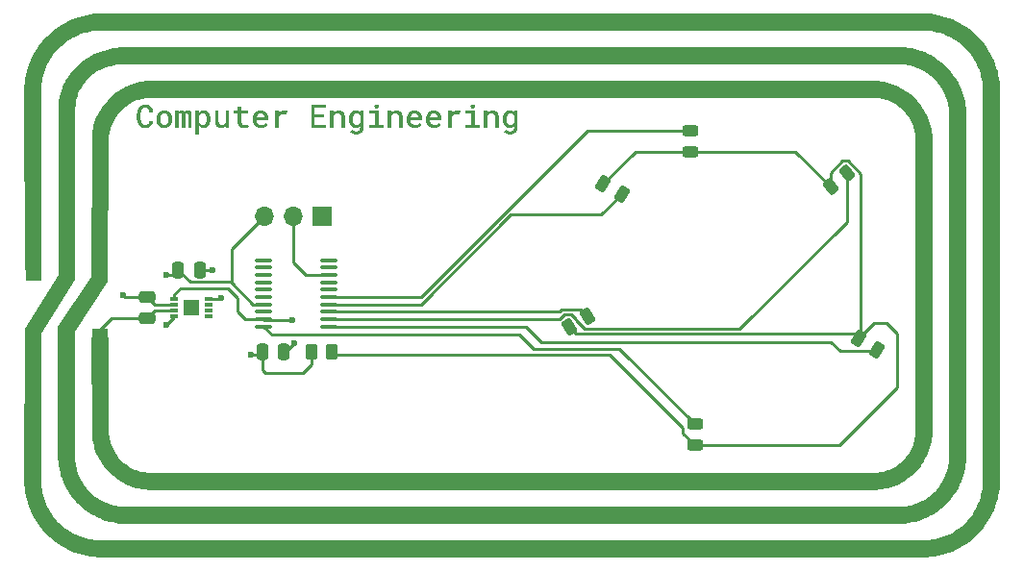
<source format=gbr>
%TF.GenerationSoftware,KiCad,Pcbnew,8.0.0*%
%TF.CreationDate,2024-03-06T10:25:17-06:00*%
%TF.ProjectId,NFCBuisnessV3,4e464342-7569-4736-9e65-737356332e6b,rev?*%
%TF.SameCoordinates,Original*%
%TF.FileFunction,Copper,L1,Top*%
%TF.FilePolarity,Positive*%
%FSLAX46Y46*%
G04 Gerber Fmt 4.6, Leading zero omitted, Abs format (unit mm)*
G04 Created by KiCad (PCBNEW 8.0.0) date 2024-03-06 10:25:17*
%MOMM*%
%LPD*%
G01*
G04 APERTURE LIST*
G04 Aperture macros list*
%AMRoundRect*
0 Rectangle with rounded corners*
0 $1 Rounding radius*
0 $2 $3 $4 $5 $6 $7 $8 $9 X,Y pos of 4 corners*
0 Add a 4 corners polygon primitive as box body*
4,1,4,$2,$3,$4,$5,$6,$7,$8,$9,$2,$3,0*
0 Add four circle primitives for the rounded corners*
1,1,$1+$1,$2,$3*
1,1,$1+$1,$4,$5*
1,1,$1+$1,$6,$7*
1,1,$1+$1,$8,$9*
0 Add four rect primitives between the rounded corners*
20,1,$1+$1,$2,$3,$4,$5,0*
20,1,$1+$1,$4,$5,$6,$7,0*
20,1,$1+$1,$6,$7,$8,$9,0*
20,1,$1+$1,$8,$9,$2,$3,0*%
G04 Aperture macros list end*
%TA.AperFunction,NonConductor*%
%ADD10C,0.000000*%
%TD*%
%TA.AperFunction,Conductor*%
%ADD11C,0.000000*%
%TD*%
%TA.AperFunction,SMDPad,CuDef*%
%ADD12RoundRect,0.243750X-0.439219X-0.273249X-0.017031X-0.516999X0.439219X0.273249X0.017031X0.516999X0*%
%TD*%
%TA.AperFunction,SMDPad,CuDef*%
%ADD13RoundRect,0.250000X-0.250000X-0.475000X0.250000X-0.475000X0.250000X0.475000X-0.250000X0.475000X0*%
%TD*%
%TA.AperFunction,SMDPad,CuDef*%
%ADD14RoundRect,0.250000X0.475000X-0.250000X0.475000X0.250000X-0.475000X0.250000X-0.475000X-0.250000X0*%
%TD*%
%TA.AperFunction,SMDPad,CuDef*%
%ADD15R,0.750000X0.300000*%
%TD*%
%TA.AperFunction,SMDPad,CuDef*%
%ADD16R,1.360000X1.460000*%
%TD*%
%TA.AperFunction,ComponentPad*%
%ADD17R,1.700000X1.700000*%
%TD*%
%TA.AperFunction,ComponentPad*%
%ADD18O,1.700000X1.700000*%
%TD*%
%TA.AperFunction,SMDPad,CuDef*%
%ADD19RoundRect,0.243750X0.106549X-0.506187X0.479995X-0.192828X-0.106549X0.506187X-0.479995X0.192828X0*%
%TD*%
%TA.AperFunction,SMDPad,CuDef*%
%ADD20RoundRect,0.100000X-0.637500X-0.100000X0.637500X-0.100000X0.637500X0.100000X-0.637500X0.100000X0*%
%TD*%
%TA.AperFunction,SMDPad,CuDef*%
%ADD21RoundRect,0.243750X0.017031X-0.516999X0.439219X-0.273249X-0.017031X0.516999X-0.439219X0.273249X0*%
%TD*%
%TA.AperFunction,SMDPad,CuDef*%
%ADD22R,1.400000X1.400000*%
%TD*%
%TA.AperFunction,SMDPad,CuDef*%
%ADD23RoundRect,0.243750X-0.443921X-0.265542X-0.026052X-0.516623X0.443921X0.265542X0.026052X0.516623X0*%
%TD*%
%TA.AperFunction,SMDPad,CuDef*%
%ADD24RoundRect,0.243750X0.456250X-0.243750X0.456250X0.243750X-0.456250X0.243750X-0.456250X-0.243750X0*%
%TD*%
%TA.AperFunction,SMDPad,CuDef*%
%ADD25RoundRect,0.250000X-0.262500X-0.450000X0.262500X-0.450000X0.262500X0.450000X-0.262500X0.450000X0*%
%TD*%
%TA.AperFunction,ViaPad*%
%ADD26C,0.600000*%
%TD*%
%TA.AperFunction,Conductor*%
%ADD27C,0.250000*%
%TD*%
G04 APERTURE END LIST*
D10*
%TA.AperFunction,NonConductor*%
G36*
X136671722Y-74316244D02*
G01*
X136688011Y-74316777D01*
X136704020Y-74317666D01*
X136719748Y-74318910D01*
X136735197Y-74320510D01*
X136750366Y-74322465D01*
X136765256Y-74324776D01*
X136779865Y-74327442D01*
X136794194Y-74330463D01*
X136808243Y-74333841D01*
X136822013Y-74337573D01*
X136835502Y-74341661D01*
X136848712Y-74346105D01*
X136861641Y-74350904D01*
X136874291Y-74356058D01*
X136886660Y-74361568D01*
X136898778Y-74367412D01*
X136910681Y-74373567D01*
X136922369Y-74380035D01*
X136933843Y-74386814D01*
X136945102Y-74393905D01*
X136956146Y-74401308D01*
X136966975Y-74409023D01*
X136977590Y-74417049D01*
X136987990Y-74425388D01*
X136998176Y-74434038D01*
X137008147Y-74443000D01*
X137017903Y-74452274D01*
X137027444Y-74461860D01*
X137036771Y-74471758D01*
X137045884Y-74481967D01*
X137054781Y-74492489D01*
X137068583Y-74343654D01*
X137367610Y-74343654D01*
X137367610Y-75794719D01*
X137367416Y-75813362D01*
X137366835Y-75831735D01*
X137365866Y-75849838D01*
X137364510Y-75867673D01*
X137362766Y-75885238D01*
X137360635Y-75902534D01*
X137358116Y-75919561D01*
X137355210Y-75936319D01*
X137351916Y-75952808D01*
X137348235Y-75969027D01*
X137344166Y-75984978D01*
X137339710Y-76000659D01*
X137334867Y-76016072D01*
X137329636Y-76031215D01*
X137324017Y-76046090D01*
X137318011Y-76060695D01*
X137311655Y-76075190D01*
X137304986Y-76089394D01*
X137298006Y-76103308D01*
X137290712Y-76116932D01*
X137283107Y-76130265D01*
X137275189Y-76143307D01*
X137266958Y-76156060D01*
X137258416Y-76168522D01*
X137249561Y-76180693D01*
X137240393Y-76192574D01*
X137230913Y-76204165D01*
X137221121Y-76215465D01*
X137211016Y-76226475D01*
X137200599Y-76237195D01*
X137189870Y-76247624D01*
X137178828Y-76257763D01*
X137167663Y-76267600D01*
X137156218Y-76277136D01*
X137144494Y-76286371D01*
X137132489Y-76295305D01*
X137120205Y-76303938D01*
X137107641Y-76312269D01*
X137094797Y-76320300D01*
X137081673Y-76328029D01*
X137068270Y-76335458D01*
X137054586Y-76342585D01*
X137040623Y-76349411D01*
X137026380Y-76355936D01*
X137011857Y-76362160D01*
X136997054Y-76368082D01*
X136981971Y-76373704D01*
X136966609Y-76379024D01*
X136951009Y-76384193D01*
X136935216Y-76389029D01*
X136919229Y-76393532D01*
X136903048Y-76397701D01*
X136886673Y-76401536D01*
X136870105Y-76405039D01*
X136853342Y-76408208D01*
X136836386Y-76411043D01*
X136819236Y-76413545D01*
X136801892Y-76415713D01*
X136784355Y-76417548D01*
X136766623Y-76419049D01*
X136730578Y-76421051D01*
X136693759Y-76421718D01*
X136678350Y-76421503D01*
X136662422Y-76420857D01*
X136645975Y-76419780D01*
X136629009Y-76418272D01*
X136611524Y-76416332D01*
X136593520Y-76413961D01*
X136574998Y-76411159D01*
X136555956Y-76407924D01*
X136536986Y-76404543D01*
X136517972Y-76400603D01*
X136498915Y-76396104D01*
X136479815Y-76391046D01*
X136460672Y-76385430D01*
X136441486Y-76379255D01*
X136422258Y-76372522D01*
X136402987Y-76365230D01*
X136383795Y-76357701D01*
X136364821Y-76349566D01*
X136346064Y-76340826D01*
X136327524Y-76331480D01*
X136309201Y-76321528D01*
X136291095Y-76310970D01*
X136273206Y-76299806D01*
X136255534Y-76288036D01*
X136246827Y-76282093D01*
X136238282Y-76275990D01*
X136229899Y-76269725D01*
X136221678Y-76263300D01*
X136213618Y-76256714D01*
X136205721Y-76249967D01*
X136197985Y-76243060D01*
X136190411Y-76235992D01*
X136182999Y-76228764D01*
X136175749Y-76221374D01*
X136168660Y-76213825D01*
X136161734Y-76206115D01*
X136154969Y-76198245D01*
X136148366Y-76190214D01*
X136141925Y-76182023D01*
X136135645Y-76173671D01*
X136292742Y-75976604D01*
X136303303Y-75988783D01*
X136313960Y-76000522D01*
X136324714Y-76011819D01*
X136335563Y-76022675D01*
X136346509Y-76033090D01*
X136357551Y-76043064D01*
X136368689Y-76052597D01*
X136379923Y-76061689D01*
X136391254Y-76070340D01*
X136402681Y-76078549D01*
X136414204Y-76086318D01*
X136425823Y-76093645D01*
X136437538Y-76100531D01*
X136449350Y-76106976D01*
X136461257Y-76112979D01*
X136473261Y-76118541D01*
X136485508Y-76123711D01*
X136497799Y-76128546D01*
X136510134Y-76133049D01*
X136522512Y-76137218D01*
X136534935Y-76141054D01*
X136547400Y-76144556D01*
X136559910Y-76147725D01*
X136572464Y-76150560D01*
X136585061Y-76153062D01*
X136597702Y-76155230D01*
X136610386Y-76157065D01*
X136623114Y-76158566D01*
X136635886Y-76159734D01*
X136648702Y-76160568D01*
X136661561Y-76161069D01*
X136674464Y-76161236D01*
X136694903Y-76160870D01*
X136714866Y-76159773D01*
X136734354Y-76157945D01*
X136753366Y-76155386D01*
X136771903Y-76152094D01*
X136789965Y-76148071D01*
X136807552Y-76143316D01*
X136816167Y-76140664D01*
X136824664Y-76137829D01*
X136833020Y-76134816D01*
X136841216Y-76131630D01*
X136849250Y-76128272D01*
X136857124Y-76124742D01*
X136864836Y-76121040D01*
X136872387Y-76117165D01*
X136879777Y-76113118D01*
X136887006Y-76108898D01*
X136894074Y-76104506D01*
X136900982Y-76099941D01*
X136907728Y-76095205D01*
X136914313Y-76090295D01*
X136920737Y-76085214D01*
X136927000Y-76079960D01*
X136933102Y-76074534D01*
X136939044Y-76068935D01*
X136944820Y-76063162D01*
X136950423Y-76057216D01*
X136955854Y-76051099D01*
X136961112Y-76044811D01*
X136966198Y-76038350D01*
X136971111Y-76031718D01*
X136975851Y-76024914D01*
X136980419Y-76017938D01*
X136984814Y-76010791D01*
X136989036Y-76003471D01*
X136993086Y-75995980D01*
X136996963Y-75988316D01*
X137000668Y-75980481D01*
X137004199Y-75972474D01*
X137007558Y-75964295D01*
X137010745Y-75955944D01*
X137013917Y-75947600D01*
X137016884Y-75939094D01*
X137019647Y-75930425D01*
X137022206Y-75921595D01*
X137024560Y-75912602D01*
X137026709Y-75903446D01*
X137028653Y-75894129D01*
X137030393Y-75884649D01*
X137031928Y-75875007D01*
X137033259Y-75865203D01*
X137034385Y-75855237D01*
X137035306Y-75845108D01*
X137036023Y-75834818D01*
X137036534Y-75824366D01*
X137036842Y-75813751D01*
X137036944Y-75802974D01*
X137036944Y-75702388D01*
X137028060Y-75711898D01*
X137018982Y-75721128D01*
X137009711Y-75730077D01*
X137000247Y-75738746D01*
X136990589Y-75747135D01*
X136980738Y-75755243D01*
X136970693Y-75763071D01*
X136960455Y-75770618D01*
X136950024Y-75777885D01*
X136939399Y-75784872D01*
X136928580Y-75791578D01*
X136917568Y-75798004D01*
X136906363Y-75804149D01*
X136894964Y-75810014D01*
X136883371Y-75815599D01*
X136871584Y-75820903D01*
X136859749Y-75825906D01*
X136847666Y-75830586D01*
X136835334Y-75834943D01*
X136822755Y-75838977D01*
X136809928Y-75842688D01*
X136796854Y-75846076D01*
X136783531Y-75849142D01*
X136769961Y-75851885D01*
X136756143Y-75854305D01*
X136742077Y-75856402D01*
X136727763Y-75858176D01*
X136713201Y-75859628D01*
X136698392Y-75860757D01*
X136683334Y-75861564D01*
X136668029Y-75862048D01*
X136652476Y-75862209D01*
X136635525Y-75861988D01*
X136618778Y-75861326D01*
X136602236Y-75860223D01*
X136585899Y-75858678D01*
X136569766Y-75856692D01*
X136553837Y-75854265D01*
X136538113Y-75851396D01*
X136522593Y-75848085D01*
X136507278Y-75844333D01*
X136492168Y-75840140D01*
X136477262Y-75835505D01*
X136462560Y-75830428D01*
X136448064Y-75824910D01*
X136433772Y-75818950D01*
X136419685Y-75812549D01*
X136405802Y-75805706D01*
X136392145Y-75798301D01*
X136378735Y-75790562D01*
X136365573Y-75782491D01*
X136352659Y-75774086D01*
X136339992Y-75765348D01*
X136327574Y-75756277D01*
X136315403Y-75746872D01*
X136303480Y-75737135D01*
X136291804Y-75727064D01*
X136280377Y-75716660D01*
X136269197Y-75705923D01*
X136258265Y-75694853D01*
X136247580Y-75683450D01*
X136237143Y-75671714D01*
X136226954Y-75659645D01*
X136217013Y-75647243D01*
X136207341Y-75634524D01*
X136197947Y-75621513D01*
X136188833Y-75608212D01*
X136179997Y-75594620D01*
X136171441Y-75580738D01*
X136163164Y-75566564D01*
X136155165Y-75552100D01*
X136147446Y-75537346D01*
X136140006Y-75522300D01*
X136132845Y-75506964D01*
X136125964Y-75491337D01*
X136119361Y-75475419D01*
X136113038Y-75459210D01*
X136106994Y-75442711D01*
X136101229Y-75425921D01*
X136095744Y-75408840D01*
X136086064Y-75373679D01*
X136077675Y-75337786D01*
X136070577Y-75301162D01*
X136064769Y-75263805D01*
X136060253Y-75225716D01*
X136057027Y-75186895D01*
X136055091Y-75147340D01*
X136054446Y-75107052D01*
X136054369Y-75078106D01*
X136054371Y-75077984D01*
X136385088Y-75077984D01*
X136385096Y-75107006D01*
X136385419Y-75131960D01*
X136386389Y-75156527D01*
X136388006Y-75180707D01*
X136390270Y-75204500D01*
X136393180Y-75227906D01*
X136396738Y-75250925D01*
X136400943Y-75273557D01*
X136405795Y-75295803D01*
X136411314Y-75317506D01*
X136417521Y-75338520D01*
X136424415Y-75358847D01*
X136428119Y-75368752D01*
X136431996Y-75378484D01*
X136436044Y-75388045D01*
X136440265Y-75397433D01*
X136444657Y-75406649D01*
X136449221Y-75415693D01*
X136453956Y-75424565D01*
X136458864Y-75433264D01*
X136463944Y-75441791D01*
X136469195Y-75450145D01*
X136474624Y-75458301D01*
X136480236Y-75466242D01*
X136486032Y-75473968D01*
X136492011Y-75481479D01*
X136498174Y-75488776D01*
X136504520Y-75495859D01*
X136511050Y-75502727D01*
X136517763Y-75509380D01*
X136524659Y-75515819D01*
X136531739Y-75522043D01*
X136539002Y-75528052D01*
X136546448Y-75533847D01*
X136554078Y-75539428D01*
X136561891Y-75544794D01*
X136569887Y-75549945D01*
X136578066Y-75554882D01*
X136586595Y-75559386D01*
X136595308Y-75563599D01*
X136604203Y-75567522D01*
X136613283Y-75571155D01*
X136622545Y-75574497D01*
X136631991Y-75577549D01*
X136641621Y-75580310D01*
X136651434Y-75582781D01*
X136661430Y-75584961D01*
X136671609Y-75586850D01*
X136681972Y-75588449D01*
X136692518Y-75589757D01*
X136703248Y-75590774D01*
X136714161Y-75591501D01*
X136725257Y-75591937D01*
X136736537Y-75592083D01*
X136750668Y-75591899D01*
X136764465Y-75591350D01*
X136777928Y-75590433D01*
X136791058Y-75589150D01*
X136803854Y-75587501D01*
X136816315Y-75585485D01*
X136828444Y-75583103D01*
X136840238Y-75580354D01*
X136851699Y-75577239D01*
X136862826Y-75573758D01*
X136873619Y-75569910D01*
X136884078Y-75565696D01*
X136894204Y-75561116D01*
X136903996Y-75556169D01*
X136913455Y-75550856D01*
X136922579Y-75545177D01*
X136931428Y-75539028D01*
X136940050Y-75532630D01*
X136948445Y-75525984D01*
X136956614Y-75519091D01*
X136964556Y-75511949D01*
X136972271Y-75504559D01*
X136979759Y-75496920D01*
X136987021Y-75489034D01*
X136994056Y-75480900D01*
X137000864Y-75472518D01*
X137007445Y-75463888D01*
X137013800Y-75455010D01*
X137019928Y-75445884D01*
X137025829Y-75436510D01*
X137031504Y-75426888D01*
X137036952Y-75417019D01*
X137036952Y-74758312D01*
X137031332Y-74748611D01*
X137025497Y-74739159D01*
X137019447Y-74729956D01*
X137013181Y-74721001D01*
X137006700Y-74712295D01*
X137000003Y-74703837D01*
X136993091Y-74695627D01*
X136985964Y-74687666D01*
X136978622Y-74679953D01*
X136971064Y-74672488D01*
X136963291Y-74665272D01*
X136955303Y-74658304D01*
X136947100Y-74651585D01*
X136938681Y-74645113D01*
X136930047Y-74638890D01*
X136921198Y-74632915D01*
X136912086Y-74627236D01*
X136902672Y-74621923D01*
X136892958Y-74616977D01*
X136882942Y-74612396D01*
X136872626Y-74608182D01*
X136862009Y-74604334D01*
X136851091Y-74600853D01*
X136839873Y-74597738D01*
X136828354Y-74594989D01*
X136816533Y-74592607D01*
X136804413Y-74590591D01*
X136791991Y-74588942D01*
X136779269Y-74587659D01*
X136766246Y-74586743D01*
X136752922Y-74586193D01*
X136739298Y-74586010D01*
X136728027Y-74586160D01*
X136716938Y-74586613D01*
X136706031Y-74587366D01*
X136695306Y-74588422D01*
X136684763Y-74589779D01*
X136674403Y-74591437D01*
X136664225Y-74593397D01*
X136654229Y-74595659D01*
X136644415Y-74598222D01*
X136634783Y-74601087D01*
X136625334Y-74604254D01*
X136616067Y-74607723D01*
X136606982Y-74611493D01*
X136598079Y-74615565D01*
X136589359Y-74619939D01*
X136580821Y-74624614D01*
X136572644Y-74629554D01*
X136564639Y-74634718D01*
X136556805Y-74640108D01*
X136549143Y-74645724D01*
X136541653Y-74651564D01*
X136534334Y-74657631D01*
X136527187Y-74663923D01*
X136520212Y-74670440D01*
X136513408Y-74677184D01*
X136506775Y-74684153D01*
X136500315Y-74691347D01*
X136494025Y-74698768D01*
X136487908Y-74706414D01*
X136481961Y-74714286D01*
X136476187Y-74722385D01*
X136470583Y-74730709D01*
X136465327Y-74739232D01*
X136460231Y-74747929D01*
X136455296Y-74756798D01*
X136450522Y-74765839D01*
X136445909Y-74775054D01*
X136441457Y-74784441D01*
X136437166Y-74794001D01*
X136433035Y-74803734D01*
X136429066Y-74813639D01*
X136425258Y-74823717D01*
X136421610Y-74833968D01*
X136418124Y-74844392D01*
X136414798Y-74854988D01*
X136411634Y-74865757D01*
X136408630Y-74876699D01*
X136405787Y-74887813D01*
X136400935Y-74910386D01*
X136396730Y-74933301D01*
X136393173Y-74956558D01*
X136390262Y-74980158D01*
X136387999Y-75004100D01*
X136386382Y-75028385D01*
X136385412Y-75053013D01*
X136385088Y-75077984D01*
X136054371Y-75077984D01*
X136055015Y-75036185D01*
X136056950Y-74995168D01*
X136060176Y-74955054D01*
X136064693Y-74915844D01*
X136070500Y-74877537D01*
X136077598Y-74840136D01*
X136085987Y-74803639D01*
X136095667Y-74768047D01*
X136101145Y-74750633D01*
X136106903Y-74733532D01*
X136112941Y-74716742D01*
X136119259Y-74700264D01*
X136125858Y-74684098D01*
X136132737Y-74668245D01*
X136139896Y-74652703D01*
X136147336Y-74637474D01*
X136155055Y-74622557D01*
X136163055Y-74607952D01*
X136171335Y-74593659D01*
X136179895Y-74579679D01*
X136188735Y-74566011D01*
X136197856Y-74552655D01*
X136207256Y-74539612D01*
X136216937Y-74526882D01*
X136226885Y-74514485D01*
X136237080Y-74502444D01*
X136247521Y-74490757D01*
X136258210Y-74479426D01*
X136269145Y-74468450D01*
X136280327Y-74457830D01*
X136291756Y-74447564D01*
X136303432Y-74437654D01*
X136315355Y-74428099D01*
X136327524Y-74418900D01*
X136339941Y-74410056D01*
X136352604Y-74401567D01*
X136365514Y-74393434D01*
X136378671Y-74385656D01*
X136392075Y-74378233D01*
X136405726Y-74371166D01*
X136419780Y-74364495D01*
X136434039Y-74358253D01*
X136448503Y-74352443D01*
X136463171Y-74347062D01*
X136478044Y-74342112D01*
X136493122Y-74337592D01*
X136508404Y-74333502D01*
X136523891Y-74329843D01*
X136539583Y-74326614D01*
X136555479Y-74323816D01*
X136571580Y-74321448D01*
X136587886Y-74319511D01*
X136604396Y-74318004D01*
X136621110Y-74316928D01*
X136638030Y-74316282D01*
X136655154Y-74316066D01*
X136671722Y-74316244D01*
G37*
%TD.AperFunction*%
%TA.AperFunction,NonConductor*%
G36*
X147125483Y-75561794D02*
G01*
X147567835Y-75561794D01*
X147567835Y-75834636D01*
X146330355Y-75834636D01*
X146330355Y-75561794D01*
X146793376Y-75561794D01*
X146793376Y-74617840D01*
X146330355Y-74617840D01*
X146330355Y-74343609D01*
X147125483Y-74343609D01*
X147125483Y-75561794D01*
G37*
%TD.AperFunction*%
%TA.AperFunction,NonConductor*%
G36*
X125515215Y-75834621D02*
G01*
X125217555Y-75834621D01*
X125198199Y-75630703D01*
X125188595Y-75644296D01*
X125178734Y-75657512D01*
X125168613Y-75670351D01*
X125158235Y-75682813D01*
X125147598Y-75694899D01*
X125136703Y-75706607D01*
X125125550Y-75717938D01*
X125114138Y-75728893D01*
X125102468Y-75739471D01*
X125090540Y-75749671D01*
X125078354Y-75759495D01*
X125065910Y-75768942D01*
X125053208Y-75778011D01*
X125040247Y-75786704D01*
X125027029Y-75795020D01*
X125013552Y-75802959D01*
X125000013Y-75810296D01*
X124986270Y-75817159D01*
X124972322Y-75823549D01*
X124958170Y-75829466D01*
X124943813Y-75834910D01*
X124929252Y-75839881D01*
X124914487Y-75844378D01*
X124899517Y-75848402D01*
X124884342Y-75851952D01*
X124868963Y-75855030D01*
X124853380Y-75857634D01*
X124837592Y-75859764D01*
X124821599Y-75861421D01*
X124805402Y-75862605D01*
X124789001Y-75863315D01*
X124772395Y-75863552D01*
X124743757Y-75862992D01*
X124715722Y-75861314D01*
X124688290Y-75858518D01*
X124674800Y-75856700D01*
X124661461Y-75854603D01*
X124648273Y-75852225D01*
X124635235Y-75849569D01*
X124622349Y-75846632D01*
X124609612Y-75843416D01*
X124597027Y-75839920D01*
X124584592Y-75836145D01*
X124572309Y-75832089D01*
X124560175Y-75827755D01*
X124548390Y-75823118D01*
X124536810Y-75818158D01*
X124525434Y-75812874D01*
X124514263Y-75807267D01*
X124503297Y-75801336D01*
X124492536Y-75795082D01*
X124481979Y-75788504D01*
X124471628Y-75781603D01*
X124461481Y-75774378D01*
X124451539Y-75766829D01*
X124441802Y-75758958D01*
X124432269Y-75750762D01*
X124422942Y-75742244D01*
X124413820Y-75733402D01*
X124404902Y-75724237D01*
X124396189Y-75714748D01*
X124387865Y-75704762D01*
X124379766Y-75694454D01*
X124371893Y-75683824D01*
X124364246Y-75672871D01*
X124356824Y-75661597D01*
X124349628Y-75650000D01*
X124342658Y-75638080D01*
X124335913Y-75625839D01*
X124329394Y-75613275D01*
X124323101Y-75600389D01*
X124317033Y-75587181D01*
X124311191Y-75573651D01*
X124305575Y-75559798D01*
X124300184Y-75545624D01*
X124295019Y-75531127D01*
X124290080Y-75516308D01*
X124285574Y-75500959D01*
X124281360Y-75485233D01*
X124277436Y-75469131D01*
X124273803Y-75452653D01*
X124267409Y-75418566D01*
X124262178Y-75382972D01*
X124258109Y-75345873D01*
X124255203Y-75307267D01*
X124253460Y-75267155D01*
X124252879Y-75225536D01*
X124252879Y-74343593D01*
X124582240Y-74343593D01*
X124582240Y-75228298D01*
X124582477Y-75254587D01*
X124583190Y-75279714D01*
X124584377Y-75303677D01*
X124586039Y-75326479D01*
X124588176Y-75348118D01*
X124590788Y-75368595D01*
X124593875Y-75387910D01*
X124597437Y-75406063D01*
X124599565Y-75414736D01*
X124601822Y-75423183D01*
X124604209Y-75431404D01*
X124606726Y-75439399D01*
X124609372Y-75447168D01*
X124612148Y-75454710D01*
X124615053Y-75462026D01*
X124618088Y-75469116D01*
X124621253Y-75475979D01*
X124624547Y-75482616D01*
X124627971Y-75489027D01*
X124631525Y-75495211D01*
X124635208Y-75501168D01*
X124639021Y-75506899D01*
X124642964Y-75512403D01*
X124647036Y-75517681D01*
X124651238Y-75522754D01*
X124655568Y-75527644D01*
X124660027Y-75532353D01*
X124664616Y-75536879D01*
X124669333Y-75541222D01*
X124674179Y-75545383D01*
X124679155Y-75549363D01*
X124684259Y-75553159D01*
X124689492Y-75556774D01*
X124694855Y-75560206D01*
X124700346Y-75563457D01*
X124705966Y-75566525D01*
X124711716Y-75569411D01*
X124717594Y-75572115D01*
X124723602Y-75574637D01*
X124729739Y-75576976D01*
X124736014Y-75578975D01*
X124742440Y-75580844D01*
X124749017Y-75582584D01*
X124755745Y-75584195D01*
X124762624Y-75585677D01*
X124769654Y-75587030D01*
X124776834Y-75588254D01*
X124784166Y-75589349D01*
X124791648Y-75590316D01*
X124799281Y-75591153D01*
X124815000Y-75592441D01*
X124831321Y-75593214D01*
X124848246Y-75593471D01*
X124864584Y-75593272D01*
X124880523Y-75592674D01*
X124896064Y-75591678D01*
X124911206Y-75590284D01*
X124925950Y-75588491D01*
X124940296Y-75586300D01*
X124954243Y-75583710D01*
X124967792Y-75580722D01*
X124980943Y-75577336D01*
X124993695Y-75573551D01*
X125006049Y-75569368D01*
X125018005Y-75564787D01*
X125029563Y-75559807D01*
X125040722Y-75554428D01*
X125051483Y-75548651D01*
X125061846Y-75542476D01*
X125071853Y-75535788D01*
X125081547Y-75528819D01*
X125090928Y-75521571D01*
X125099998Y-75514044D01*
X125108756Y-75506237D01*
X125117201Y-75498150D01*
X125125334Y-75489784D01*
X125133155Y-75481138D01*
X125140664Y-75472213D01*
X125147861Y-75463008D01*
X125154746Y-75453524D01*
X125161319Y-75443760D01*
X125167579Y-75433717D01*
X125173528Y-75423395D01*
X125179164Y-75412793D01*
X125184489Y-75401912D01*
X125184489Y-74343578D01*
X125515215Y-74343578D01*
X125515215Y-75834621D01*
G37*
%TD.AperFunction*%
%TA.AperFunction,NonConductor*%
G36*
X128305242Y-74316327D02*
G01*
X128325116Y-74316973D01*
X128344689Y-74318050D01*
X128363960Y-74319557D01*
X128382929Y-74321494D01*
X128401597Y-74323862D01*
X128419964Y-74326660D01*
X128438029Y-74329889D01*
X128455792Y-74333548D01*
X128473254Y-74337638D01*
X128490415Y-74342158D01*
X128507274Y-74347108D01*
X128523832Y-74352488D01*
X128540088Y-74358299D01*
X128556043Y-74364540D01*
X128571696Y-74371212D01*
X128587038Y-74378102D01*
X128602057Y-74385348D01*
X128616753Y-74392950D01*
X128631127Y-74400909D01*
X128645177Y-74409224D01*
X128658903Y-74417894D01*
X128672307Y-74426921D01*
X128685388Y-74436304D01*
X128698146Y-74446043D01*
X128710581Y-74456137D01*
X128722692Y-74466588D01*
X128734481Y-74477395D01*
X128745947Y-74488558D01*
X128757090Y-74500076D01*
X128767910Y-74511951D01*
X128778407Y-74524181D01*
X128788758Y-74536552D01*
X128798785Y-74549214D01*
X128808489Y-74562167D01*
X128817869Y-74575411D01*
X128826925Y-74588947D01*
X128835658Y-74602774D01*
X128844067Y-74616892D01*
X128852152Y-74631302D01*
X128859914Y-74646003D01*
X128867352Y-74660995D01*
X128874467Y-74676280D01*
X128881258Y-74691856D01*
X128887725Y-74707723D01*
X128893868Y-74723882D01*
X128899688Y-74740333D01*
X128905184Y-74757076D01*
X128915192Y-74791245D01*
X128923865Y-74826233D01*
X128931205Y-74862039D01*
X128937210Y-74898664D01*
X128941880Y-74936108D01*
X128945217Y-74974371D01*
X128947219Y-75013454D01*
X128947886Y-75053356D01*
X128947886Y-75192531D01*
X127914355Y-75192531D01*
X127916772Y-75214041D01*
X127920024Y-75235163D01*
X127921963Y-75245579D01*
X127924110Y-75255898D01*
X127926466Y-75266120D01*
X127929031Y-75276245D01*
X127931804Y-75286273D01*
X127934786Y-75296204D01*
X127937976Y-75306038D01*
X127941375Y-75315776D01*
X127944983Y-75325416D01*
X127948799Y-75334959D01*
X127952823Y-75344406D01*
X127957057Y-75353756D01*
X127961438Y-75362981D01*
X127965982Y-75372056D01*
X127970688Y-75380980D01*
X127975557Y-75389754D01*
X127980589Y-75398376D01*
X127985783Y-75406848D01*
X127991139Y-75415169D01*
X127996658Y-75423340D01*
X128002339Y-75431360D01*
X128008183Y-75439229D01*
X128014189Y-75446948D01*
X128020358Y-75454517D01*
X128026689Y-75461935D01*
X128033182Y-75469203D01*
X128039838Y-75476320D01*
X128046656Y-75483288D01*
X128053789Y-75489914D01*
X128061061Y-75496368D01*
X128068473Y-75502651D01*
X128076026Y-75508762D01*
X128083718Y-75514701D01*
X128091551Y-75520469D01*
X128099523Y-75526064D01*
X128107635Y-75531488D01*
X128115887Y-75536740D01*
X128124279Y-75541820D01*
X128132811Y-75546729D01*
X128141483Y-75551465D01*
X128150295Y-75556029D01*
X128159246Y-75560422D01*
X128168338Y-75564642D01*
X128177569Y-75568691D01*
X128187097Y-75572361D01*
X128196733Y-75575793D01*
X128206476Y-75578990D01*
X128216327Y-75581949D01*
X128226286Y-75584672D01*
X128236352Y-75587157D01*
X128246526Y-75589407D01*
X128256808Y-75591419D01*
X128267197Y-75593195D01*
X128277694Y-75594733D01*
X128288299Y-75596036D01*
X128299011Y-75597101D01*
X128309831Y-75597930D01*
X128320758Y-75598521D01*
X128331793Y-75598877D01*
X128342936Y-75598995D01*
X128358530Y-75598801D01*
X128373962Y-75598220D01*
X128389233Y-75597250D01*
X128404342Y-75595894D01*
X128419290Y-75594150D01*
X128434077Y-75592018D01*
X128448703Y-75589498D01*
X128463167Y-75586591D01*
X128477469Y-75583297D01*
X128491611Y-75579615D01*
X128505591Y-75575546D01*
X128519409Y-75571089D01*
X128533066Y-75566245D01*
X128546562Y-75561014D01*
X128559896Y-75555395D01*
X128573069Y-75549389D01*
X128586177Y-75543043D01*
X128598972Y-75536407D01*
X128611455Y-75529481D01*
X128623626Y-75522263D01*
X128635485Y-75514755D01*
X128647032Y-75506956D01*
X128658266Y-75498866D01*
X128669188Y-75490486D01*
X128679798Y-75481815D01*
X128690096Y-75472853D01*
X128700081Y-75463600D01*
X128709755Y-75454056D01*
X128719116Y-75444222D01*
X128728164Y-75434097D01*
X128736901Y-75423682D01*
X128745326Y-75412975D01*
X128924464Y-75581096D01*
X128919908Y-75587798D01*
X128915191Y-75594479D01*
X128910312Y-75601139D01*
X128905271Y-75607778D01*
X128894703Y-75620995D01*
X128883489Y-75634128D01*
X128871628Y-75647179D01*
X128859120Y-75660146D01*
X128845965Y-75673031D01*
X128832163Y-75685833D01*
X128817737Y-75698083D01*
X128802708Y-75710034D01*
X128787075Y-75721685D01*
X128770840Y-75733036D01*
X128754002Y-75744086D01*
X128736561Y-75754836D01*
X128718517Y-75765285D01*
X128699870Y-75775432D01*
X128680620Y-75784847D01*
X128660767Y-75793786D01*
X128640311Y-75802249D01*
X128619252Y-75810236D01*
X128597590Y-75817747D01*
X128575325Y-75824783D01*
X128552457Y-75831343D01*
X128528986Y-75837429D01*
X128505283Y-75843239D01*
X128481019Y-75848275D01*
X128456193Y-75852536D01*
X128430808Y-75856023D01*
X128404861Y-75858736D01*
X128378354Y-75860674D01*
X128351285Y-75861837D01*
X128323657Y-75862224D01*
X128323596Y-75862209D01*
X128303039Y-75861994D01*
X128282708Y-75861348D01*
X128262604Y-75860271D01*
X128242725Y-75858765D01*
X128223072Y-75856827D01*
X128203645Y-75854459D01*
X128184444Y-75851661D01*
X128165469Y-75848432D01*
X128146720Y-75844773D01*
X128128197Y-75840684D01*
X128109900Y-75836164D01*
X128091829Y-75831213D01*
X128073984Y-75825833D01*
X128056366Y-75820022D01*
X128038973Y-75813781D01*
X128021807Y-75807110D01*
X128004905Y-75800061D01*
X127988304Y-75792689D01*
X127972005Y-75784994D01*
X127956007Y-75776975D01*
X127940310Y-75768632D01*
X127924915Y-75759966D01*
X127909822Y-75750977D01*
X127895030Y-75741665D01*
X127880539Y-75732029D01*
X127866350Y-75722069D01*
X127852462Y-75711787D01*
X127838876Y-75701182D01*
X127825592Y-75690253D01*
X127812608Y-75679001D01*
X127799927Y-75667426D01*
X127787547Y-75655529D01*
X127775652Y-75643332D01*
X127764091Y-75630867D01*
X127752864Y-75618134D01*
X127741972Y-75605132D01*
X127731414Y-75591861D01*
X127721190Y-75578321D01*
X127711301Y-75564513D01*
X127701746Y-75550436D01*
X127692525Y-75536090D01*
X127683638Y-75521475D01*
X127675086Y-75506592D01*
X127666868Y-75491440D01*
X127658984Y-75476019D01*
X127651435Y-75460329D01*
X127644220Y-75444370D01*
X127637339Y-75428142D01*
X127630836Y-75411525D01*
X127624752Y-75394746D01*
X127619087Y-75377806D01*
X127613843Y-75360705D01*
X127609018Y-75343442D01*
X127604613Y-75326018D01*
X127600627Y-75308432D01*
X127597061Y-75290685D01*
X127593914Y-75272777D01*
X127591187Y-75254707D01*
X127588880Y-75236475D01*
X127586992Y-75218082D01*
X127585524Y-75199528D01*
X127584475Y-75180812D01*
X127583846Y-75161934D01*
X127583636Y-75142894D01*
X127583636Y-75086391D01*
X127584519Y-75042508D01*
X127585623Y-75020986D01*
X127587168Y-74999745D01*
X127589154Y-74978783D01*
X127591582Y-74958101D01*
X127592736Y-74949901D01*
X127923930Y-74949901D01*
X128622592Y-74949901D01*
X128622592Y-74925106D01*
X128621308Y-74908665D01*
X128619456Y-74892393D01*
X128617034Y-74876290D01*
X128614044Y-74860357D01*
X128610484Y-74844593D01*
X128606356Y-74828999D01*
X128601658Y-74813575D01*
X128596392Y-74798320D01*
X128593724Y-74790624D01*
X128590895Y-74783035D01*
X128587905Y-74775553D01*
X128584755Y-74768179D01*
X128581443Y-74760913D01*
X128577971Y-74753754D01*
X128574338Y-74746703D01*
X128570544Y-74739759D01*
X128566589Y-74732923D01*
X128562473Y-74726194D01*
X128558196Y-74719572D01*
X128553758Y-74713058D01*
X128549159Y-74706652D01*
X128544399Y-74700352D01*
X128539478Y-74694160D01*
X128534396Y-74688076D01*
X128529147Y-74682125D01*
X128523725Y-74676325D01*
X128518130Y-74670676D01*
X128512363Y-74665176D01*
X128506422Y-74659826D01*
X128500309Y-74654627D01*
X128494023Y-74649577D01*
X128487565Y-74644678D01*
X128480933Y-74639928D01*
X128474128Y-74635329D01*
X128467150Y-74630880D01*
X128460000Y-74626580D01*
X128452676Y-74622431D01*
X128445180Y-74618431D01*
X128437510Y-74614581D01*
X128429667Y-74610882D01*
X128421832Y-74607381D01*
X128413824Y-74604107D01*
X128405643Y-74601058D01*
X128397290Y-74598236D01*
X128388765Y-74595639D01*
X128380067Y-74593268D01*
X128371196Y-74591123D01*
X128362153Y-74589204D01*
X128352937Y-74587511D01*
X128343548Y-74586044D01*
X128333988Y-74584803D01*
X128324254Y-74583787D01*
X128314348Y-74582997D01*
X128304269Y-74582433D01*
X128294018Y-74582094D01*
X128283595Y-74581981D01*
X128283595Y-74582012D01*
X128275019Y-74582109D01*
X128266519Y-74582400D01*
X128258095Y-74582884D01*
X128249746Y-74583562D01*
X128241472Y-74584434D01*
X128233274Y-74585500D01*
X128225152Y-74586760D01*
X128217104Y-74588213D01*
X128209133Y-74589859D01*
X128201237Y-74591700D01*
X128193416Y-74593734D01*
X128185670Y-74595962D01*
X128178001Y-74598383D01*
X128170406Y-74600997D01*
X128162887Y-74603806D01*
X128155444Y-74606807D01*
X128148080Y-74609997D01*
X128140813Y-74613371D01*
X128133644Y-74616927D01*
X128126573Y-74620666D01*
X128119600Y-74624588D01*
X128112724Y-74628693D01*
X128105945Y-74632982D01*
X128099265Y-74637453D01*
X128092682Y-74642107D01*
X128086196Y-74646944D01*
X128079808Y-74651964D01*
X128073518Y-74657166D01*
X128067326Y-74662552D01*
X128061231Y-74668120D01*
X128055234Y-74673872D01*
X128049334Y-74679805D01*
X128043526Y-74685754D01*
X128037827Y-74691873D01*
X128032236Y-74698165D01*
X128026753Y-74704627D01*
X128021380Y-74711262D01*
X128016114Y-74718068D01*
X128010958Y-74725046D01*
X128005909Y-74732195D01*
X128000970Y-74739515D01*
X127996139Y-74747007D01*
X127991416Y-74754671D01*
X127986802Y-74762505D01*
X127982297Y-74770512D01*
X127977900Y-74778689D01*
X127973611Y-74787038D01*
X127969431Y-74795559D01*
X127961786Y-74812735D01*
X127954700Y-74830517D01*
X127948173Y-74848904D01*
X127942206Y-74867895D01*
X127936798Y-74887490D01*
X127931949Y-74907690D01*
X127927660Y-74928494D01*
X127923930Y-74949901D01*
X127592736Y-74949901D01*
X127594452Y-74937699D01*
X127597763Y-74917577D01*
X127601515Y-74897735D01*
X127605709Y-74878173D01*
X127610344Y-74858890D01*
X127615420Y-74839888D01*
X127620938Y-74821165D01*
X127626897Y-74802721D01*
X127633297Y-74784558D01*
X127640139Y-74766674D01*
X127647521Y-74749094D01*
X127655194Y-74731837D01*
X127663157Y-74714903D01*
X127671410Y-74698292D01*
X127679954Y-74682004D01*
X127688788Y-74666039D01*
X127697912Y-74650397D01*
X127707327Y-74635078D01*
X127717033Y-74620082D01*
X127727028Y-74605409D01*
X127737314Y-74591058D01*
X127747891Y-74577031D01*
X127758758Y-74563326D01*
X127769915Y-74549945D01*
X127781363Y-74536886D01*
X127793101Y-74524151D01*
X127805281Y-74511759D01*
X127817698Y-74499734D01*
X127830351Y-74488074D01*
X127843240Y-74476781D01*
X127856366Y-74465853D01*
X127869728Y-74455292D01*
X127883326Y-74445096D01*
X127897161Y-74435266D01*
X127911232Y-74425803D01*
X127925539Y-74416705D01*
X127940083Y-74407973D01*
X127954863Y-74399608D01*
X127969879Y-74391609D01*
X127985131Y-74383976D01*
X128000620Y-74376709D01*
X128016345Y-74369808D01*
X128032413Y-74363306D01*
X128048579Y-74357223D01*
X128064841Y-74351560D01*
X128081200Y-74346316D01*
X128097656Y-74341492D01*
X128114208Y-74337087D01*
X128130858Y-74333102D01*
X128147604Y-74329536D01*
X128164448Y-74326390D01*
X128181388Y-74323663D01*
X128198425Y-74321356D01*
X128215560Y-74319468D01*
X128232791Y-74318000D01*
X128250119Y-74316951D01*
X128267545Y-74316322D01*
X128285067Y-74316112D01*
X128305242Y-74316327D01*
G37*
%TD.AperFunction*%
%TA.AperFunction,NonConductor*%
G36*
X126595538Y-74343609D02*
G01*
X127159159Y-74343609D01*
X127159159Y-74588894D01*
X126595538Y-74588894D01*
X126595538Y-75304104D01*
X126595839Y-75324678D01*
X126596744Y-75344344D01*
X126598251Y-75363102D01*
X126600362Y-75380953D01*
X126603077Y-75397895D01*
X126606394Y-75413930D01*
X126610315Y-75429058D01*
X126612502Y-75436282D01*
X126614840Y-75443279D01*
X126617487Y-75450080D01*
X126620251Y-75456709D01*
X126623134Y-75463166D01*
X126626134Y-75469451D01*
X126629252Y-75475565D01*
X126632489Y-75481507D01*
X126635843Y-75487277D01*
X126639315Y-75492876D01*
X126642905Y-75498302D01*
X126646614Y-75503557D01*
X126650440Y-75508640D01*
X126654384Y-75513551D01*
X126658447Y-75518290D01*
X126662628Y-75522857D01*
X126666926Y-75527252D01*
X126671343Y-75531475D01*
X126675867Y-75535537D01*
X126680488Y-75539448D01*
X126685207Y-75543208D01*
X126690023Y-75546818D01*
X126694937Y-75550277D01*
X126699949Y-75553586D01*
X126705058Y-75556744D01*
X126710266Y-75559751D01*
X126715571Y-75562608D01*
X126720973Y-75565313D01*
X126726474Y-75567868D01*
X126732072Y-75570272D01*
X126737768Y-75572526D01*
X126743561Y-75574628D01*
X126749453Y-75576580D01*
X126755442Y-75578380D01*
X126767644Y-75581288D01*
X126780150Y-75583808D01*
X126792959Y-75585940D01*
X126806071Y-75587684D01*
X126819486Y-75589041D01*
X126833205Y-75590010D01*
X126847227Y-75590592D01*
X126861552Y-75590786D01*
X126872270Y-75590723D01*
X126883077Y-75590537D01*
X126893971Y-75590225D01*
X126904953Y-75589788D01*
X126916022Y-75589226D01*
X126927179Y-75588539D01*
X126938423Y-75587726D01*
X126949755Y-75586788D01*
X126995605Y-75581041D01*
X127039355Y-75575786D01*
X127060884Y-75572298D01*
X127081378Y-75568838D01*
X127100835Y-75565403D01*
X127119257Y-75561992D01*
X127137083Y-75558047D01*
X127153357Y-75554199D01*
X127168080Y-75550448D01*
X127181254Y-75546795D01*
X127218455Y-75774166D01*
X127209268Y-75779300D01*
X127199606Y-75784346D01*
X127189469Y-75789303D01*
X127178857Y-75794172D01*
X127167770Y-75798953D01*
X127156207Y-75803647D01*
X127144169Y-75808252D01*
X127131655Y-75812771D01*
X127119104Y-75816812D01*
X127106251Y-75820684D01*
X127093095Y-75824388D01*
X127079637Y-75827923D01*
X127065877Y-75831289D01*
X127051814Y-75834486D01*
X127037450Y-75837514D01*
X127022784Y-75840374D01*
X127007873Y-75843039D01*
X126992793Y-75845532D01*
X126977544Y-75847852D01*
X126962125Y-75850000D01*
X126946538Y-75851975D01*
X126930781Y-75853778D01*
X126914855Y-75855409D01*
X126898760Y-75856868D01*
X126882932Y-75858510D01*
X126867148Y-75859933D01*
X126851407Y-75861136D01*
X126835710Y-75862121D01*
X126820057Y-75862887D01*
X126804448Y-75863434D01*
X126788884Y-75863763D01*
X126773364Y-75863872D01*
X126745735Y-75863399D01*
X126718667Y-75861978D01*
X126692159Y-75859611D01*
X126666213Y-75856296D01*
X126640827Y-75852035D01*
X126616002Y-75846826D01*
X126591737Y-75840671D01*
X126568034Y-75833568D01*
X126556593Y-75829476D01*
X126545346Y-75825126D01*
X126534292Y-75820517D01*
X126523432Y-75815650D01*
X126512765Y-75810524D01*
X126502291Y-75805139D01*
X126492010Y-75799496D01*
X126481923Y-75793594D01*
X126472029Y-75787434D01*
X126462328Y-75781015D01*
X126452820Y-75774337D01*
X126443506Y-75767401D01*
X126434385Y-75760207D01*
X126425458Y-75752754D01*
X126416724Y-75745042D01*
X126408183Y-75737072D01*
X126400015Y-75728669D01*
X126392064Y-75719985D01*
X126384329Y-75711021D01*
X126376810Y-75701775D01*
X126369507Y-75692250D01*
X126362421Y-75682443D01*
X126355551Y-75672356D01*
X126348897Y-75661989D01*
X126342459Y-75651341D01*
X126336237Y-75640412D01*
X126330231Y-75629203D01*
X126324442Y-75617713D01*
X126318869Y-75605943D01*
X126313512Y-75593893D01*
X126308371Y-75581562D01*
X126303446Y-75568950D01*
X126298941Y-75555877D01*
X126294727Y-75542490D01*
X126290803Y-75528791D01*
X126287170Y-75514780D01*
X126283828Y-75500456D01*
X126280776Y-75485820D01*
X126278015Y-75470871D01*
X126275545Y-75455610D01*
X126273365Y-75440036D01*
X126271476Y-75424151D01*
X126269878Y-75407952D01*
X126268570Y-75391442D01*
X126267553Y-75374619D01*
X126266827Y-75357484D01*
X126266245Y-75322277D01*
X126266245Y-74589122D01*
X125902453Y-74589122D01*
X125902453Y-74343837D01*
X126266261Y-74343837D01*
X126266261Y-73982784D01*
X126595538Y-73982555D01*
X126595538Y-74343609D01*
G37*
%TD.AperFunction*%
%TA.AperFunction,NonConductor*%
G36*
X134007983Y-74101085D02*
G01*
X133051623Y-74101085D01*
X133051623Y-74667461D01*
X133877070Y-74667461D01*
X133877070Y-74934795D01*
X133051623Y-74934795D01*
X133051623Y-75564571D01*
X134017634Y-75564571D01*
X134017634Y-75834667D01*
X132719515Y-75834667D01*
X132719515Y-73828243D01*
X134007983Y-73828243D01*
X134007983Y-74101085D01*
G37*
%TD.AperFunction*%
%TA.AperFunction,NonConductor*%
G36*
X146965801Y-73780179D02*
G01*
X146976681Y-73780776D01*
X146987238Y-73781772D01*
X146997472Y-73783167D01*
X147007385Y-73784959D01*
X147016975Y-73787151D01*
X147026243Y-73789740D01*
X147035189Y-73792728D01*
X147043813Y-73796114D01*
X147052114Y-73799899D01*
X147060093Y-73804082D01*
X147067750Y-73808664D01*
X147075085Y-73813644D01*
X147082098Y-73819022D01*
X147088788Y-73824799D01*
X147095156Y-73830974D01*
X147101333Y-73837282D01*
X147107111Y-73843805D01*
X147112490Y-73850544D01*
X147117471Y-73857499D01*
X147122053Y-73864669D01*
X147126237Y-73872054D01*
X147130022Y-73879655D01*
X147133409Y-73887472D01*
X147136397Y-73895504D01*
X147138987Y-73903751D01*
X147141179Y-73912214D01*
X147142971Y-73920893D01*
X147144366Y-73929786D01*
X147145362Y-73938895D01*
X147145960Y-73948220D01*
X147146159Y-73957760D01*
X147145960Y-73967307D01*
X147145362Y-73976650D01*
X147144366Y-73985787D01*
X147142971Y-73994719D01*
X147141179Y-74003446D01*
X147138987Y-74011968D01*
X147136397Y-74020284D01*
X147133409Y-74028396D01*
X147130022Y-74036303D01*
X147126237Y-74044005D01*
X147122053Y-74051503D01*
X147117471Y-74058795D01*
X147112490Y-74065883D01*
X147107111Y-74072766D01*
X147101333Y-74079444D01*
X147095156Y-74085918D01*
X147088795Y-74091924D01*
X147082110Y-74097543D01*
X147075103Y-74102775D01*
X147067772Y-74107619D01*
X147060118Y-74112075D01*
X147052141Y-74116145D01*
X147043841Y-74119827D01*
X147035218Y-74123121D01*
X147026271Y-74126028D01*
X147017002Y-74128547D01*
X147007409Y-74130679D01*
X146997494Y-74132423D01*
X146987255Y-74133780D01*
X146976693Y-74134749D01*
X146965808Y-74135331D01*
X146954600Y-74135524D01*
X146943557Y-74135331D01*
X146932826Y-74134749D01*
X146922408Y-74133780D01*
X146912303Y-74132423D01*
X146902510Y-74130679D01*
X146893029Y-74128547D01*
X146883861Y-74126028D01*
X146875006Y-74123121D01*
X146866464Y-74119827D01*
X146858233Y-74116145D01*
X146850316Y-74112075D01*
X146842711Y-74107619D01*
X146835419Y-74102775D01*
X146828439Y-74097543D01*
X146821772Y-74091924D01*
X146815417Y-74085918D01*
X146809411Y-74079441D01*
X146803792Y-74072760D01*
X146798561Y-74065875D01*
X146793717Y-74058784D01*
X146789261Y-74051490D01*
X146785193Y-74043991D01*
X146781511Y-74036287D01*
X146778218Y-74028379D01*
X146775312Y-74020267D01*
X146772793Y-74011950D01*
X146770662Y-74003429D01*
X146768918Y-73994704D01*
X146767562Y-73985774D01*
X146766593Y-73976640D01*
X146766012Y-73967302D01*
X146765818Y-73957760D01*
X146766012Y-73948217D01*
X146766593Y-73938891D01*
X146767562Y-73929781D01*
X146768918Y-73920886D01*
X146770662Y-73912208D01*
X146772793Y-73903745D01*
X146775312Y-73895498D01*
X146778218Y-73887466D01*
X146781511Y-73879650D01*
X146785193Y-73872050D01*
X146789261Y-73864666D01*
X146793717Y-73857496D01*
X146798561Y-73850543D01*
X146803792Y-73843805D01*
X146809411Y-73837282D01*
X146815417Y-73830974D01*
X146821773Y-73824799D01*
X146828441Y-73819022D01*
X146835422Y-73813644D01*
X146842715Y-73808664D01*
X146850321Y-73804082D01*
X146858239Y-73799899D01*
X146866469Y-73796114D01*
X146875012Y-73792728D01*
X146883867Y-73789740D01*
X146893035Y-73787151D01*
X146902515Y-73784959D01*
X146912307Y-73783167D01*
X146922411Y-73781772D01*
X146932829Y-73780776D01*
X146943558Y-73780179D01*
X146954600Y-73779979D01*
X146965801Y-73780179D01*
G37*
%TD.AperFunction*%
%TA.AperFunction,NonConductor*%
G36*
X145588969Y-74316005D02*
G01*
X145608962Y-74316194D01*
X145628943Y-74316759D01*
X145648913Y-74317698D01*
X145668871Y-74319011D01*
X145688608Y-74320636D01*
X145707820Y-74322511D01*
X145726508Y-74324635D01*
X145744669Y-74327007D01*
X145753863Y-74328297D01*
X145762840Y-74329662D01*
X145771601Y-74331101D01*
X145780146Y-74332615D01*
X145788475Y-74334202D01*
X145796588Y-74335865D01*
X145804486Y-74337601D01*
X145812167Y-74339412D01*
X145819590Y-74340939D01*
X145826715Y-74342523D01*
X145833540Y-74344162D01*
X145840066Y-74345857D01*
X145846291Y-74347609D01*
X145852217Y-74349418D01*
X145857843Y-74351284D01*
X145863169Y-74353206D01*
X145816371Y-74677044D01*
X145778541Y-74668981D01*
X145740840Y-74661994D01*
X145703268Y-74656083D01*
X145665824Y-74651247D01*
X145628510Y-74647486D01*
X145591326Y-74644799D01*
X145554270Y-74643187D01*
X145517344Y-74642650D01*
X145496921Y-74642919D01*
X145476993Y-74643727D01*
X145457560Y-74645072D01*
X145438623Y-74646956D01*
X145420181Y-74649378D01*
X145402234Y-74652338D01*
X145384782Y-74655837D01*
X145367826Y-74659874D01*
X145351365Y-74664449D01*
X145335399Y-74669562D01*
X145319928Y-74675213D01*
X145304953Y-74681403D01*
X145290472Y-74688131D01*
X145276487Y-74695397D01*
X145262997Y-74703201D01*
X145250002Y-74711544D01*
X145237631Y-74720365D01*
X145225670Y-74729607D01*
X145214117Y-74739268D01*
X145202974Y-74749350D01*
X145192240Y-74759851D01*
X145181916Y-74770772D01*
X145172000Y-74782113D01*
X145162494Y-74793874D01*
X145153397Y-74806056D01*
X145144710Y-74818657D01*
X145136431Y-74831678D01*
X145128562Y-74845120D01*
X145121101Y-74858981D01*
X145114050Y-74873263D01*
X145107409Y-74887965D01*
X145101176Y-74903087D01*
X145101176Y-75834636D01*
X144771815Y-75834636D01*
X144771815Y-74343532D01*
X145080493Y-74343532D01*
X145095690Y-74576427D01*
X145107182Y-74561471D01*
X145118934Y-74546925D01*
X145130944Y-74532788D01*
X145143214Y-74519061D01*
X145155742Y-74505742D01*
X145168530Y-74492834D01*
X145181577Y-74480334D01*
X145194884Y-74468244D01*
X145208450Y-74456563D01*
X145222275Y-74445292D01*
X145236359Y-74434430D01*
X145250703Y-74423977D01*
X145265306Y-74413933D01*
X145280168Y-74404299D01*
X145295290Y-74395073D01*
X145310671Y-74386257D01*
X145326453Y-74377745D01*
X145342451Y-74369782D01*
X145358663Y-74362369D01*
X145375091Y-74355504D01*
X145391735Y-74349188D01*
X145408594Y-74343422D01*
X145425669Y-74338204D01*
X145442958Y-74333536D01*
X145460464Y-74329417D01*
X145478184Y-74325847D01*
X145496120Y-74322826D01*
X145514271Y-74320354D01*
X145532638Y-74318431D01*
X145551220Y-74317058D01*
X145570017Y-74316234D01*
X145589030Y-74315960D01*
X145588969Y-74316005D01*
G37*
%TD.AperFunction*%
%TA.AperFunction,NonConductor*%
G36*
X138657481Y-75561748D02*
G01*
X139099833Y-75561748D01*
X139099833Y-75834591D01*
X137862353Y-75834591D01*
X137862353Y-75561748D01*
X138325373Y-75561748D01*
X138325373Y-74617794D01*
X137862353Y-74617794D01*
X137862353Y-74343563D01*
X138657481Y-74343563D01*
X138657481Y-75561748D01*
G37*
%TD.AperFunction*%
%TA.AperFunction,NonConductor*%
G36*
X130346522Y-74316051D02*
G01*
X130366515Y-74316240D01*
X130386496Y-74316805D01*
X130406466Y-74317744D01*
X130426425Y-74319057D01*
X130446161Y-74320682D01*
X130465374Y-74322557D01*
X130484061Y-74324681D01*
X130502223Y-74327053D01*
X130511416Y-74328343D01*
X130520393Y-74329708D01*
X130529154Y-74331147D01*
X130537699Y-74332660D01*
X130546028Y-74334248D01*
X130554142Y-74335910D01*
X130562039Y-74337647D01*
X130569720Y-74339458D01*
X130577143Y-74340985D01*
X130584268Y-74342568D01*
X130591093Y-74344208D01*
X130597619Y-74345903D01*
X130603845Y-74347655D01*
X130609771Y-74349464D01*
X130615397Y-74351329D01*
X130620722Y-74353252D01*
X130573924Y-74677089D01*
X130536094Y-74669027D01*
X130498393Y-74662040D01*
X130460821Y-74656129D01*
X130423378Y-74651292D01*
X130386064Y-74647531D01*
X130348879Y-74644845D01*
X130311823Y-74643233D01*
X130274897Y-74642696D01*
X130254474Y-74642965D01*
X130234546Y-74643773D01*
X130215113Y-74645118D01*
X130196176Y-74647002D01*
X130177734Y-74649424D01*
X130159787Y-74652384D01*
X130142335Y-74655883D01*
X130125379Y-74659919D01*
X130108918Y-74664494D01*
X130092952Y-74669608D01*
X130077481Y-74675259D01*
X130062506Y-74681449D01*
X130048026Y-74688177D01*
X130034040Y-74695443D01*
X130020550Y-74703247D01*
X130007556Y-74711589D01*
X129995185Y-74720411D01*
X129983223Y-74729653D01*
X129971670Y-74739314D01*
X129960527Y-74749395D01*
X129949793Y-74759897D01*
X129939469Y-74770818D01*
X129929553Y-74782159D01*
X129920047Y-74793920D01*
X129910950Y-74806101D01*
X129902263Y-74818703D01*
X129893984Y-74831724D01*
X129886115Y-74845166D01*
X129878655Y-74859027D01*
X129871604Y-74873309D01*
X129864962Y-74888011D01*
X129858729Y-74903133D01*
X129858729Y-75834682D01*
X129529368Y-75834682D01*
X129529368Y-74343578D01*
X129838046Y-74343578D01*
X129853243Y-74576473D01*
X129864735Y-74561517D01*
X129876487Y-74546971D01*
X129888497Y-74532834D01*
X129900767Y-74519106D01*
X129913295Y-74505788D01*
X129926083Y-74492879D01*
X129939131Y-74480380D01*
X129952437Y-74468290D01*
X129966003Y-74456609D01*
X129979828Y-74445338D01*
X129993912Y-74434476D01*
X130008256Y-74424023D01*
X130022859Y-74413979D01*
X130037721Y-74404344D01*
X130052843Y-74395119D01*
X130068224Y-74386303D01*
X130084006Y-74377791D01*
X130100004Y-74369828D01*
X130116216Y-74362414D01*
X130132645Y-74355550D01*
X130149288Y-74349234D01*
X130166147Y-74343468D01*
X130183222Y-74338250D01*
X130200511Y-74333582D01*
X130218017Y-74329462D01*
X130235737Y-74325892D01*
X130253673Y-74322871D01*
X130271824Y-74320400D01*
X130290191Y-74318477D01*
X130308773Y-74317104D01*
X130327570Y-74316280D01*
X130346583Y-74316005D01*
X130346522Y-74316051D01*
G37*
%TD.AperFunction*%
%TA.AperFunction,NonConductor*%
G36*
X148750939Y-74316584D02*
G01*
X148778565Y-74318135D01*
X148805544Y-74320721D01*
X148831877Y-74324341D01*
X148857564Y-74328995D01*
X148882603Y-74334683D01*
X148894881Y-74337915D01*
X148906996Y-74341406D01*
X148918950Y-74345155D01*
X148930743Y-74349163D01*
X148942523Y-74353445D01*
X148954087Y-74358018D01*
X148965436Y-74362881D01*
X148976569Y-74368034D01*
X148987487Y-74373477D01*
X148998189Y-74379211D01*
X149008676Y-74385235D01*
X149018947Y-74391550D01*
X149029003Y-74398154D01*
X149038843Y-74405049D01*
X149048467Y-74412234D01*
X149057876Y-74419709D01*
X149067070Y-74427474D01*
X149076047Y-74435530D01*
X149084809Y-74443875D01*
X149093356Y-74452511D01*
X149101845Y-74461458D01*
X149110087Y-74470729D01*
X149118081Y-74480322D01*
X149125827Y-74490239D01*
X149133325Y-74500478D01*
X149140576Y-74511040D01*
X149147580Y-74521925D01*
X149154336Y-74533132D01*
X149160844Y-74544663D01*
X149167104Y-74556516D01*
X149173117Y-74568692D01*
X149178882Y-74581190D01*
X149184399Y-74594011D01*
X149189669Y-74607155D01*
X149194691Y-74620622D01*
X149199465Y-74634411D01*
X149204140Y-74648541D01*
X149208512Y-74663028D01*
X149212583Y-74677870D01*
X149216353Y-74693067D01*
X149219820Y-74708619D01*
X149222987Y-74724527D01*
X149225851Y-74740790D01*
X149228414Y-74757408D01*
X149230675Y-74774381D01*
X149232635Y-74791709D01*
X149234294Y-74809393D01*
X149235650Y-74827431D01*
X149237459Y-74864572D01*
X149238062Y-74903133D01*
X149238062Y-75834697D01*
X148908709Y-75834697D01*
X148908709Y-74908657D01*
X148908364Y-74886053D01*
X148907327Y-74864396D01*
X148905600Y-74843686D01*
X148903183Y-74823921D01*
X148900074Y-74805102D01*
X148896275Y-74787228D01*
X148894117Y-74778645D01*
X148891786Y-74770299D01*
X148889283Y-74762188D01*
X148886607Y-74754314D01*
X148883944Y-74746661D01*
X148881131Y-74739201D01*
X148878169Y-74731935D01*
X148875057Y-74724863D01*
X148871794Y-74717984D01*
X148868382Y-74711300D01*
X148864820Y-74704809D01*
X148861107Y-74698513D01*
X148857245Y-74692410D01*
X148853233Y-74686501D01*
X148849070Y-74680785D01*
X148844758Y-74675264D01*
X148840295Y-74669936D01*
X148835682Y-74664803D01*
X148830920Y-74659863D01*
X148826006Y-74655117D01*
X148821111Y-74650553D01*
X148816077Y-74646162D01*
X148810902Y-74641942D01*
X148805587Y-74637894D01*
X148800133Y-74634017D01*
X148794539Y-74630312D01*
X148788805Y-74626780D01*
X148782931Y-74623419D01*
X148776917Y-74620229D01*
X148770764Y-74617212D01*
X148764470Y-74614366D01*
X148758037Y-74611693D01*
X148751464Y-74609191D01*
X148744751Y-74606861D01*
X148737899Y-74604704D01*
X148730906Y-74602718D01*
X148716544Y-74598851D01*
X148701708Y-74595499D01*
X148686398Y-74592664D01*
X148670615Y-74590345D01*
X148654358Y-74588542D01*
X148637627Y-74587253D01*
X148620424Y-74586481D01*
X148602747Y-74586223D01*
X148589248Y-74586412D01*
X148575964Y-74586976D01*
X148562894Y-74587918D01*
X148550040Y-74589236D01*
X148537401Y-74590931D01*
X148524978Y-74593002D01*
X148512769Y-74595450D01*
X148500776Y-74598274D01*
X148488998Y-74601475D01*
X148477435Y-74605052D01*
X148466087Y-74609007D01*
X148454955Y-74613337D01*
X148444037Y-74618045D01*
X148433335Y-74623128D01*
X148422849Y-74628589D01*
X148412577Y-74634426D01*
X148402708Y-74640586D01*
X148393074Y-74647016D01*
X148383678Y-74653715D01*
X148374517Y-74660684D01*
X148365593Y-74667923D01*
X148356906Y-74675431D01*
X148348455Y-74683209D01*
X148340240Y-74691257D01*
X148332262Y-74699575D01*
X148324520Y-74708162D01*
X148317015Y-74717018D01*
X148309747Y-74726144D01*
X148302715Y-74735540D01*
X148295919Y-74745206D01*
X148289360Y-74755141D01*
X148283038Y-74765346D01*
X148283038Y-75834713D01*
X147952311Y-75834713D01*
X147952311Y-74343685D01*
X148249972Y-74343609D01*
X148270670Y-74550319D01*
X148280962Y-74536565D01*
X148291512Y-74523210D01*
X148302320Y-74510253D01*
X148313387Y-74497694D01*
X148324712Y-74485533D01*
X148336296Y-74473771D01*
X148348138Y-74462408D01*
X148360239Y-74451442D01*
X148372598Y-74440876D01*
X148385215Y-74430707D01*
X148398091Y-74420937D01*
X148411226Y-74411565D01*
X148424619Y-74402592D01*
X148438270Y-74394017D01*
X148452180Y-74385841D01*
X148466349Y-74378063D01*
X148480916Y-74370555D01*
X148495676Y-74363531D01*
X148510630Y-74356992D01*
X148525778Y-74350937D01*
X148541120Y-74345367D01*
X148556656Y-74340282D01*
X148572385Y-74335680D01*
X148588308Y-74331564D01*
X148604425Y-74327931D01*
X148620735Y-74324783D01*
X148637240Y-74322120D01*
X148653937Y-74319940D01*
X148670829Y-74318246D01*
X148687915Y-74317035D01*
X148705194Y-74316309D01*
X148722666Y-74316066D01*
X148750939Y-74316584D01*
G37*
%TD.AperFunction*%
%TA.AperFunction,NonConductor*%
G36*
X123283798Y-74316205D02*
G01*
X123301153Y-74316851D01*
X123318249Y-74317928D01*
X123335088Y-74319435D01*
X123351667Y-74321372D01*
X123367989Y-74323740D01*
X123384052Y-74326538D01*
X123399856Y-74329767D01*
X123415402Y-74333426D01*
X123430690Y-74337516D01*
X123445718Y-74342036D01*
X123460489Y-74346986D01*
X123475001Y-74352366D01*
X123489254Y-74358177D01*
X123503249Y-74364418D01*
X123516985Y-74371090D01*
X123530627Y-74378154D01*
X123543988Y-74385574D01*
X123557070Y-74393350D01*
X123569871Y-74401482D01*
X123582393Y-74409970D01*
X123594634Y-74418813D01*
X123606596Y-74428012D01*
X123618277Y-74437566D01*
X123629678Y-74447477D01*
X123640800Y-74457743D01*
X123651641Y-74468364D01*
X123662202Y-74479341D01*
X123672484Y-74490674D01*
X123682485Y-74502362D01*
X123692206Y-74514406D01*
X123701647Y-74526806D01*
X123710807Y-74539367D01*
X123719687Y-74552252D01*
X123728288Y-74565459D01*
X123736609Y-74578991D01*
X123744650Y-74592845D01*
X123752412Y-74607023D01*
X123759894Y-74621524D01*
X123767096Y-74636348D01*
X123774019Y-74651496D01*
X123780662Y-74666967D01*
X123787025Y-74682761D01*
X123793108Y-74698879D01*
X123798912Y-74715320D01*
X123804437Y-74732084D01*
X123809681Y-74749171D01*
X123814646Y-74766582D01*
X123823693Y-74801851D01*
X123831534Y-74838068D01*
X123838168Y-74875232D01*
X123843595Y-74913343D01*
X123847816Y-74952402D01*
X123850831Y-74992409D01*
X123852640Y-75033364D01*
X123853243Y-75075267D01*
X123853243Y-75104259D01*
X123852640Y-75144547D01*
X123850831Y-75184102D01*
X123847816Y-75222924D01*
X123843595Y-75261013D01*
X123838168Y-75298369D01*
X123831534Y-75334994D01*
X123823693Y-75370886D01*
X123814646Y-75406048D01*
X123809681Y-75423300D01*
X123804437Y-75440262D01*
X123798912Y-75456933D01*
X123793108Y-75473313D01*
X123787025Y-75489403D01*
X123780662Y-75505202D01*
X123774019Y-75520711D01*
X123767096Y-75535928D01*
X123759894Y-75550856D01*
X123752412Y-75565492D01*
X123744650Y-75579839D01*
X123736609Y-75593894D01*
X123728288Y-75607660D01*
X123719687Y-75621134D01*
X123710807Y-75634319D01*
X123701647Y-75647213D01*
X123692213Y-75659620D01*
X123682509Y-75671694D01*
X123672535Y-75683434D01*
X123662293Y-75694840D01*
X123651780Y-75705912D01*
X123640999Y-75716651D01*
X123629948Y-75727056D01*
X123618627Y-75737127D01*
X123607037Y-75746864D01*
X123595178Y-75756268D01*
X123583049Y-75765337D01*
X123570651Y-75774073D01*
X123557984Y-75782474D01*
X123545048Y-75790542D01*
X123531842Y-75798276D01*
X123518366Y-75805675D01*
X123504800Y-75812518D01*
X123490976Y-75818920D01*
X123476894Y-75824879D01*
X123462553Y-75830398D01*
X123447954Y-75835474D01*
X123433097Y-75840109D01*
X123417981Y-75844303D01*
X123402607Y-75848055D01*
X123386975Y-75851365D01*
X123371084Y-75854234D01*
X123354935Y-75856662D01*
X123338527Y-75858648D01*
X123321861Y-75860192D01*
X123304937Y-75861296D01*
X123287754Y-75861958D01*
X123270312Y-75862178D01*
X123254578Y-75862017D01*
X123239070Y-75861533D01*
X123223787Y-75860727D01*
X123208731Y-75859598D01*
X123193901Y-75858146D01*
X123179297Y-75856371D01*
X123164919Y-75854274D01*
X123150767Y-75851854D01*
X123136841Y-75849111D01*
X123123141Y-75846046D01*
X123109667Y-75842657D01*
X123096419Y-75838946D01*
X123083397Y-75834912D01*
X123070601Y-75830555D01*
X123058031Y-75825876D01*
X123045687Y-75820873D01*
X123033732Y-75815569D01*
X123021981Y-75809984D01*
X123010434Y-75804119D01*
X122999093Y-75797973D01*
X122987955Y-75791547D01*
X122977023Y-75784841D01*
X122966295Y-75777855D01*
X122955771Y-75770588D01*
X122945452Y-75763040D01*
X122935338Y-75755212D01*
X122925428Y-75747104D01*
X122915722Y-75738716D01*
X122906222Y-75730047D01*
X122896925Y-75721098D01*
X122887834Y-75711868D01*
X122878947Y-75702358D01*
X122878947Y-76407924D01*
X122549601Y-76407924D01*
X122549601Y-75425411D01*
X122878924Y-75425411D01*
X122884205Y-75434948D01*
X122889713Y-75444258D01*
X122895446Y-75453342D01*
X122901406Y-75462198D01*
X122907591Y-75470829D01*
X122914003Y-75479233D01*
X122920640Y-75487410D01*
X122927504Y-75495361D01*
X122934594Y-75503086D01*
X122941909Y-75510584D01*
X122949451Y-75517856D01*
X122957219Y-75524902D01*
X122965212Y-75531721D01*
X122973432Y-75538314D01*
X122981878Y-75544682D01*
X122990550Y-75550823D01*
X122999674Y-75556660D01*
X123009133Y-75562120D01*
X123018925Y-75567204D01*
X123029050Y-75571912D01*
X123039510Y-75576242D01*
X123050303Y-75580196D01*
X123061429Y-75583774D01*
X123072890Y-75586975D01*
X123084684Y-75589799D01*
X123096812Y-75592247D01*
X123109273Y-75594318D01*
X123122068Y-75596013D01*
X123135197Y-75597331D01*
X123148659Y-75598272D01*
X123162455Y-75598837D01*
X123176585Y-75599025D01*
X123187856Y-75598869D01*
X123198934Y-75598400D01*
X123209818Y-75597619D01*
X123220508Y-75596525D01*
X123231005Y-75595119D01*
X123241308Y-75593400D01*
X123251417Y-75591369D01*
X123261333Y-75589025D01*
X123271055Y-75586369D01*
X123280583Y-75583401D01*
X123289917Y-75580120D01*
X123299058Y-75576527D01*
X123308004Y-75572622D01*
X123316757Y-75568404D01*
X123325316Y-75563874D01*
X123333682Y-75559032D01*
X123341853Y-75553926D01*
X123349831Y-75548606D01*
X123357614Y-75543070D01*
X123365204Y-75537320D01*
X123372600Y-75531354D01*
X123379803Y-75525174D01*
X123386811Y-75518779D01*
X123393626Y-75512169D01*
X123400247Y-75505343D01*
X123406673Y-75498303D01*
X123412907Y-75491048D01*
X123418946Y-75483578D01*
X123424791Y-75475893D01*
X123430443Y-75467994D01*
X123435901Y-75459879D01*
X123441165Y-75451549D01*
X123446410Y-75443026D01*
X123451473Y-75434329D01*
X123456354Y-75425460D01*
X123461051Y-75416419D01*
X123465566Y-75407204D01*
X123469898Y-75397817D01*
X123474047Y-75388257D01*
X123478014Y-75378524D01*
X123481797Y-75368619D01*
X123485398Y-75358541D01*
X123488815Y-75348290D01*
X123492050Y-75337866D01*
X123495102Y-75327270D01*
X123497971Y-75316501D01*
X123500658Y-75305559D01*
X123503161Y-75294445D01*
X123508013Y-75271872D01*
X123512218Y-75248957D01*
X123515775Y-75225700D01*
X123518686Y-75202100D01*
X123520949Y-75178158D01*
X123522566Y-75153873D01*
X123523536Y-75129245D01*
X123523860Y-75104274D01*
X123523882Y-75075359D01*
X123523559Y-75050404D01*
X123522589Y-75025835D01*
X123520972Y-75001654D01*
X123518709Y-74977859D01*
X123515798Y-74954453D01*
X123512241Y-74931434D01*
X123508036Y-74908804D01*
X123503184Y-74886562D01*
X123497665Y-74864528D01*
X123491458Y-74843229D01*
X123484564Y-74822664D01*
X123480859Y-74812657D01*
X123476983Y-74802833D01*
X123472934Y-74793193D01*
X123468714Y-74783737D01*
X123464322Y-74774463D01*
X123459758Y-74765373D01*
X123455022Y-74756467D01*
X123450114Y-74747743D01*
X123445035Y-74739203D01*
X123439784Y-74730846D01*
X123434355Y-74722522D01*
X123428742Y-74714423D01*
X123422946Y-74706550D01*
X123416967Y-74698903D01*
X123410805Y-74691481D01*
X123404459Y-74684285D01*
X123397929Y-74677315D01*
X123391217Y-74670570D01*
X123384321Y-74664051D01*
X123377242Y-74657758D01*
X123369979Y-74651690D01*
X123362534Y-74645848D01*
X123354905Y-74640232D01*
X123347093Y-74634841D01*
X123339098Y-74629676D01*
X123330920Y-74624736D01*
X123322554Y-74620061D01*
X123313995Y-74615687D01*
X123305243Y-74611615D01*
X123296296Y-74607845D01*
X123287155Y-74604376D01*
X123277821Y-74601209D01*
X123268293Y-74598344D01*
X123258571Y-74595781D01*
X123248656Y-74593519D01*
X123238546Y-74591559D01*
X123228243Y-74589901D01*
X123217747Y-74588544D01*
X123207056Y-74587489D01*
X123196172Y-74586735D01*
X123185094Y-74586282D01*
X123173823Y-74586132D01*
X123160193Y-74586315D01*
X123146865Y-74586865D01*
X123133839Y-74587781D01*
X123121113Y-74589064D01*
X123108689Y-74590713D01*
X123096566Y-74592729D01*
X123084745Y-74595111D01*
X123073226Y-74597860D01*
X123062007Y-74600975D01*
X123051091Y-74604456D01*
X123040475Y-74608304D01*
X123030162Y-74612518D01*
X123020150Y-74617099D01*
X123010439Y-74622045D01*
X123001030Y-74627358D01*
X122991923Y-74633037D01*
X122983083Y-74639023D01*
X122974481Y-74645256D01*
X122966115Y-74651736D01*
X122957987Y-74658463D01*
X122950095Y-74665437D01*
X122942440Y-74672657D01*
X122935023Y-74680125D01*
X122927842Y-74687839D01*
X122920898Y-74695800D01*
X122914191Y-74704008D01*
X122907721Y-74712463D01*
X122901487Y-74721164D01*
X122895491Y-74730112D01*
X122889732Y-74739306D01*
X122884209Y-74748747D01*
X122878924Y-74758434D01*
X122878924Y-75425411D01*
X122549601Y-75425411D01*
X122549601Y-74343609D01*
X122852770Y-74343609D01*
X122866549Y-74493816D01*
X122875609Y-74483297D01*
X122884874Y-74473090D01*
X122894343Y-74463194D01*
X122904017Y-74453610D01*
X122913895Y-74444337D01*
X122923978Y-74435376D01*
X122934265Y-74426726D01*
X122944757Y-74418388D01*
X122955453Y-74410361D01*
X122966354Y-74402646D01*
X122977459Y-74395242D01*
X122988769Y-74388150D01*
X123000283Y-74381369D01*
X123012001Y-74374900D01*
X123023924Y-74368742D01*
X123036051Y-74362896D01*
X123048578Y-74357217D01*
X123061352Y-74351904D01*
X123074373Y-74346957D01*
X123087643Y-74342377D01*
X123101159Y-74338163D01*
X123114924Y-74334315D01*
X123128936Y-74330833D01*
X123143196Y-74327718D01*
X123157703Y-74324970D01*
X123172458Y-74322588D01*
X123187460Y-74320572D01*
X123202710Y-74318922D01*
X123218207Y-74317640D01*
X123233952Y-74316723D01*
X123249944Y-74316173D01*
X123266184Y-74315990D01*
X123283798Y-74316205D01*
G37*
%TD.AperFunction*%
%TA.AperFunction,NonConductor*%
G36*
X143547689Y-74316282D02*
G01*
X143567563Y-74316928D01*
X143587136Y-74318004D01*
X143606407Y-74319511D01*
X143625376Y-74321448D01*
X143644044Y-74323816D01*
X143662411Y-74326614D01*
X143680476Y-74329843D01*
X143698239Y-74333502D01*
X143715701Y-74337592D01*
X143732862Y-74342112D01*
X143749721Y-74347062D01*
X143766279Y-74352443D01*
X143782535Y-74358253D01*
X143798490Y-74364495D01*
X143814143Y-74371166D01*
X143829485Y-74378056D01*
X143844504Y-74385302D01*
X143859200Y-74392905D01*
X143873573Y-74400863D01*
X143887623Y-74409178D01*
X143901350Y-74417848D01*
X143914754Y-74426875D01*
X143927835Y-74436258D01*
X143940593Y-74445997D01*
X143953028Y-74456092D01*
X143965139Y-74466542D01*
X143976928Y-74477349D01*
X143988394Y-74488512D01*
X143999537Y-74500030D01*
X144010357Y-74511905D01*
X144020854Y-74524135D01*
X144031205Y-74536506D01*
X144041232Y-74549168D01*
X144050936Y-74562121D01*
X144060316Y-74575365D01*
X144069372Y-74588901D01*
X144078105Y-74602728D01*
X144086514Y-74616846D01*
X144094599Y-74631256D01*
X144102361Y-74645957D01*
X144109799Y-74660950D01*
X144116914Y-74676234D01*
X144123704Y-74691810D01*
X144130172Y-74707677D01*
X144136315Y-74723837D01*
X144142135Y-74740287D01*
X144147631Y-74757030D01*
X144157639Y-74791199D01*
X144166312Y-74826187D01*
X144173651Y-74861993D01*
X144179657Y-74898618D01*
X144184327Y-74936062D01*
X144187664Y-74974326D01*
X144189666Y-75013408D01*
X144190333Y-75053310D01*
X144190333Y-75192486D01*
X143156802Y-75192486D01*
X143159219Y-75213995D01*
X143162471Y-75235118D01*
X143164410Y-75245533D01*
X143166557Y-75255852D01*
X143168913Y-75266074D01*
X143171478Y-75276199D01*
X143174251Y-75286227D01*
X143177233Y-75296158D01*
X143180423Y-75305992D01*
X143183822Y-75315730D01*
X143187430Y-75325370D01*
X143191246Y-75334914D01*
X143195270Y-75344360D01*
X143199503Y-75353710D01*
X143203885Y-75362936D01*
X143208429Y-75372010D01*
X143213135Y-75380934D01*
X143218004Y-75389708D01*
X143223036Y-75398330D01*
X143228229Y-75406802D01*
X143233586Y-75415123D01*
X143239105Y-75423294D01*
X143244786Y-75431314D01*
X143250630Y-75439183D01*
X143256636Y-75446902D01*
X143262805Y-75454471D01*
X143269136Y-75461889D01*
X143275629Y-75469157D01*
X143282285Y-75476274D01*
X143289103Y-75483242D01*
X143296236Y-75489868D01*
X143303508Y-75496322D01*
X143310920Y-75502605D01*
X143318473Y-75508716D01*
X143326165Y-75514655D01*
X143333997Y-75520423D01*
X143341970Y-75526018D01*
X143350082Y-75531442D01*
X143358334Y-75536694D01*
X143366726Y-75541775D01*
X143375258Y-75546683D01*
X143383930Y-75551419D01*
X143392742Y-75555984D01*
X143401693Y-75560376D01*
X143410785Y-75564597D01*
X143420016Y-75568645D01*
X143429544Y-75572315D01*
X143439180Y-75575748D01*
X143448923Y-75578944D01*
X143458774Y-75581903D01*
X143468733Y-75584626D01*
X143478799Y-75587112D01*
X143488973Y-75589361D01*
X143499255Y-75591373D01*
X143509644Y-75593149D01*
X143520141Y-75594688D01*
X143530745Y-75595990D01*
X143541458Y-75597055D01*
X143552278Y-75597884D01*
X143563205Y-75598476D01*
X143574240Y-75598831D01*
X143585383Y-75598949D01*
X143600976Y-75598755D01*
X143616409Y-75598174D01*
X143631679Y-75597205D01*
X143646789Y-75595848D01*
X143661737Y-75594104D01*
X143676524Y-75591972D01*
X143691150Y-75589453D01*
X143705614Y-75586546D01*
X143719916Y-75583251D01*
X143734058Y-75579569D01*
X143748038Y-75575500D01*
X143761856Y-75571043D01*
X143775513Y-75566199D01*
X143789009Y-75560968D01*
X143802343Y-75555349D01*
X143815516Y-75549343D01*
X143828624Y-75542998D01*
X143841419Y-75536362D01*
X143853902Y-75529435D01*
X143866073Y-75522217D01*
X143877932Y-75514709D01*
X143889478Y-75506910D01*
X143900712Y-75498821D01*
X143911634Y-75490440D01*
X143922244Y-75481769D01*
X143932541Y-75472807D01*
X143942526Y-75463554D01*
X143952198Y-75454011D01*
X143961558Y-75444176D01*
X143970606Y-75434051D01*
X143979342Y-75423636D01*
X143987765Y-75412929D01*
X144166918Y-75581051D01*
X144162363Y-75587752D01*
X144157645Y-75594433D01*
X144152766Y-75601093D01*
X144147725Y-75607732D01*
X144137158Y-75620949D01*
X144125944Y-75634082D01*
X144114082Y-75647133D01*
X144101574Y-75660101D01*
X144088419Y-75672985D01*
X144074618Y-75685787D01*
X144060192Y-75698037D01*
X144045162Y-75709988D01*
X144029530Y-75721639D01*
X144013295Y-75732990D01*
X143996457Y-75744041D01*
X143979015Y-75754790D01*
X143960971Y-75765239D01*
X143942324Y-75775386D01*
X143923074Y-75784801D01*
X143903221Y-75793740D01*
X143882765Y-75802203D01*
X143861706Y-75810190D01*
X143840044Y-75817701D01*
X143817780Y-75824737D01*
X143794912Y-75831298D01*
X143771441Y-75837383D01*
X143747737Y-75843193D01*
X143723473Y-75848229D01*
X143698648Y-75852491D01*
X143673262Y-75855978D01*
X143647316Y-75858690D01*
X143620808Y-75860628D01*
X143593740Y-75861791D01*
X143566111Y-75862178D01*
X143566042Y-75862163D01*
X143545485Y-75861948D01*
X143525153Y-75861302D01*
X143505048Y-75860226D01*
X143485168Y-75858719D01*
X143465515Y-75856781D01*
X143446088Y-75854414D01*
X143426887Y-75851615D01*
X143407913Y-75848386D01*
X143389164Y-75844727D01*
X143370642Y-75840638D01*
X143352345Y-75836118D01*
X143334275Y-75831168D01*
X143316431Y-75825787D01*
X143298812Y-75819976D01*
X143281420Y-75813735D01*
X143264254Y-75807064D01*
X143247352Y-75800015D01*
X143230750Y-75792644D01*
X143214451Y-75784948D01*
X143198452Y-75776929D01*
X143182755Y-75768587D01*
X143167360Y-75759921D01*
X143152265Y-75750931D01*
X143137473Y-75741619D01*
X143122981Y-75731983D01*
X143108792Y-75722024D01*
X143094903Y-75711741D01*
X143081317Y-75701136D01*
X143068032Y-75690207D01*
X143055048Y-75678955D01*
X143042366Y-75667381D01*
X143029986Y-75655483D01*
X143018091Y-75643287D01*
X143006531Y-75630822D01*
X142995304Y-75618088D01*
X142984413Y-75605086D01*
X142973855Y-75591815D01*
X142963632Y-75578275D01*
X142953743Y-75564467D01*
X142944189Y-75550390D01*
X142934968Y-75536044D01*
X142926082Y-75521430D01*
X142917531Y-75506546D01*
X142909313Y-75491394D01*
X142901430Y-75475973D01*
X142893881Y-75460283D01*
X142886667Y-75444324D01*
X142879786Y-75428096D01*
X142873282Y-75411479D01*
X142867199Y-75394700D01*
X142861534Y-75377760D01*
X142856290Y-75360659D01*
X142851465Y-75343396D01*
X142847059Y-75325972D01*
X142843074Y-75308387D01*
X142839508Y-75290640D01*
X142836361Y-75272731D01*
X142833634Y-75254661D01*
X142831327Y-75236430D01*
X142829439Y-75218037D01*
X142827971Y-75199482D01*
X142826922Y-75180766D01*
X142826292Y-75161888D01*
X142826083Y-75142849D01*
X142826083Y-75086345D01*
X142826966Y-75042462D01*
X142828069Y-75020941D01*
X142829615Y-74999699D01*
X142831601Y-74978737D01*
X142834029Y-74958056D01*
X142835182Y-74949856D01*
X143166377Y-74949856D01*
X143865038Y-74949856D01*
X143865038Y-74925060D01*
X143863755Y-74908619D01*
X143861903Y-74892347D01*
X143859481Y-74876245D01*
X143856491Y-74860311D01*
X143852931Y-74844547D01*
X143848802Y-74828953D01*
X143844105Y-74813529D01*
X143838839Y-74798275D01*
X143836171Y-74790578D01*
X143833342Y-74782989D01*
X143830352Y-74775507D01*
X143827202Y-74768134D01*
X143823890Y-74760867D01*
X143820418Y-74753708D01*
X143816785Y-74746657D01*
X143812991Y-74739713D01*
X143809036Y-74732877D01*
X143804920Y-74726148D01*
X143800643Y-74719527D01*
X143796205Y-74713013D01*
X143791606Y-74706606D01*
X143786846Y-74700307D01*
X143781925Y-74694115D01*
X143776843Y-74688030D01*
X143771594Y-74682080D01*
X143766172Y-74676280D01*
X143760577Y-74670630D01*
X143754810Y-74665130D01*
X143748869Y-74659780D01*
X143742756Y-74654581D01*
X143736470Y-74649531D01*
X143730011Y-74644632D01*
X143723380Y-74639883D01*
X143716575Y-74635283D01*
X143709597Y-74630834D01*
X143702447Y-74626534D01*
X143695123Y-74622385D01*
X143687626Y-74618385D01*
X143679957Y-74614536D01*
X143672114Y-74610836D01*
X143664279Y-74607335D01*
X143656271Y-74604061D01*
X143648090Y-74601012D01*
X143639737Y-74598190D01*
X143631212Y-74595593D01*
X143622513Y-74593222D01*
X143613643Y-74591078D01*
X143604600Y-74589159D01*
X143595384Y-74587466D01*
X143585995Y-74585998D01*
X143576434Y-74584757D01*
X143566701Y-74583741D01*
X143556795Y-74582951D01*
X143546716Y-74582387D01*
X143536465Y-74582048D01*
X143526042Y-74581936D01*
X143526042Y-74581966D01*
X143517466Y-74582063D01*
X143508966Y-74582354D01*
X143500542Y-74582838D01*
X143492193Y-74583517D01*
X143483919Y-74584389D01*
X143475721Y-74585454D01*
X143467599Y-74586714D01*
X143459551Y-74588167D01*
X143451580Y-74589814D01*
X143443683Y-74591654D01*
X143435863Y-74593688D01*
X143428117Y-74595916D01*
X143420447Y-74598337D01*
X143412853Y-74600952D01*
X143405334Y-74603760D01*
X143397891Y-74606762D01*
X143390527Y-74609952D01*
X143383260Y-74613325D01*
X143376091Y-74616881D01*
X143369020Y-74620620D01*
X143362046Y-74624542D01*
X143355171Y-74628648D01*
X143348392Y-74632936D01*
X143341712Y-74637407D01*
X143335129Y-74642061D01*
X143328643Y-74646898D01*
X143322255Y-74651918D01*
X143315965Y-74657121D01*
X143309773Y-74662506D01*
X143303678Y-74668075D01*
X143297681Y-74673826D01*
X143291781Y-74679760D01*
X143285973Y-74685708D01*
X143280274Y-74691827D01*
X143274683Y-74698119D01*
X143269200Y-74704582D01*
X143263827Y-74711216D01*
X143258561Y-74718022D01*
X143253405Y-74725000D01*
X143248356Y-74732149D01*
X143243417Y-74739469D01*
X143238586Y-74746961D01*
X143233863Y-74754625D01*
X143229249Y-74762460D01*
X143224744Y-74770466D01*
X143220347Y-74778644D01*
X143216058Y-74786993D01*
X143211878Y-74795513D01*
X143204233Y-74812690D01*
X143197147Y-74830471D01*
X143190620Y-74848858D01*
X143184653Y-74867849D01*
X143179245Y-74887445D01*
X143174396Y-74907644D01*
X143170107Y-74928448D01*
X143166377Y-74949856D01*
X142835182Y-74949856D01*
X142836899Y-74937654D01*
X142840209Y-74917532D01*
X142843962Y-74897689D01*
X142848155Y-74878127D01*
X142852791Y-74858845D01*
X142857867Y-74839842D01*
X142863385Y-74821119D01*
X142869344Y-74802675D01*
X142875744Y-74784512D01*
X142882586Y-74766628D01*
X142889968Y-74749048D01*
X142897641Y-74731791D01*
X142905604Y-74714858D01*
X142913857Y-74698247D01*
X142922401Y-74681959D01*
X142931235Y-74665994D01*
X142940359Y-74650352D01*
X142949774Y-74635032D01*
X142959480Y-74620036D01*
X142969475Y-74605363D01*
X142979761Y-74591012D01*
X142990338Y-74576985D01*
X143001205Y-74563281D01*
X143012362Y-74549899D01*
X143023810Y-74536840D01*
X143035548Y-74524105D01*
X143047728Y-74511713D01*
X143060145Y-74499688D01*
X143072798Y-74488029D01*
X143085687Y-74476735D01*
X143098813Y-74465807D01*
X143112175Y-74455246D01*
X143125773Y-74445050D01*
X143139608Y-74435220D01*
X143153679Y-74425757D01*
X143167986Y-74416659D01*
X143182530Y-74407928D01*
X143197310Y-74399562D01*
X143212326Y-74391563D01*
X143227578Y-74383930D01*
X143243067Y-74376663D01*
X143258791Y-74369762D01*
X143274860Y-74363260D01*
X143291026Y-74357177D01*
X143307288Y-74351514D01*
X143323647Y-74346270D01*
X143340103Y-74341446D01*
X143356655Y-74337041D01*
X143373305Y-74333056D01*
X143390051Y-74329490D01*
X143406895Y-74326344D01*
X143423835Y-74323617D01*
X143440872Y-74321310D01*
X143458007Y-74319422D01*
X143475238Y-74317954D01*
X143492566Y-74316905D01*
X143509992Y-74316276D01*
X143527514Y-74316066D01*
X143547689Y-74316282D01*
G37*
%TD.AperFunction*%
D11*
%TA.AperFunction,Conductor*%
%TO.N,Net-(J1-Pin_1)*%
G36*
X186911751Y-65779823D02*
G01*
X187258068Y-65806168D01*
X187599367Y-65849552D01*
X187935221Y-65909546D01*
X188265197Y-65985721D01*
X188588868Y-66077647D01*
X188905802Y-66184897D01*
X189215571Y-66307041D01*
X189517745Y-66443649D01*
X189811894Y-66594294D01*
X190097588Y-66758545D01*
X190374397Y-66935975D01*
X190641893Y-67126153D01*
X190899645Y-67328651D01*
X191147223Y-67543041D01*
X191384198Y-67768892D01*
X191610140Y-68005776D01*
X191824619Y-68253264D01*
X192027206Y-68510928D01*
X192217471Y-68778337D01*
X192394984Y-69055063D01*
X192559315Y-69340677D01*
X192710036Y-69634749D01*
X192846715Y-69936852D01*
X192968924Y-70246556D01*
X193076233Y-70563432D01*
X193168211Y-70887051D01*
X193244430Y-71216983D01*
X193304459Y-71552801D01*
X193347869Y-71894075D01*
X193374230Y-72240375D01*
X193383112Y-72591274D01*
X193383112Y-106858959D01*
X193374230Y-107209863D01*
X193347869Y-107556180D01*
X193304459Y-107897480D01*
X193244430Y-108233333D01*
X193168211Y-108563309D01*
X193076233Y-108886980D01*
X192968924Y-109203914D01*
X192846715Y-109513683D01*
X192710036Y-109815857D01*
X192559315Y-110110006D01*
X192394984Y-110395700D01*
X192217471Y-110672509D01*
X192027206Y-110940005D01*
X191824619Y-111197757D01*
X191610140Y-111445335D01*
X191384198Y-111682310D01*
X191147223Y-111908252D01*
X190899645Y-112122731D01*
X190641893Y-112325318D01*
X190374397Y-112515583D01*
X190097588Y-112693096D01*
X189811894Y-112857427D01*
X189517745Y-113008148D01*
X189215571Y-113144827D01*
X188905802Y-113267036D01*
X188588868Y-113374345D01*
X188265197Y-113466323D01*
X187935221Y-113542542D01*
X187599367Y-113602571D01*
X187258068Y-113645981D01*
X186911751Y-113672342D01*
X186560847Y-113681224D01*
X114293261Y-113681224D01*
X113942350Y-113672345D01*
X113596013Y-113645993D01*
X113254681Y-113602596D01*
X112918787Y-113542585D01*
X112588761Y-113466389D01*
X112265035Y-113374436D01*
X111948040Y-113267156D01*
X111638209Y-113144977D01*
X111335972Y-113008330D01*
X111041761Y-112857643D01*
X110756007Y-112693344D01*
X110479142Y-112515865D01*
X110211597Y-112325632D01*
X109953804Y-112123076D01*
X109706194Y-111908626D01*
X109469199Y-111682710D01*
X109243250Y-111445759D01*
X109028778Y-111198200D01*
X108826216Y-110940464D01*
X108635994Y-110672979D01*
X108458544Y-110396174D01*
X108294298Y-110110479D01*
X108143687Y-109816323D01*
X108007142Y-109514134D01*
X107885095Y-109204342D01*
X107777977Y-108887376D01*
X107686220Y-108563666D01*
X107610255Y-108233639D01*
X107550514Y-107897726D01*
X107507429Y-107556356D01*
X107481429Y-107209957D01*
X107472949Y-106858959D01*
X107488581Y-93548412D01*
X110469050Y-88790600D01*
X110457331Y-74353099D01*
X110465324Y-74043758D01*
X110489028Y-73740717D01*
X110528035Y-73444208D01*
X110581934Y-73154461D01*
X110650317Y-72871708D01*
X110732773Y-72596178D01*
X110828894Y-72328104D01*
X110938269Y-72067715D01*
X111060489Y-71815243D01*
X111195145Y-71570917D01*
X111341827Y-71334971D01*
X111500126Y-71107632D01*
X111669632Y-70889134D01*
X111849935Y-70679706D01*
X112040627Y-70479580D01*
X112241296Y-70288986D01*
X112451535Y-70108155D01*
X112670933Y-69937317D01*
X112899081Y-69776704D01*
X113135569Y-69626547D01*
X113379989Y-69487076D01*
X113631929Y-69358521D01*
X113890981Y-69241115D01*
X114156736Y-69135087D01*
X114428783Y-69040669D01*
X114706713Y-68958091D01*
X114990117Y-68887584D01*
X115278586Y-68829379D01*
X115571708Y-68783706D01*
X115869076Y-68750797D01*
X116170280Y-68730883D01*
X116474909Y-68724193D01*
X184381159Y-68724193D01*
X184692166Y-68732072D01*
X184999108Y-68755455D01*
X185301606Y-68793960D01*
X185599277Y-68847205D01*
X185891742Y-68914809D01*
X186178619Y-68996390D01*
X186459527Y-69091566D01*
X186734085Y-69199955D01*
X187001913Y-69321177D01*
X187262629Y-69454849D01*
X187515852Y-69600589D01*
X187761201Y-69758017D01*
X187998296Y-69926749D01*
X188226755Y-70106405D01*
X188446198Y-70296603D01*
X188656243Y-70496961D01*
X188856510Y-70707098D01*
X189046617Y-70926631D01*
X189226184Y-71155180D01*
X189394829Y-71392362D01*
X189552172Y-71637795D01*
X189697832Y-71891099D01*
X189831427Y-72151891D01*
X189952577Y-72419790D01*
X190060901Y-72694414D01*
X190156018Y-72975381D01*
X190237547Y-73262310D01*
X190305106Y-73554819D01*
X190358316Y-73852527D01*
X190396794Y-74155050D01*
X190420161Y-74462009D01*
X190428034Y-74773021D01*
X190428034Y-104677303D01*
X190420161Y-104988315D01*
X190396794Y-105295274D01*
X190358316Y-105597798D01*
X190305106Y-105895505D01*
X190237547Y-106188014D01*
X190156018Y-106474943D01*
X190060901Y-106755910D01*
X189952577Y-107030534D01*
X189831427Y-107298433D01*
X189697832Y-107559225D01*
X189552172Y-107812529D01*
X189394829Y-108057963D01*
X189226184Y-108295145D01*
X189046617Y-108523693D01*
X188856510Y-108743227D01*
X188656243Y-108953363D01*
X188446198Y-109153721D01*
X188226755Y-109343919D01*
X187998296Y-109523575D01*
X187761201Y-109692308D01*
X187515852Y-109849735D01*
X187262629Y-109995476D01*
X187001913Y-110129147D01*
X186734085Y-110250369D01*
X186459527Y-110358759D01*
X186178619Y-110453935D01*
X185891742Y-110535516D01*
X185599277Y-110603119D01*
X185301606Y-110656364D01*
X184999108Y-110694869D01*
X184692166Y-110718252D01*
X184381159Y-110726131D01*
X116474902Y-110726131D01*
X116163902Y-110718254D01*
X115856981Y-110694877D01*
X115554517Y-110656383D01*
X115256890Y-110603151D01*
X114964479Y-110535565D01*
X114677662Y-110454006D01*
X114396818Y-110358856D01*
X114122328Y-110250496D01*
X113854570Y-110129308D01*
X113593923Y-109995673D01*
X113340766Y-109849974D01*
X113095478Y-109692592D01*
X112858438Y-109523908D01*
X112630026Y-109344304D01*
X112410621Y-109154163D01*
X112200601Y-108953865D01*
X112000346Y-108743792D01*
X111810235Y-108524326D01*
X111630647Y-108295849D01*
X111461960Y-108058741D01*
X111304555Y-107813386D01*
X111158810Y-107560164D01*
X111025105Y-107299458D01*
X110903817Y-107031648D01*
X110795328Y-106757117D01*
X110700014Y-106476246D01*
X110618257Y-106189416D01*
X110550434Y-105897011D01*
X110496926Y-105599410D01*
X110458110Y-105296996D01*
X110434366Y-104990151D01*
X110426074Y-104679256D01*
X110414355Y-93351131D01*
X113338183Y-88940975D01*
X113410456Y-76976131D01*
X113417322Y-76705408D01*
X113437695Y-76438199D01*
X113471244Y-76174839D01*
X113517636Y-75915659D01*
X113576536Y-75660993D01*
X113647613Y-75411174D01*
X113730532Y-75166535D01*
X113824961Y-74927410D01*
X113930567Y-74694131D01*
X114047016Y-74467032D01*
X114173975Y-74246445D01*
X114311112Y-74032705D01*
X114458093Y-73826144D01*
X114614584Y-73627094D01*
X114780254Y-73435890D01*
X114954768Y-73252865D01*
X115137793Y-73078350D01*
X115328997Y-72912681D01*
X115528047Y-72756189D01*
X115734608Y-72609209D01*
X115948349Y-72472072D01*
X116168935Y-72345113D01*
X116396034Y-72228664D01*
X116629313Y-72123058D01*
X116868438Y-72028629D01*
X117113077Y-71945710D01*
X117362896Y-71874633D01*
X117617562Y-71815733D01*
X117876742Y-71769341D01*
X118140103Y-71735792D01*
X118407311Y-71715418D01*
X118678034Y-71708553D01*
X182178034Y-71708553D01*
X182448757Y-71715418D01*
X182715966Y-71735792D01*
X182979327Y-71769341D01*
X183238507Y-71815733D01*
X183493173Y-71874633D01*
X183742992Y-71945710D01*
X183987630Y-72028629D01*
X184226756Y-72123058D01*
X184460034Y-72228664D01*
X184687134Y-72345113D01*
X184907720Y-72472072D01*
X185121460Y-72609209D01*
X185328022Y-72756189D01*
X185527071Y-72912681D01*
X185718275Y-73078350D01*
X185901301Y-73252865D01*
X186075815Y-73435890D01*
X186241484Y-73627094D01*
X186397976Y-73826144D01*
X186544957Y-74032705D01*
X186682093Y-74246445D01*
X186809053Y-74467032D01*
X186925502Y-74694131D01*
X187031107Y-74927410D01*
X187125536Y-75166535D01*
X187208456Y-75411174D01*
X187279532Y-75660993D01*
X187338433Y-75915659D01*
X187384824Y-76174839D01*
X187418373Y-76438199D01*
X187438747Y-76705408D01*
X187445612Y-76976131D01*
X187445612Y-102476131D01*
X187438747Y-102746853D01*
X187418373Y-103014060D01*
X187384824Y-103277420D01*
X187338433Y-103536599D01*
X187279532Y-103791264D01*
X187208456Y-104041081D01*
X187125536Y-104285719D01*
X187031107Y-104524844D01*
X186925502Y-104758122D01*
X186809053Y-104985220D01*
X186682093Y-105205806D01*
X186544957Y-105419546D01*
X186397976Y-105626107D01*
X186241484Y-105825156D01*
X186075815Y-106016359D01*
X185901301Y-106199384D01*
X185718275Y-106373898D01*
X185527071Y-106539567D01*
X185328022Y-106696059D01*
X185121460Y-106843039D01*
X184907720Y-106980175D01*
X184687134Y-107107135D01*
X184460034Y-107223584D01*
X184226756Y-107329189D01*
X183987630Y-107423618D01*
X183742992Y-107506537D01*
X183493173Y-107577614D01*
X183238507Y-107636514D01*
X182979327Y-107682906D01*
X182715966Y-107716455D01*
X182448757Y-107736829D01*
X182178034Y-107743694D01*
X118678034Y-107743694D01*
X118407342Y-107736824D01*
X118140223Y-107716439D01*
X117877004Y-107682871D01*
X117618013Y-107636456D01*
X117363576Y-107577528D01*
X117114021Y-107506421D01*
X116869674Y-107423469D01*
X116630863Y-107329007D01*
X116397915Y-107223369D01*
X116171157Y-107106890D01*
X115950915Y-106979903D01*
X115737518Y-106842743D01*
X115531291Y-106695744D01*
X115332563Y-106539242D01*
X115141659Y-106373569D01*
X114958908Y-106199060D01*
X114784635Y-106016050D01*
X114619170Y-105824873D01*
X114462837Y-105625863D01*
X114315965Y-105419355D01*
X114178880Y-105205683D01*
X114051910Y-104985180D01*
X113935381Y-104758183D01*
X113829621Y-104525024D01*
X113734956Y-104286038D01*
X113651715Y-104041560D01*
X113580222Y-103791923D01*
X113520807Y-103537463D01*
X113473796Y-103278513D01*
X113439516Y-103015408D01*
X113418293Y-102748482D01*
X113410456Y-102478069D01*
X113379206Y-94312053D01*
X114879206Y-94306057D01*
X114910456Y-102472072D01*
X114916008Y-102667975D01*
X114931014Y-102861099D01*
X114955253Y-103051218D01*
X114988503Y-103238107D01*
X115030541Y-103421539D01*
X115081148Y-103601290D01*
X115140100Y-103777134D01*
X115207176Y-103948845D01*
X115282156Y-104116198D01*
X115364816Y-104278967D01*
X115454936Y-104436926D01*
X115552293Y-104589850D01*
X115656666Y-104737514D01*
X115767834Y-104879691D01*
X115885575Y-105016156D01*
X116009667Y-105146684D01*
X116139888Y-105271049D01*
X116276018Y-105389025D01*
X116417833Y-105500387D01*
X116565113Y-105604910D01*
X116717636Y-105702366D01*
X116875181Y-105792532D01*
X117037525Y-105875181D01*
X117204447Y-105950088D01*
X117375725Y-106017028D01*
X117551138Y-106075774D01*
X117730464Y-106126101D01*
X117913482Y-106167783D01*
X118099970Y-106200596D01*
X118289705Y-106224313D01*
X118482467Y-106238708D01*
X118678034Y-106243557D01*
X182178034Y-106243557D01*
X182373624Y-106238710D01*
X182566452Y-106224319D01*
X182756291Y-106200611D01*
X182942915Y-106167811D01*
X183126099Y-106126146D01*
X183305617Y-106075841D01*
X183481242Y-106017124D01*
X183652749Y-105950218D01*
X183819910Y-105875352D01*
X183982502Y-105792750D01*
X184140296Y-105702639D01*
X184293068Y-105605245D01*
X184440591Y-105500794D01*
X184582639Y-105389511D01*
X184718986Y-105271624D01*
X184849406Y-105147358D01*
X184973673Y-105016938D01*
X185091561Y-104880592D01*
X185202844Y-104738545D01*
X185307296Y-104591022D01*
X185404691Y-104438251D01*
X185494802Y-104280458D01*
X185577405Y-104117867D01*
X185652272Y-103950706D01*
X185719177Y-103779200D01*
X185777896Y-103603575D01*
X185828201Y-103424058D01*
X185869866Y-103240874D01*
X185902666Y-103054250D01*
X185926374Y-102864411D01*
X185940765Y-102671584D01*
X185945612Y-102475994D01*
X185945612Y-76975994D01*
X185940765Y-76780403D01*
X185926374Y-76587574D01*
X185902666Y-76397734D01*
X185869866Y-76211109D01*
X185828201Y-76027924D01*
X185777896Y-75848405D01*
X185719177Y-75672780D01*
X185652272Y-75501273D01*
X185577405Y-75334111D01*
X185494802Y-75171520D01*
X185404691Y-75013725D01*
X185307296Y-74860954D01*
X185202844Y-74713431D01*
X185091561Y-74571383D01*
X184973673Y-74435036D01*
X184849406Y-74304617D01*
X184718986Y-74180350D01*
X184582639Y-74062462D01*
X184440591Y-73951180D01*
X184293068Y-73846728D01*
X184140296Y-73749334D01*
X183982502Y-73659223D01*
X183819910Y-73576621D01*
X183652749Y-73501754D01*
X183481242Y-73434849D01*
X183305617Y-73376131D01*
X183126099Y-73325826D01*
X182942915Y-73284161D01*
X182756291Y-73251362D01*
X182566452Y-73227653D01*
X182373624Y-73213263D01*
X182178034Y-73208416D01*
X118678034Y-73208416D01*
X118482445Y-73213263D01*
X118289617Y-73227653D01*
X118099778Y-73251362D01*
X117913153Y-73284161D01*
X117729969Y-73325826D01*
X117550452Y-73376131D01*
X117374827Y-73434849D01*
X117203320Y-73501754D01*
X117036158Y-73576621D01*
X116873567Y-73659223D01*
X116715773Y-73749334D01*
X116563001Y-73846728D01*
X116415478Y-73951180D01*
X116273430Y-74062462D01*
X116137083Y-74180350D01*
X116006663Y-74304617D01*
X115882396Y-74435036D01*
X115764508Y-74571383D01*
X115653225Y-74713431D01*
X115548773Y-74860954D01*
X115451378Y-75013725D01*
X115361266Y-75171520D01*
X115278664Y-75334111D01*
X115203797Y-75501273D01*
X115136891Y-75672780D01*
X115078173Y-75848405D01*
X115027868Y-76027924D01*
X114986203Y-76211109D01*
X114953403Y-76397734D01*
X114929694Y-76587574D01*
X114915303Y-76780403D01*
X114910456Y-76975994D01*
X114910456Y-76977993D01*
X114836237Y-89395946D01*
X111914362Y-93802196D01*
X111926081Y-104677196D01*
X111932257Y-104913188D01*
X111949932Y-105145864D01*
X111978832Y-105374951D01*
X112018687Y-105600175D01*
X112069222Y-105821262D01*
X112130166Y-106037937D01*
X112201245Y-106249929D01*
X112282188Y-106456961D01*
X112372720Y-106658761D01*
X112472571Y-106855054D01*
X112581467Y-107045568D01*
X112699136Y-107230026D01*
X112825304Y-107408157D01*
X112959700Y-107579686D01*
X113102051Y-107744339D01*
X113252083Y-107901842D01*
X113409525Y-108051921D01*
X113574104Y-108194303D01*
X113745548Y-108328713D01*
X113923582Y-108454878D01*
X114107936Y-108572524D01*
X114298336Y-108681376D01*
X114494510Y-108781162D01*
X114696185Y-108871607D01*
X114903089Y-108952437D01*
X115114948Y-109023378D01*
X115331490Y-109084156D01*
X115552443Y-109134498D01*
X115777534Y-109174130D01*
X116006491Y-109202778D01*
X116239040Y-109220167D01*
X116474909Y-109226024D01*
X184381175Y-109226024D01*
X184617048Y-109220163D01*
X184849609Y-109202764D01*
X185078585Y-109174100D01*
X185303701Y-109134447D01*
X185524684Y-109084078D01*
X185741260Y-109023269D01*
X185953154Y-108952295D01*
X186160094Y-108871429D01*
X186361804Y-108780946D01*
X186558012Y-108681121D01*
X186748443Y-108572229D01*
X186932824Y-108454544D01*
X187110880Y-108328341D01*
X187282338Y-108193894D01*
X187446923Y-108051478D01*
X187604363Y-107901367D01*
X187754383Y-107743836D01*
X187896709Y-107579160D01*
X188031067Y-107407613D01*
X188157184Y-107229470D01*
X188274785Y-107045005D01*
X188383597Y-106854493D01*
X188483345Y-106658209D01*
X188573757Y-106456427D01*
X188654558Y-106249421D01*
X188725473Y-106037467D01*
X188786231Y-105820839D01*
X188836555Y-105599811D01*
X188876173Y-105374658D01*
X188904811Y-105145655D01*
X188922194Y-104913076D01*
X188928050Y-104677196D01*
X188928050Y-74772899D01*
X188922194Y-74537019D01*
X188904811Y-74304440D01*
X188876173Y-74075437D01*
X188836555Y-73850284D01*
X188786231Y-73629257D01*
X188725473Y-73412628D01*
X188654558Y-73200674D01*
X188573757Y-72993669D01*
X188483345Y-72791887D01*
X188383597Y-72595602D01*
X188274785Y-72405090D01*
X188157184Y-72220626D01*
X188031067Y-72042482D01*
X187896709Y-71870936D01*
X187754383Y-71706259D01*
X187604363Y-71548729D01*
X187446923Y-71398618D01*
X187282338Y-71256202D01*
X187110880Y-71121755D01*
X186932824Y-70995551D01*
X186748443Y-70877866D01*
X186558012Y-70768974D01*
X186361804Y-70669149D01*
X186160094Y-70578667D01*
X185953154Y-70497801D01*
X185741260Y-70426826D01*
X185524684Y-70366017D01*
X185303701Y-70315649D01*
X185078585Y-70275996D01*
X184849609Y-70247332D01*
X184617048Y-70229932D01*
X184381175Y-70224071D01*
X116474917Y-70224071D01*
X116232834Y-70228712D01*
X115995023Y-70242558D01*
X115761708Y-70265489D01*
X115533111Y-70297388D01*
X115309458Y-70338138D01*
X115090973Y-70387620D01*
X114877878Y-70445716D01*
X114670398Y-70512309D01*
X114468756Y-70587281D01*
X114273177Y-70670514D01*
X114083885Y-70761889D01*
X113901102Y-70861289D01*
X113725054Y-70968597D01*
X113555964Y-71083693D01*
X113394055Y-71206461D01*
X113239552Y-71336782D01*
X113092679Y-71474539D01*
X112953659Y-71619613D01*
X112822716Y-71771887D01*
X112700074Y-71931243D01*
X112585957Y-72097563D01*
X112480589Y-72270728D01*
X112384193Y-72450622D01*
X112296994Y-72637126D01*
X112219216Y-72830122D01*
X112151081Y-73029493D01*
X112092815Y-73235120D01*
X112044641Y-73446886D01*
X112006782Y-73664672D01*
X111979463Y-73888362D01*
X111962907Y-74117836D01*
X111957339Y-74352977D01*
X111969058Y-89220165D01*
X108988589Y-93979931D01*
X108972956Y-106860790D01*
X108979506Y-107136461D01*
X108999597Y-107408298D01*
X109032907Y-107675979D01*
X109079112Y-107939181D01*
X109137887Y-108197582D01*
X109208910Y-108450859D01*
X109291855Y-108698690D01*
X109386400Y-108940751D01*
X109492220Y-109176722D01*
X109608992Y-109406279D01*
X109736392Y-109629099D01*
X109874095Y-109844860D01*
X110021778Y-110053241D01*
X110179118Y-110253917D01*
X110345790Y-110446567D01*
X110521471Y-110630869D01*
X110705836Y-110806499D01*
X110898562Y-110973135D01*
X111099325Y-111130455D01*
X111307801Y-111278137D01*
X111523667Y-111415857D01*
X111746598Y-111543293D01*
X111976271Y-111660123D01*
X112212362Y-111766024D01*
X112454547Y-111860675D01*
X112702501Y-111943751D01*
X112955903Y-112014931D01*
X113214426Y-112073893D01*
X113477749Y-112120313D01*
X113745546Y-112153870D01*
X114017494Y-112174241D01*
X114293269Y-112181102D01*
X186560847Y-112181102D01*
X186836618Y-112174238D01*
X187108553Y-112153860D01*
X187376331Y-112120291D01*
X187639629Y-112073853D01*
X187898124Y-112014869D01*
X188151493Y-111943662D01*
X188399414Y-111860555D01*
X188641564Y-111765870D01*
X188877621Y-111659929D01*
X189107262Y-111543055D01*
X189330164Y-111415571D01*
X189546005Y-111277800D01*
X189754462Y-111130064D01*
X189955212Y-110972686D01*
X190147933Y-110805988D01*
X190332303Y-110630293D01*
X190507998Y-110445923D01*
X190674696Y-110253202D01*
X190832074Y-110052452D01*
X190979810Y-109843995D01*
X191117581Y-109628154D01*
X191245065Y-109405252D01*
X191361939Y-109175611D01*
X191467880Y-108939554D01*
X191562565Y-108697404D01*
X191645673Y-108449483D01*
X191716879Y-108196114D01*
X191775863Y-107937619D01*
X191822301Y-107674321D01*
X191855870Y-107406543D01*
X191876248Y-107134608D01*
X191883112Y-106858837D01*
X191883112Y-72591259D01*
X191876248Y-72315494D01*
X191855870Y-72043574D01*
X191822301Y-71775823D01*
X191775864Y-71512561D01*
X191716880Y-71254110D01*
X191645674Y-71000793D01*
X191562567Y-70752931D01*
X191467882Y-70510847D01*
X191361941Y-70274861D01*
X191245068Y-70045297D01*
X191117585Y-69822475D01*
X190979814Y-69606719D01*
X190832079Y-69398349D01*
X190674701Y-69197688D01*
X190508003Y-69005058D01*
X190332308Y-68820780D01*
X190147939Y-68645176D01*
X189955218Y-68478569D01*
X189754468Y-68321279D01*
X189546011Y-68173630D01*
X189330171Y-68035944D01*
X189107268Y-67908541D01*
X188877628Y-67791743D01*
X188641571Y-67685874D01*
X188399420Y-67591254D01*
X188151499Y-67508206D01*
X187898129Y-67437051D01*
X187639633Y-67378112D01*
X187376335Y-67331710D01*
X187108556Y-67298167D01*
X186836619Y-67277805D01*
X186560847Y-67270946D01*
X114293269Y-67270946D01*
X114017487Y-67277804D01*
X113745521Y-67298164D01*
X113477694Y-67331704D01*
X113214333Y-67378101D01*
X112955762Y-67437033D01*
X112702306Y-67508179D01*
X112454291Y-67591215D01*
X112212041Y-67685820D01*
X111975882Y-67791671D01*
X111746139Y-67908447D01*
X111523137Y-68035825D01*
X111307200Y-68173483D01*
X111098655Y-68321099D01*
X110897825Y-68478351D01*
X110705037Y-68644916D01*
X110520615Y-68820472D01*
X110344885Y-69004698D01*
X110178171Y-69197271D01*
X110020798Y-69397868D01*
X109873092Y-69606168D01*
X109735378Y-69821849D01*
X109607981Y-70044588D01*
X109491226Y-70274063D01*
X109385438Y-70509952D01*
X109290942Y-70751933D01*
X109208063Y-70999683D01*
X109137126Y-71252881D01*
X109078457Y-71511204D01*
X109032380Y-71774330D01*
X108999221Y-72041937D01*
X108979305Y-72313703D01*
X108972956Y-72589306D01*
X109004206Y-88366604D01*
X107504206Y-88368602D01*
X107472956Y-72593212D01*
X107481179Y-72242152D01*
X107506953Y-71895699D01*
X107549845Y-71554282D01*
X107609421Y-71218330D01*
X107685249Y-70888271D01*
X107776896Y-70564534D01*
X107883928Y-70247548D01*
X108005912Y-69937741D01*
X108142416Y-69635542D01*
X108293006Y-69341381D01*
X108457249Y-69055685D01*
X108634712Y-68778883D01*
X108824963Y-68511405D01*
X109027567Y-68253679D01*
X109242092Y-68006133D01*
X109468105Y-67769197D01*
X109705173Y-67543299D01*
X109952862Y-67328868D01*
X110210740Y-67126332D01*
X110478373Y-66936121D01*
X110755329Y-66758663D01*
X111041175Y-66594387D01*
X111335476Y-66443721D01*
X111637801Y-66307095D01*
X111947716Y-66184936D01*
X112264789Y-66077674D01*
X112588585Y-65985738D01*
X112918672Y-65909556D01*
X113254617Y-65849558D01*
X113595987Y-65806170D01*
X113942348Y-65779824D01*
X114293269Y-65770946D01*
X186560847Y-65770946D01*
X186911751Y-65779823D01*
G37*
%TD.AperFunction*%
D10*
%TA.AperFunction,NonConductor*%
G36*
X150220558Y-74316244D02*
G01*
X150236847Y-74316777D01*
X150252855Y-74317666D01*
X150268584Y-74318910D01*
X150284033Y-74320510D01*
X150299202Y-74322465D01*
X150314091Y-74324776D01*
X150328701Y-74327442D01*
X150343030Y-74330463D01*
X150357079Y-74333841D01*
X150370849Y-74337573D01*
X150384338Y-74341661D01*
X150397548Y-74346105D01*
X150410477Y-74350904D01*
X150423126Y-74356058D01*
X150435496Y-74361568D01*
X150447614Y-74367412D01*
X150459517Y-74373567D01*
X150471205Y-74380035D01*
X150482679Y-74386814D01*
X150493937Y-74393905D01*
X150504982Y-74401308D01*
X150515811Y-74409023D01*
X150526426Y-74417049D01*
X150536826Y-74425388D01*
X150547011Y-74434038D01*
X150556982Y-74443000D01*
X150566739Y-74452274D01*
X150576280Y-74461860D01*
X150585607Y-74471758D01*
X150594719Y-74481967D01*
X150603617Y-74492489D01*
X150617419Y-74343654D01*
X150916461Y-74343654D01*
X150916461Y-75794719D01*
X150916267Y-75813362D01*
X150915686Y-75831735D01*
X150914717Y-75849838D01*
X150913361Y-75867673D01*
X150911617Y-75885238D01*
X150909486Y-75902534D01*
X150906967Y-75919561D01*
X150904061Y-75936319D01*
X150900767Y-75952808D01*
X150897086Y-75969027D01*
X150893017Y-75984978D01*
X150888561Y-76000659D01*
X150883718Y-76016072D01*
X150878487Y-76031215D01*
X150872868Y-76046090D01*
X150866862Y-76060695D01*
X150860506Y-76075190D01*
X150853837Y-76089394D01*
X150846857Y-76103308D01*
X150839563Y-76116932D01*
X150831958Y-76130265D01*
X150824040Y-76143307D01*
X150815809Y-76156060D01*
X150807267Y-76168522D01*
X150798412Y-76180693D01*
X150789244Y-76192574D01*
X150779764Y-76204165D01*
X150769972Y-76215465D01*
X150759867Y-76226475D01*
X150749450Y-76237195D01*
X150738721Y-76247624D01*
X150727679Y-76257763D01*
X150716514Y-76267600D01*
X150705069Y-76277136D01*
X150693345Y-76286371D01*
X150681340Y-76295305D01*
X150669056Y-76303938D01*
X150656492Y-76312269D01*
X150643648Y-76320300D01*
X150630524Y-76328029D01*
X150617121Y-76335458D01*
X150603437Y-76342585D01*
X150589474Y-76349411D01*
X150575231Y-76355936D01*
X150560708Y-76362160D01*
X150545905Y-76368082D01*
X150530822Y-76373704D01*
X150515460Y-76379024D01*
X150499859Y-76384193D01*
X150484064Y-76389029D01*
X150468076Y-76393532D01*
X150451895Y-76397701D01*
X150435519Y-76401536D01*
X150418950Y-76405039D01*
X150402188Y-76408208D01*
X150385232Y-76411043D01*
X150368082Y-76413545D01*
X150350738Y-76415713D01*
X150333201Y-76417548D01*
X150315470Y-76419049D01*
X150279427Y-76421051D01*
X150242610Y-76421718D01*
X150227201Y-76421503D01*
X150211273Y-76420857D01*
X150194825Y-76419780D01*
X150177859Y-76418272D01*
X150160373Y-76416332D01*
X150142368Y-76413961D01*
X150123843Y-76411159D01*
X150104800Y-76407924D01*
X150085830Y-76404543D01*
X150066817Y-76400603D01*
X150047761Y-76396104D01*
X150028662Y-76391046D01*
X150009521Y-76385430D01*
X149990336Y-76379255D01*
X149971108Y-76372522D01*
X149951838Y-76365230D01*
X149932646Y-76357701D01*
X149913672Y-76349566D01*
X149894915Y-76340826D01*
X149876375Y-76331480D01*
X149858052Y-76321528D01*
X149839946Y-76310970D01*
X149822057Y-76299806D01*
X149804385Y-76288036D01*
X149795678Y-76282093D01*
X149787133Y-76275990D01*
X149778750Y-76269725D01*
X149770529Y-76263300D01*
X149762469Y-76256714D01*
X149754572Y-76249967D01*
X149746836Y-76243060D01*
X149739262Y-76235992D01*
X149731850Y-76228764D01*
X149724600Y-76221374D01*
X149717511Y-76213825D01*
X149710585Y-76206115D01*
X149703820Y-76198245D01*
X149697217Y-76190214D01*
X149690776Y-76182023D01*
X149684496Y-76173671D01*
X149841586Y-75976604D01*
X149852147Y-75988783D01*
X149862804Y-76000522D01*
X149873557Y-76011819D01*
X149884407Y-76022675D01*
X149895353Y-76033090D01*
X149906395Y-76043064D01*
X149917533Y-76052597D01*
X149928768Y-76061689D01*
X149940099Y-76070340D01*
X149951526Y-76078549D01*
X149963049Y-76086318D01*
X149974669Y-76093645D01*
X149986386Y-76100531D01*
X149998198Y-76106976D01*
X150010107Y-76112979D01*
X150022112Y-76118541D01*
X150034359Y-76123711D01*
X150046650Y-76128546D01*
X150058984Y-76133049D01*
X150071362Y-76137218D01*
X150083784Y-76141054D01*
X150096249Y-76144556D01*
X150108757Y-76147725D01*
X150121310Y-76150560D01*
X150133906Y-76153062D01*
X150146545Y-76155230D01*
X150159229Y-76157065D01*
X150171956Y-76158566D01*
X150184726Y-76159734D01*
X150197540Y-76160568D01*
X150210398Y-76161069D01*
X150223300Y-76161236D01*
X150243738Y-76160870D01*
X150263702Y-76159773D01*
X150283190Y-76157945D01*
X150302203Y-76155386D01*
X150320741Y-76152094D01*
X150338804Y-76148071D01*
X150356393Y-76143316D01*
X150365009Y-76140664D01*
X150373507Y-76137829D01*
X150381864Y-76134816D01*
X150390059Y-76131630D01*
X150398094Y-76128272D01*
X150405967Y-76124742D01*
X150413679Y-76121040D01*
X150421230Y-76117165D01*
X150428621Y-76113118D01*
X150435850Y-76108898D01*
X150442918Y-76104506D01*
X150449825Y-76099941D01*
X150456571Y-76095205D01*
X150463156Y-76090295D01*
X150469580Y-76085214D01*
X150475843Y-76079960D01*
X150481946Y-76074534D01*
X150487887Y-76068935D01*
X150493663Y-76063162D01*
X150499266Y-76057216D01*
X150504697Y-76051099D01*
X150509955Y-76044811D01*
X150515041Y-76038350D01*
X150519954Y-76031718D01*
X150524694Y-76024914D01*
X150529262Y-76017938D01*
X150533657Y-76010791D01*
X150537880Y-76003471D01*
X150541929Y-75995980D01*
X150545807Y-75988316D01*
X150549511Y-75980481D01*
X150553043Y-75972474D01*
X150556402Y-75964295D01*
X150559588Y-75955944D01*
X150562760Y-75947600D01*
X150565728Y-75939094D01*
X150568491Y-75930425D01*
X150571049Y-75921595D01*
X150573403Y-75912602D01*
X150575552Y-75903446D01*
X150577497Y-75894129D01*
X150579237Y-75884649D01*
X150580772Y-75875007D01*
X150582102Y-75865203D01*
X150583228Y-75855237D01*
X150584150Y-75845108D01*
X150584866Y-75834818D01*
X150585378Y-75824366D01*
X150585685Y-75813751D01*
X150585787Y-75802974D01*
X150585787Y-75702388D01*
X150576903Y-75711898D01*
X150567825Y-75721128D01*
X150558554Y-75730077D01*
X150549089Y-75738746D01*
X150539431Y-75747135D01*
X150529579Y-75755243D01*
X150519534Y-75763071D01*
X150509295Y-75770618D01*
X150498863Y-75777885D01*
X150488237Y-75784872D01*
X150477418Y-75791578D01*
X150466405Y-75798004D01*
X150455199Y-75804149D01*
X150443800Y-75810014D01*
X150432207Y-75815599D01*
X150420420Y-75820903D01*
X150408585Y-75825906D01*
X150396501Y-75830586D01*
X150384170Y-75834943D01*
X150371591Y-75838977D01*
X150358764Y-75842688D01*
X150345690Y-75846076D01*
X150332367Y-75849142D01*
X150318797Y-75851885D01*
X150304978Y-75854305D01*
X150290912Y-75856402D01*
X150276599Y-75858176D01*
X150262037Y-75859628D01*
X150247227Y-75860757D01*
X150232170Y-75861564D01*
X150216865Y-75862048D01*
X150201312Y-75862209D01*
X150184361Y-75861988D01*
X150167614Y-75861326D01*
X150151073Y-75860223D01*
X150134735Y-75858678D01*
X150118603Y-75856692D01*
X150102675Y-75854265D01*
X150086951Y-75851396D01*
X150071432Y-75848085D01*
X150056117Y-75844333D01*
X150041007Y-75840140D01*
X150026101Y-75835505D01*
X150011399Y-75830428D01*
X149996902Y-75824910D01*
X149982610Y-75818950D01*
X149968522Y-75812549D01*
X149954638Y-75805706D01*
X149940982Y-75798301D01*
X149927573Y-75790562D01*
X149914412Y-75782491D01*
X149901499Y-75774086D01*
X149888833Y-75765348D01*
X149876415Y-75756277D01*
X149864244Y-75746872D01*
X149852321Y-75737135D01*
X149840646Y-75727064D01*
X149829218Y-75716660D01*
X149818038Y-75705923D01*
X149807105Y-75694853D01*
X149796419Y-75683450D01*
X149785982Y-75671714D01*
X149775791Y-75659645D01*
X149765849Y-75647243D01*
X149756164Y-75634524D01*
X149746761Y-75621513D01*
X149737638Y-75608212D01*
X149728795Y-75594620D01*
X149720234Y-75580738D01*
X149711953Y-75566564D01*
X149703953Y-75552100D01*
X149696233Y-75537346D01*
X149688794Y-75522300D01*
X149681636Y-75506964D01*
X149674759Y-75491337D01*
X149668162Y-75475419D01*
X149661845Y-75459210D01*
X149655809Y-75442711D01*
X149650054Y-75425921D01*
X149644579Y-75408840D01*
X149634899Y-75373679D01*
X149626511Y-75337786D01*
X149619412Y-75301162D01*
X149613605Y-75263805D01*
X149609088Y-75225716D01*
X149605862Y-75186895D01*
X149603927Y-75147340D01*
X149603282Y-75107052D01*
X149603213Y-75078106D01*
X149603215Y-75077984D01*
X149933901Y-75077984D01*
X149933939Y-75107006D01*
X149934263Y-75131960D01*
X149935233Y-75156527D01*
X149936850Y-75180707D01*
X149939113Y-75204500D01*
X149942024Y-75227906D01*
X149945581Y-75250925D01*
X149949786Y-75273557D01*
X149954638Y-75295803D01*
X149960157Y-75317506D01*
X149966364Y-75338520D01*
X149973258Y-75358847D01*
X149976963Y-75368752D01*
X149980839Y-75378484D01*
X149984888Y-75388045D01*
X149989108Y-75397433D01*
X149993500Y-75406649D01*
X149998064Y-75415693D01*
X150002800Y-75424565D01*
X150007708Y-75433264D01*
X150012787Y-75441791D01*
X150018038Y-75450145D01*
X150023467Y-75458301D01*
X150029079Y-75466242D01*
X150034875Y-75473968D01*
X150040854Y-75481479D01*
X150047016Y-75488776D01*
X150053361Y-75495859D01*
X150059889Y-75502727D01*
X150066601Y-75509380D01*
X150073496Y-75515819D01*
X150080575Y-75522043D01*
X150087837Y-75528052D01*
X150095282Y-75533847D01*
X150102910Y-75539428D01*
X150110721Y-75544794D01*
X150118716Y-75549945D01*
X150126895Y-75554882D01*
X150135423Y-75559386D01*
X150144136Y-75563599D01*
X150153032Y-75567522D01*
X150162111Y-75571155D01*
X150171374Y-75574497D01*
X150180820Y-75577549D01*
X150190449Y-75580310D01*
X150200263Y-75582781D01*
X150210259Y-75584961D01*
X150220439Y-75586850D01*
X150230803Y-75588449D01*
X150241350Y-75589757D01*
X150252080Y-75590774D01*
X150262994Y-75591501D01*
X150274091Y-75591937D01*
X150285372Y-75592083D01*
X150299502Y-75591899D01*
X150313298Y-75591350D01*
X150326760Y-75590433D01*
X150339889Y-75589150D01*
X150352684Y-75587501D01*
X150365145Y-75585485D01*
X150377273Y-75583103D01*
X150389066Y-75580354D01*
X150400526Y-75577239D01*
X150411652Y-75573758D01*
X150422445Y-75569910D01*
X150432903Y-75565696D01*
X150443028Y-75561116D01*
X150452819Y-75556169D01*
X150462276Y-75550856D01*
X150471400Y-75545177D01*
X150480249Y-75539028D01*
X150488871Y-75532630D01*
X150497267Y-75525984D01*
X150505436Y-75519091D01*
X150513378Y-75511949D01*
X150521094Y-75504559D01*
X150528583Y-75496920D01*
X150535845Y-75489034D01*
X150542881Y-75480900D01*
X150549690Y-75472518D01*
X150556272Y-75463888D01*
X150562627Y-75455010D01*
X150568756Y-75445884D01*
X150574657Y-75436510D01*
X150580332Y-75426888D01*
X150585780Y-75417019D01*
X150585780Y-74758312D01*
X150580160Y-74748611D01*
X150574325Y-74739159D01*
X150568275Y-74729956D01*
X150562009Y-74721001D01*
X150555528Y-74712295D01*
X150548831Y-74703837D01*
X150541919Y-74695627D01*
X150534792Y-74687666D01*
X150527449Y-74679953D01*
X150519890Y-74672488D01*
X150512117Y-74665272D01*
X150504128Y-74658304D01*
X150495924Y-74651585D01*
X150487504Y-74645113D01*
X150478869Y-74638890D01*
X150470019Y-74632915D01*
X150460906Y-74627236D01*
X150451493Y-74621923D01*
X150441778Y-74616977D01*
X150431763Y-74612396D01*
X150421447Y-74608182D01*
X150410830Y-74604334D01*
X150399912Y-74600853D01*
X150388693Y-74597738D01*
X150377174Y-74594989D01*
X150365354Y-74592607D01*
X150353233Y-74590591D01*
X150340812Y-74588942D01*
X150328089Y-74587659D01*
X150315066Y-74586743D01*
X150301743Y-74586193D01*
X150288119Y-74586010D01*
X150276848Y-74586160D01*
X150265759Y-74586613D01*
X150254852Y-74587366D01*
X150244128Y-74588422D01*
X150233586Y-74589779D01*
X150223226Y-74591437D01*
X150213048Y-74593397D01*
X150203053Y-74595659D01*
X150193240Y-74598222D01*
X150183609Y-74601087D01*
X150174160Y-74604254D01*
X150164894Y-74607723D01*
X150155809Y-74611493D01*
X150146907Y-74615565D01*
X150138187Y-74619939D01*
X150129649Y-74624614D01*
X150121460Y-74629554D01*
X150113444Y-74634718D01*
X150105601Y-74640108D01*
X150097931Y-74645724D01*
X150090435Y-74651564D01*
X150083111Y-74657631D01*
X150075961Y-74663923D01*
X150068984Y-74670440D01*
X150062179Y-74677184D01*
X150055548Y-74684153D01*
X150049090Y-74691347D01*
X150042805Y-74698768D01*
X150036693Y-74706414D01*
X150030755Y-74714286D01*
X150024989Y-74722385D01*
X150019396Y-74730709D01*
X150014140Y-74739232D01*
X150009044Y-74747929D01*
X150004109Y-74756798D01*
X149999335Y-74765839D01*
X149994722Y-74775054D01*
X149990270Y-74784441D01*
X149985979Y-74794001D01*
X149981848Y-74803734D01*
X149977879Y-74813639D01*
X149974071Y-74823717D01*
X149970423Y-74833968D01*
X149966937Y-74844392D01*
X149963611Y-74854988D01*
X149960446Y-74865757D01*
X149957443Y-74876699D01*
X149954600Y-74887813D01*
X149949748Y-74910386D01*
X149945543Y-74933301D01*
X149941986Y-74956558D01*
X149939075Y-74980158D01*
X149936811Y-75004100D01*
X149935195Y-75028385D01*
X149934225Y-75053013D01*
X149933901Y-75077984D01*
X149603215Y-75077984D01*
X149603858Y-75036185D01*
X149605794Y-74995168D01*
X149609020Y-74955054D01*
X149613536Y-74915844D01*
X149619344Y-74877537D01*
X149626442Y-74840136D01*
X149634831Y-74803639D01*
X149644511Y-74768047D01*
X149649988Y-74750633D01*
X149655746Y-74733532D01*
X149661783Y-74716742D01*
X149668101Y-74700264D01*
X149674699Y-74684098D01*
X149681578Y-74668245D01*
X149688736Y-74652703D01*
X149696175Y-74637474D01*
X149703894Y-74622557D01*
X149711893Y-74607952D01*
X149720173Y-74593659D01*
X149728732Y-74579679D01*
X149737572Y-74566011D01*
X149746692Y-74552655D01*
X149756092Y-74539612D01*
X149765772Y-74526882D01*
X149775709Y-74514485D01*
X149785893Y-74502444D01*
X149796326Y-74490757D01*
X149807008Y-74479426D01*
X149817938Y-74468450D01*
X149829117Y-74457830D01*
X149840544Y-74447564D01*
X149852220Y-74437654D01*
X149864144Y-74428099D01*
X149876317Y-74418900D01*
X149888738Y-74410056D01*
X149901407Y-74401567D01*
X149914325Y-74393434D01*
X149927492Y-74385656D01*
X149940906Y-74378233D01*
X149954569Y-74371166D01*
X149968624Y-74364495D01*
X149982882Y-74358253D01*
X149997346Y-74352443D01*
X150012014Y-74347062D01*
X150026887Y-74342112D01*
X150041965Y-74337592D01*
X150057247Y-74333502D01*
X150072733Y-74329843D01*
X150088425Y-74326614D01*
X150104321Y-74323816D01*
X150120421Y-74321448D01*
X150136726Y-74319511D01*
X150153235Y-74318004D01*
X150169949Y-74316928D01*
X150186867Y-74316282D01*
X150203990Y-74316066D01*
X150220558Y-74316244D01*
G37*
%TD.AperFunction*%
%TA.AperFunction,NonConductor*%
G36*
X121362505Y-74316171D02*
G01*
X121374004Y-74316624D01*
X121385244Y-74317377D01*
X121396226Y-74318433D01*
X121406949Y-74319790D01*
X121417414Y-74321448D01*
X121427620Y-74323408D01*
X121437568Y-74325670D01*
X121447258Y-74328233D01*
X121456689Y-74331098D01*
X121465861Y-74334265D01*
X121474775Y-74337734D01*
X121483430Y-74341504D01*
X121491827Y-74345576D01*
X121499966Y-74349950D01*
X121507845Y-74354625D01*
X121515645Y-74359442D01*
X121523198Y-74364592D01*
X121530503Y-74370076D01*
X121537560Y-74375894D01*
X121544370Y-74382046D01*
X121550932Y-74388532D01*
X121557247Y-74395352D01*
X121563314Y-74402506D01*
X121569134Y-74409993D01*
X121574706Y-74417815D01*
X121580030Y-74425970D01*
X121585107Y-74434459D01*
X121589936Y-74443281D01*
X121594518Y-74452438D01*
X121598852Y-74461928D01*
X121602938Y-74471752D01*
X121608547Y-74462907D01*
X121614349Y-74454300D01*
X121620346Y-74445931D01*
X121626536Y-74437800D01*
X121632920Y-74429906D01*
X121639498Y-74422250D01*
X121646269Y-74414831D01*
X121653235Y-74407650D01*
X121660394Y-74400706D01*
X121667748Y-74394000D01*
X121675295Y-74387531D01*
X121683035Y-74381299D01*
X121690970Y-74375305D01*
X121699099Y-74369548D01*
X121707421Y-74364028D01*
X121715937Y-74358745D01*
X121724663Y-74353576D01*
X121733615Y-74348740D01*
X121742794Y-74344238D01*
X121752198Y-74340069D01*
X121761828Y-74336233D01*
X121771684Y-74332731D01*
X121781766Y-74329562D01*
X121792075Y-74326727D01*
X121802609Y-74324225D01*
X121813369Y-74322056D01*
X121824356Y-74320222D01*
X121835568Y-74318720D01*
X121847006Y-74317553D01*
X121858671Y-74316718D01*
X121870561Y-74316218D01*
X121882678Y-74316051D01*
X121891759Y-74316148D01*
X121900743Y-74316439D01*
X121909630Y-74316923D01*
X121918420Y-74317602D01*
X121927114Y-74318474D01*
X121935710Y-74319539D01*
X121944210Y-74320799D01*
X121952612Y-74322252D01*
X121960918Y-74323899D01*
X121969127Y-74325739D01*
X121977239Y-74327773D01*
X121985254Y-74330001D01*
X121993172Y-74332422D01*
X122000993Y-74335037D01*
X122008717Y-74337845D01*
X122016345Y-74340847D01*
X122024021Y-74343887D01*
X122031547Y-74347153D01*
X122038921Y-74350646D01*
X122046145Y-74354365D01*
X122053218Y-74358311D01*
X122060141Y-74362482D01*
X122066912Y-74366881D01*
X122073533Y-74371505D01*
X122080003Y-74376356D01*
X122086322Y-74381434D01*
X122092490Y-74386738D01*
X122098508Y-74392268D01*
X122104375Y-74398024D01*
X122110092Y-74404007D01*
X122115658Y-74410217D01*
X122121073Y-74416652D01*
X122126504Y-74423314D01*
X122131774Y-74430201D01*
X122136882Y-74437314D01*
X122141829Y-74444653D01*
X122146614Y-74452218D01*
X122151237Y-74460008D01*
X122155700Y-74468023D01*
X122160000Y-74476265D01*
X122164140Y-74484732D01*
X122168117Y-74493424D01*
X122171934Y-74502343D01*
X122175589Y-74511487D01*
X122179082Y-74520856D01*
X122182414Y-74530452D01*
X122185584Y-74540273D01*
X122188593Y-74550319D01*
X122191598Y-74560611D01*
X122194408Y-74571161D01*
X122197025Y-74581970D01*
X122199448Y-74593037D01*
X122203712Y-74615948D01*
X122207201Y-74639892D01*
X122209915Y-74664871D01*
X122211854Y-74690884D01*
X122213017Y-74717932D01*
X122213404Y-74746013D01*
X122213404Y-75834667D01*
X121907481Y-75834667D01*
X121907481Y-74743251D01*
X121907330Y-74732272D01*
X121906878Y-74721734D01*
X121906124Y-74711638D01*
X121905069Y-74701984D01*
X121903712Y-74692772D01*
X121902054Y-74684002D01*
X121900094Y-74675674D01*
X121897833Y-74667787D01*
X121895271Y-74660343D01*
X121892407Y-74653340D01*
X121889241Y-74646779D01*
X121885774Y-74640660D01*
X121882006Y-74634983D01*
X121877936Y-74629747D01*
X121873564Y-74624954D01*
X121868891Y-74620601D01*
X121864154Y-74616436D01*
X121859245Y-74612539D01*
X121854164Y-74608911D01*
X121848910Y-74605552D01*
X121843484Y-74602462D01*
X121837886Y-74599641D01*
X121832115Y-74597088D01*
X121826172Y-74594804D01*
X121820057Y-74592789D01*
X121813770Y-74591043D01*
X121807311Y-74589566D01*
X121800679Y-74588357D01*
X121793876Y-74587417D01*
X121786900Y-74586745D01*
X121779753Y-74586342D01*
X121772433Y-74586208D01*
X121765462Y-74586316D01*
X121758674Y-74586639D01*
X121752069Y-74587178D01*
X121745647Y-74587933D01*
X121739408Y-74588904D01*
X121733352Y-74590090D01*
X121727479Y-74591491D01*
X121721789Y-74593109D01*
X121716282Y-74594942D01*
X121710959Y-74596991D01*
X121705818Y-74599255D01*
X121700861Y-74601735D01*
X121696087Y-74604430D01*
X121691496Y-74607342D01*
X121687088Y-74610469D01*
X121682864Y-74613811D01*
X121678800Y-74617157D01*
X121674875Y-74620642D01*
X121671091Y-74624267D01*
X121667447Y-74628031D01*
X121663943Y-74631935D01*
X121660578Y-74635979D01*
X121657354Y-74640162D01*
X121654270Y-74644485D01*
X121651325Y-74648948D01*
X121648521Y-74653551D01*
X121645856Y-74658294D01*
X121643331Y-74663177D01*
X121640946Y-74668199D01*
X121638701Y-74673362D01*
X121636596Y-74678665D01*
X121634631Y-74684108D01*
X121634631Y-75834774D01*
X121335597Y-75834774D01*
X121335597Y-74743358D01*
X121335457Y-74732711D01*
X121335037Y-74722473D01*
X121334337Y-74712644D01*
X121333358Y-74703224D01*
X121332098Y-74694213D01*
X121330559Y-74685611D01*
X121328740Y-74677418D01*
X121326641Y-74669634D01*
X121324262Y-74662258D01*
X121321603Y-74655292D01*
X121318664Y-74648735D01*
X121315445Y-74642587D01*
X121311946Y-74636847D01*
X121308167Y-74631516D01*
X121304108Y-74626595D01*
X121299769Y-74622081D01*
X121295361Y-74617747D01*
X121290748Y-74613691D01*
X121285930Y-74609916D01*
X121280908Y-74606420D01*
X121275681Y-74603204D01*
X121270249Y-74600268D01*
X121264613Y-74597611D01*
X121258771Y-74595234D01*
X121252726Y-74593136D01*
X121246475Y-74591318D01*
X121240020Y-74589780D01*
X121233361Y-74588522D01*
X121226496Y-74587543D01*
X121219428Y-74586844D01*
X121212154Y-74586424D01*
X121204676Y-74586284D01*
X121197539Y-74586381D01*
X121190595Y-74586672D01*
X121183845Y-74587157D01*
X121177289Y-74587835D01*
X121170927Y-74588707D01*
X121164758Y-74589773D01*
X121158783Y-74591032D01*
X121153001Y-74592485D01*
X121147414Y-74594132D01*
X121142020Y-74595972D01*
X121136820Y-74598006D01*
X121131813Y-74600234D01*
X121127001Y-74602655D01*
X121122382Y-74605270D01*
X121117957Y-74608078D01*
X121113726Y-74611080D01*
X121109651Y-74614248D01*
X121105695Y-74617557D01*
X121101856Y-74621006D01*
X121098137Y-74624595D01*
X121094535Y-74628324D01*
X121091052Y-74632193D01*
X121087688Y-74636203D01*
X121084442Y-74640352D01*
X121081314Y-74644641D01*
X121078305Y-74649071D01*
X121075414Y-74653640D01*
X121072642Y-74658349D01*
X121069989Y-74663198D01*
X121067454Y-74668187D01*
X121065037Y-74673316D01*
X121062739Y-74678585D01*
X121062739Y-75834758D01*
X120756777Y-75834758D01*
X120756777Y-74343731D01*
X121044787Y-74343578D01*
X121053088Y-74500683D01*
X121058718Y-74489981D01*
X121064585Y-74479582D01*
X121070689Y-74469484D01*
X121077030Y-74459687D01*
X121083608Y-74450191D01*
X121090423Y-74440997D01*
X121097475Y-74432104D01*
X121104764Y-74423513D01*
X121112289Y-74415223D01*
X121120052Y-74407234D01*
X121128051Y-74399547D01*
X121136288Y-74392160D01*
X121144761Y-74385075D01*
X121153471Y-74378291D01*
X121162419Y-74371809D01*
X121171603Y-74365627D01*
X121181022Y-74359621D01*
X121190679Y-74354002D01*
X121200572Y-74348770D01*
X121210703Y-74343926D01*
X121221070Y-74339470D01*
X121231675Y-74335400D01*
X121242516Y-74331719D01*
X121253594Y-74328424D01*
X121264909Y-74325517D01*
X121276461Y-74322998D01*
X121288250Y-74320866D01*
X121300276Y-74319122D01*
X121312539Y-74317765D01*
X121325038Y-74316796D01*
X121337775Y-74316215D01*
X121350749Y-74316021D01*
X121362505Y-74316171D01*
G37*
%TD.AperFunction*%
%TA.AperFunction,NonConductor*%
G36*
X118150000Y-73800000D02*
G01*
X118188004Y-73802199D01*
X118224932Y-73805864D01*
X118242993Y-73808246D01*
X118260784Y-73810995D01*
X118278306Y-73814110D01*
X118295558Y-73817591D01*
X118312542Y-73821439D01*
X118329256Y-73825653D01*
X118345701Y-73830233D01*
X118361876Y-73835180D01*
X118377783Y-73840493D01*
X118393420Y-73846172D01*
X118408782Y-73852185D01*
X118423865Y-73858498D01*
X118438668Y-73865112D01*
X118453191Y-73872027D01*
X118467434Y-73879243D01*
X118481397Y-73886759D01*
X118495081Y-73894576D01*
X118508484Y-73902694D01*
X118521608Y-73911113D01*
X118534452Y-73919833D01*
X118547016Y-73928853D01*
X118559300Y-73938174D01*
X118571305Y-73947796D01*
X118583029Y-73957718D01*
X118594474Y-73967942D01*
X118605639Y-73978466D01*
X118616523Y-73989286D01*
X118627126Y-74000398D01*
X118637450Y-74011801D01*
X118647494Y-74023495D01*
X118657259Y-74035481D01*
X118666743Y-74047758D01*
X118675947Y-74060327D01*
X118684872Y-74073187D01*
X118693517Y-74086338D01*
X118701882Y-74099780D01*
X118709967Y-74113514D01*
X118717772Y-74127539D01*
X118725298Y-74141855D01*
X118732544Y-74156462D01*
X118739509Y-74171360D01*
X118746195Y-74186550D01*
X118752596Y-74201990D01*
X118758706Y-74217644D01*
X118764525Y-74233514D01*
X118770053Y-74249598D01*
X118780238Y-74282413D01*
X118789259Y-74316087D01*
X118797118Y-74350623D01*
X118803813Y-74386018D01*
X118809346Y-74422275D01*
X118813716Y-74459392D01*
X118482989Y-74459392D01*
X118480636Y-74437603D01*
X118477725Y-74416331D01*
X118474256Y-74395575D01*
X118470229Y-74375335D01*
X118465644Y-74355612D01*
X118460501Y-74336405D01*
X118454801Y-74317715D01*
X118448542Y-74299541D01*
X118445367Y-74290503D01*
X118442041Y-74281636D01*
X118438563Y-74272941D01*
X118434935Y-74264417D01*
X118431157Y-74256064D01*
X118427227Y-74247883D01*
X118423146Y-74239874D01*
X118418915Y-74232036D01*
X118414533Y-74224370D01*
X118410001Y-74216876D01*
X118405317Y-74209553D01*
X118400483Y-74202402D01*
X118395499Y-74195423D01*
X118390363Y-74188616D01*
X118385078Y-74181981D01*
X118379641Y-74175518D01*
X118374038Y-74169066D01*
X118368251Y-74162808D01*
X118362282Y-74156745D01*
X118356129Y-74150876D01*
X118349793Y-74145202D01*
X118343275Y-74139721D01*
X118336573Y-74134436D01*
X118329688Y-74129345D01*
X118322619Y-74124448D01*
X118315368Y-74119746D01*
X118307934Y-74115239D01*
X118300316Y-74110926D01*
X118292516Y-74106808D01*
X118284532Y-74102885D01*
X118276365Y-74099156D01*
X118268015Y-74095623D01*
X118259650Y-74092280D01*
X118251091Y-74089153D01*
X118242338Y-74086242D01*
X118233391Y-74083546D01*
X118224251Y-74081066D01*
X118214917Y-74078802D01*
X118205389Y-74076753D01*
X118195667Y-74074920D01*
X118185751Y-74073303D01*
X118175642Y-74071901D01*
X118165339Y-74070715D01*
X118154842Y-74069745D01*
X118144152Y-74068990D01*
X118133268Y-74068451D01*
X118122190Y-74068127D01*
X118110919Y-74068020D01*
X118097105Y-74068219D01*
X118083572Y-74068816D01*
X118070319Y-74069812D01*
X118057346Y-74071207D01*
X118044653Y-74073000D01*
X118032239Y-74075191D01*
X118020106Y-74077780D01*
X118008253Y-74080768D01*
X117996679Y-74084155D01*
X117985386Y-74087939D01*
X117974372Y-74092123D01*
X117963638Y-74096704D01*
X117953185Y-74101684D01*
X117943011Y-74107062D01*
X117933117Y-74112839D01*
X117923502Y-74119014D01*
X117914141Y-74125529D01*
X117905006Y-74132323D01*
X117896097Y-74139396D01*
X117887415Y-74146749D01*
X117878958Y-74154383D01*
X117870728Y-74162295D01*
X117862724Y-74170488D01*
X117854946Y-74178960D01*
X117847394Y-74187713D01*
X117840068Y-74196745D01*
X117832968Y-74206057D01*
X117826094Y-74215649D01*
X117819447Y-74225521D01*
X117813025Y-74235673D01*
X117806829Y-74246105D01*
X117800860Y-74256817D01*
X117795106Y-74267599D01*
X117789556Y-74278598D01*
X117784211Y-74289812D01*
X117779070Y-74301243D01*
X117774134Y-74312889D01*
X117769403Y-74324752D01*
X117764876Y-74336830D01*
X117760554Y-74349125D01*
X117756436Y-74361635D01*
X117752523Y-74374362D01*
X117748814Y-74387304D01*
X117745310Y-74400463D01*
X117742011Y-74413837D01*
X117738916Y-74427428D01*
X117733340Y-74455257D01*
X117728820Y-74483679D01*
X117724903Y-74512446D01*
X117721588Y-74541557D01*
X117718875Y-74571012D01*
X117716766Y-74600812D01*
X117715258Y-74630955D01*
X117714354Y-74661442D01*
X117714053Y-74692272D01*
X117714053Y-74969265D01*
X117714354Y-75001410D01*
X117715258Y-75033082D01*
X117716766Y-75064282D01*
X117718875Y-75095009D01*
X117721588Y-75125262D01*
X117724903Y-75155041D01*
X117728820Y-75184346D01*
X117733340Y-75213176D01*
X117738894Y-75240996D01*
X117745224Y-75267954D01*
X117752330Y-75294050D01*
X117760211Y-75319286D01*
X117768867Y-75343661D01*
X117778298Y-75367174D01*
X117788505Y-75389826D01*
X117799487Y-75411617D01*
X117805290Y-75422152D01*
X117811330Y-75432408D01*
X117817607Y-75442385D01*
X117824120Y-75452083D01*
X117830871Y-75461502D01*
X117837858Y-75470641D01*
X117845082Y-75479501D01*
X117852542Y-75488083D01*
X117860240Y-75496384D01*
X117868175Y-75504407D01*
X117876346Y-75512150D01*
X117884754Y-75519613D01*
X117893399Y-75526798D01*
X117902281Y-75533702D01*
X117911400Y-75540327D01*
X117920756Y-75546673D01*
X117930375Y-75552679D01*
X117940286Y-75558298D01*
X117950486Y-75563529D01*
X117960978Y-75568373D01*
X117971760Y-75572830D01*
X117982832Y-75576899D01*
X117994196Y-75580581D01*
X118005849Y-75583875D01*
X118017794Y-75586782D01*
X118030029Y-75589302D01*
X118042555Y-75591433D01*
X118055372Y-75593178D01*
X118068479Y-75594534D01*
X118081877Y-75595504D01*
X118095566Y-75596085D01*
X118109545Y-75596279D01*
X118130926Y-75595897D01*
X118151661Y-75594751D01*
X118171750Y-75592841D01*
X118191193Y-75590167D01*
X118209990Y-75586730D01*
X118228142Y-75582528D01*
X118245647Y-75577562D01*
X118262507Y-75571832D01*
X118278721Y-75565338D01*
X118294289Y-75558080D01*
X118309211Y-75550058D01*
X118323487Y-75541272D01*
X118337117Y-75531722D01*
X118350102Y-75521407D01*
X118362440Y-75510328D01*
X118374133Y-75498485D01*
X118385210Y-75485768D01*
X118395707Y-75472415D01*
X118405622Y-75458426D01*
X118414956Y-75443803D01*
X118423709Y-75428543D01*
X118431881Y-75412648D01*
X118439471Y-75396118D01*
X118446480Y-75378952D01*
X118452908Y-75361150D01*
X118458754Y-75342713D01*
X118464019Y-75323641D01*
X118468703Y-75303933D01*
X118472805Y-75283589D01*
X118476326Y-75262610D01*
X118479265Y-75240996D01*
X118481623Y-75218746D01*
X118813731Y-75218685D01*
X118809640Y-75254467D01*
X118804258Y-75289475D01*
X118797583Y-75323709D01*
X118789617Y-75357170D01*
X118780359Y-75389856D01*
X118769808Y-75421769D01*
X118764048Y-75437435D01*
X118757965Y-75452907D01*
X118751559Y-75468187D01*
X118744830Y-75483272D01*
X118737799Y-75497957D01*
X118730488Y-75512384D01*
X118722898Y-75526552D01*
X118715028Y-75540461D01*
X118706878Y-75554113D01*
X118698448Y-75567505D01*
X118689738Y-75580639D01*
X118680748Y-75593515D01*
X118671479Y-75606132D01*
X118661930Y-75618491D01*
X118652101Y-75630592D01*
X118641992Y-75642435D01*
X118631603Y-75654019D01*
X118620934Y-75665344D01*
X118609986Y-75676412D01*
X118598757Y-75687221D01*
X118587260Y-75697590D01*
X118575504Y-75707666D01*
X118563489Y-75717451D01*
X118551216Y-75726944D01*
X118538684Y-75736146D01*
X118525894Y-75745056D01*
X118512846Y-75753674D01*
X118499539Y-75762001D01*
X118485974Y-75770036D01*
X118472150Y-75777780D01*
X118458068Y-75785233D01*
X118443728Y-75792394D01*
X118429129Y-75799264D01*
X118414272Y-75805842D01*
X118399157Y-75812130D01*
X118383784Y-75818126D01*
X118368340Y-75823636D01*
X118352670Y-75828791D01*
X118336774Y-75833590D01*
X118320652Y-75838033D01*
X118304304Y-75842121D01*
X118287730Y-75845854D01*
X118270930Y-75849231D01*
X118253904Y-75852253D01*
X118236652Y-75854919D01*
X118219173Y-75857229D01*
X118201468Y-75859185D01*
X118183538Y-75860784D01*
X118165381Y-75862028D01*
X118146998Y-75862917D01*
X118128388Y-75863450D01*
X118109553Y-75863628D01*
X118086826Y-75863353D01*
X118064465Y-75862529D01*
X118042470Y-75861156D01*
X118020841Y-75859234D01*
X117999578Y-75856762D01*
X117978681Y-75853741D01*
X117958150Y-75850171D01*
X117937985Y-75846052D01*
X117918186Y-75841383D01*
X117898753Y-75836166D01*
X117879686Y-75830399D01*
X117860985Y-75824084D01*
X117842650Y-75817219D01*
X117824682Y-75809805D01*
X117807079Y-75801843D01*
X117789843Y-75793331D01*
X117772968Y-75784174D01*
X117756447Y-75774630D01*
X117740282Y-75764700D01*
X117724472Y-75754384D01*
X117709017Y-75743680D01*
X117693917Y-75732590D01*
X117679173Y-75721113D01*
X117664784Y-75709249D01*
X117650750Y-75696999D01*
X117637072Y-75684361D01*
X117623749Y-75671337D01*
X117610781Y-75657927D01*
X117598169Y-75644129D01*
X117585912Y-75629944D01*
X117574010Y-75615372D01*
X117562464Y-75600414D01*
X117551274Y-75585092D01*
X117540438Y-75569448D01*
X117529958Y-75553481D01*
X117519832Y-75537191D01*
X117510062Y-75520578D01*
X117500647Y-75503643D01*
X117491588Y-75486386D01*
X117482883Y-75468805D01*
X117474534Y-75450902D01*
X117466540Y-75432676D01*
X117458901Y-75414127D01*
X117451617Y-75395255D01*
X117444689Y-75376060D01*
X117438116Y-75356543D01*
X117431898Y-75336703D01*
X117426035Y-75316539D01*
X117415355Y-75275540D01*
X117406053Y-75233853D01*
X117398129Y-75191477D01*
X117391583Y-75148412D01*
X117386416Y-75104659D01*
X117382627Y-75060217D01*
X117380216Y-75015085D01*
X117379183Y-74969265D01*
X117379183Y-74695034D01*
X117380245Y-74649540D01*
X117382725Y-74604691D01*
X117386625Y-74560488D01*
X117391944Y-74516929D01*
X117398683Y-74474016D01*
X117406841Y-74431748D01*
X117416419Y-74390125D01*
X117427416Y-74349147D01*
X117433445Y-74328815D01*
X117439819Y-74308817D01*
X117446536Y-74289153D01*
X117453599Y-74269822D01*
X117461006Y-74250826D01*
X117468757Y-74232163D01*
X117476853Y-74213834D01*
X117485294Y-74195839D01*
X117494079Y-74178177D01*
X117503208Y-74160849D01*
X117512682Y-74143855D01*
X117522501Y-74127194D01*
X117532663Y-74110866D01*
X117543171Y-74094872D01*
X117554022Y-74079212D01*
X117565218Y-74063884D01*
X117576932Y-74048760D01*
X117588990Y-74034044D01*
X117601392Y-74019737D01*
X117614139Y-74005840D01*
X117627230Y-73992351D01*
X117640666Y-73979272D01*
X117654446Y-73966601D01*
X117668571Y-73954340D01*
X117683040Y-73942487D01*
X117697854Y-73931043D01*
X117713012Y-73920009D01*
X117728515Y-73909383D01*
X117744362Y-73899166D01*
X117760554Y-73889358D01*
X117777090Y-73879958D01*
X117793971Y-73870968D01*
X117811196Y-73862284D01*
X117828766Y-73854161D01*
X117846681Y-73846599D01*
X117864940Y-73839596D01*
X117883543Y-73833154D01*
X117902491Y-73827272D01*
X117921784Y-73821951D01*
X117941421Y-73817190D01*
X117961403Y-73812989D01*
X117981729Y-73809348D01*
X118002399Y-73806268D01*
X118023414Y-73803747D01*
X118044774Y-73801787D01*
X118066478Y-73800387D01*
X118088526Y-73799547D01*
X118110919Y-73799267D01*
X118150000Y-73800000D01*
G37*
%TD.AperFunction*%
%TA.AperFunction,NonConductor*%
G36*
X140282937Y-74316538D02*
G01*
X140310563Y-74318089D01*
X140337542Y-74320675D01*
X140363875Y-74324295D01*
X140389561Y-74328949D01*
X140414601Y-74334637D01*
X140426878Y-74337869D01*
X140438994Y-74341360D01*
X140450948Y-74345109D01*
X140462740Y-74349117D01*
X140474520Y-74353399D01*
X140486085Y-74357972D01*
X140497433Y-74362835D01*
X140508567Y-74367988D01*
X140519485Y-74373432D01*
X140530187Y-74379165D01*
X140540674Y-74385190D01*
X140550945Y-74391504D01*
X140561000Y-74398109D01*
X140570841Y-74405003D01*
X140580465Y-74412188D01*
X140589874Y-74419663D01*
X140599067Y-74427429D01*
X140608045Y-74435484D01*
X140616807Y-74443829D01*
X140625353Y-74452465D01*
X140633843Y-74461412D01*
X140642084Y-74470683D01*
X140650078Y-74480276D01*
X140657825Y-74490193D01*
X140665323Y-74500432D01*
X140672574Y-74510994D01*
X140679578Y-74521879D01*
X140686333Y-74533086D01*
X140692841Y-74544617D01*
X140699102Y-74556470D01*
X140705114Y-74568646D01*
X140710879Y-74581144D01*
X140716397Y-74593965D01*
X140721666Y-74607109D01*
X140726689Y-74620576D01*
X140731463Y-74634365D01*
X140736137Y-74648496D01*
X140740510Y-74662982D01*
X140744581Y-74677824D01*
X140748350Y-74693021D01*
X140751818Y-74708573D01*
X140754984Y-74724481D01*
X140757849Y-74740744D01*
X140760412Y-74757362D01*
X140762673Y-74774335D01*
X140764633Y-74791664D01*
X140766291Y-74809347D01*
X140767648Y-74827385D01*
X140769457Y-74864526D01*
X140770060Y-74903087D01*
X140770060Y-75834652D01*
X140440707Y-75834652D01*
X140440707Y-74908611D01*
X140440363Y-74886007D01*
X140439332Y-74864350D01*
X140437613Y-74843640D01*
X140435207Y-74823875D01*
X140432113Y-74805056D01*
X140428331Y-74787182D01*
X140426182Y-74778599D01*
X140423861Y-74770253D01*
X140421368Y-74762143D01*
X140418704Y-74754268D01*
X140416041Y-74746615D01*
X140413228Y-74739155D01*
X140410266Y-74731889D01*
X140407153Y-74724817D01*
X140403891Y-74717939D01*
X140400479Y-74711254D01*
X140396916Y-74704764D01*
X140393204Y-74698467D01*
X140389342Y-74692364D01*
X140385330Y-74686455D01*
X140381167Y-74680740D01*
X140376855Y-74675218D01*
X140372392Y-74669891D01*
X140367779Y-74664757D01*
X140363016Y-74659817D01*
X140358103Y-74655071D01*
X140353208Y-74650508D01*
X140348173Y-74646116D01*
X140342999Y-74641896D01*
X140337684Y-74637848D01*
X140332230Y-74633971D01*
X140326636Y-74630267D01*
X140320902Y-74626734D01*
X140315028Y-74623373D01*
X140309014Y-74620184D01*
X140302861Y-74617166D01*
X140296567Y-74614321D01*
X140290134Y-74611647D01*
X140283561Y-74609145D01*
X140276848Y-74606816D01*
X140269995Y-74604658D01*
X140263003Y-74602672D01*
X140248641Y-74598805D01*
X140233805Y-74595454D01*
X140218495Y-74592619D01*
X140202712Y-74590299D01*
X140186455Y-74588496D01*
X140169724Y-74587208D01*
X140152521Y-74586435D01*
X140134844Y-74586178D01*
X140121345Y-74586366D01*
X140108061Y-74586931D01*
X140094991Y-74587872D01*
X140082137Y-74589190D01*
X140069498Y-74590885D01*
X140057075Y-74592956D01*
X140044866Y-74595404D01*
X140032873Y-74598228D01*
X140021095Y-74601429D01*
X140009532Y-74605007D01*
X139998184Y-74608961D01*
X139987051Y-74613291D01*
X139976134Y-74617999D01*
X139965432Y-74623083D01*
X139954945Y-74628543D01*
X139944674Y-74634380D01*
X139934804Y-74640540D01*
X139925171Y-74646970D01*
X139915774Y-74653669D01*
X139906614Y-74660638D01*
X139897690Y-74667877D01*
X139889003Y-74675386D01*
X139880551Y-74683164D01*
X139872337Y-74691211D01*
X139864359Y-74699529D01*
X139856617Y-74708116D01*
X139849112Y-74716972D01*
X139841844Y-74726099D01*
X139834811Y-74735495D01*
X139828016Y-74745160D01*
X139821457Y-74755096D01*
X139815135Y-74765300D01*
X139815135Y-75834667D01*
X139484408Y-75834667D01*
X139484408Y-74343639D01*
X139781970Y-74343563D01*
X139802668Y-74550274D01*
X139812960Y-74536520D01*
X139823510Y-74523164D01*
X139834318Y-74510207D01*
X139845385Y-74497648D01*
X139856710Y-74485488D01*
X139868294Y-74473725D01*
X139880136Y-74462362D01*
X139892236Y-74451397D01*
X139904595Y-74440830D01*
X139917213Y-74430661D01*
X139930089Y-74420891D01*
X139943223Y-74411520D01*
X139956616Y-74402546D01*
X139970268Y-74393972D01*
X139984178Y-74385795D01*
X139998347Y-74378017D01*
X140012913Y-74370509D01*
X140027674Y-74363485D01*
X140042628Y-74356946D01*
X140057776Y-74350892D01*
X140073118Y-74345321D01*
X140088653Y-74340236D01*
X140104382Y-74335635D01*
X140120306Y-74331518D01*
X140136422Y-74327886D01*
X140152733Y-74324738D01*
X140169237Y-74322074D01*
X140185935Y-74319895D01*
X140202827Y-74318200D01*
X140219912Y-74316989D01*
X140237191Y-74316263D01*
X140254664Y-74316021D01*
X140282937Y-74316538D01*
G37*
%TD.AperFunction*%
%TA.AperFunction,NonConductor*%
G36*
X138497799Y-73780133D02*
G01*
X138508678Y-73780730D01*
X138519235Y-73781726D01*
X138529470Y-73783121D01*
X138539383Y-73784914D01*
X138548974Y-73787105D01*
X138558242Y-73789694D01*
X138567189Y-73792682D01*
X138575813Y-73796069D01*
X138584116Y-73799853D01*
X138592096Y-73804037D01*
X138599755Y-73808618D01*
X138607091Y-73813598D01*
X138614106Y-73818977D01*
X138620798Y-73824753D01*
X138627169Y-73830928D01*
X138633346Y-73837236D01*
X138639124Y-73843759D01*
X138644503Y-73850498D01*
X138649484Y-73857453D01*
X138654066Y-73864623D01*
X138658250Y-73872008D01*
X138662035Y-73879609D01*
X138665422Y-73887426D01*
X138668410Y-73895458D01*
X138671000Y-73903706D01*
X138673191Y-73912169D01*
X138674984Y-73920847D01*
X138676379Y-73929741D01*
X138677375Y-73938850D01*
X138677972Y-73948174D01*
X138678172Y-73957714D01*
X138677972Y-73967261D01*
X138677375Y-73976604D01*
X138676379Y-73985741D01*
X138674984Y-73994673D01*
X138673191Y-74003400D01*
X138671000Y-74011922D01*
X138668410Y-74020239D01*
X138665422Y-74028351D01*
X138662035Y-74036257D01*
X138658250Y-74043960D01*
X138654066Y-74051457D01*
X138649484Y-74058749D01*
X138644503Y-74065837D01*
X138639124Y-74072720D01*
X138633346Y-74079399D01*
X138627169Y-74085872D01*
X138620808Y-74091879D01*
X138614123Y-74097497D01*
X138607115Y-74102729D01*
X138599784Y-74107573D01*
X138592129Y-74112030D01*
X138584151Y-74116099D01*
X138575850Y-74119781D01*
X138567226Y-74123075D01*
X138558279Y-74125982D01*
X138549008Y-74128501D01*
X138539414Y-74130633D01*
X138529497Y-74132378D01*
X138519257Y-74133734D01*
X138508694Y-74134703D01*
X138497807Y-74135285D01*
X138486598Y-74135479D01*
X138475554Y-74135285D01*
X138464824Y-74134703D01*
X138454406Y-74133734D01*
X138444300Y-74132378D01*
X138434507Y-74130633D01*
X138425027Y-74128501D01*
X138415859Y-74125982D01*
X138407004Y-74123075D01*
X138398461Y-74119781D01*
X138390231Y-74116099D01*
X138382314Y-74112030D01*
X138374709Y-74107573D01*
X138367416Y-74102729D01*
X138360436Y-74097497D01*
X138353769Y-74091879D01*
X138347415Y-74085872D01*
X138341408Y-74079396D01*
X138335790Y-74072715D01*
X138330559Y-74065829D01*
X138325715Y-74058739D01*
X138321259Y-74051444D01*
X138317190Y-74043945D01*
X138313509Y-74036241D01*
X138310216Y-74028333D01*
X138307309Y-74020221D01*
X138304791Y-74011904D01*
X138302659Y-74003383D01*
X138300916Y-73994658D01*
X138299560Y-73985728D01*
X138298591Y-73976594D01*
X138298010Y-73967256D01*
X138297816Y-73957714D01*
X138298010Y-73948172D01*
X138298591Y-73938845D01*
X138299560Y-73929735D01*
X138300916Y-73920840D01*
X138302659Y-73912162D01*
X138304791Y-73903699D01*
X138307309Y-73895452D01*
X138310216Y-73887420D01*
X138313509Y-73879605D01*
X138317190Y-73872004D01*
X138321259Y-73864620D01*
X138325715Y-73857451D01*
X138330559Y-73850497D01*
X138335790Y-73843759D01*
X138341408Y-73837236D01*
X138347415Y-73830928D01*
X138353771Y-73824753D01*
X138360439Y-73818977D01*
X138367420Y-73813598D01*
X138374713Y-73808618D01*
X138382319Y-73804037D01*
X138390237Y-73799853D01*
X138398467Y-73796069D01*
X138407010Y-73792682D01*
X138415865Y-73789694D01*
X138425032Y-73787105D01*
X138434512Y-73784914D01*
X138444304Y-73783121D01*
X138454409Y-73781726D01*
X138464826Y-73780730D01*
X138475556Y-73780133D01*
X138486598Y-73779934D01*
X138497799Y-73780133D01*
G37*
%TD.AperFunction*%
%TA.AperFunction,NonConductor*%
G36*
X135202096Y-74316584D02*
G01*
X135229722Y-74318135D01*
X135256702Y-74320721D01*
X135283036Y-74324341D01*
X135308724Y-74328995D01*
X135333766Y-74334683D01*
X135346045Y-74337915D01*
X135358163Y-74341406D01*
X135370120Y-74345155D01*
X135381915Y-74349163D01*
X135393694Y-74353445D01*
X135405258Y-74358018D01*
X135416607Y-74362881D01*
X135427740Y-74368034D01*
X135438657Y-74373477D01*
X135449358Y-74379211D01*
X135459844Y-74385235D01*
X135470114Y-74391550D01*
X135480169Y-74398154D01*
X135490008Y-74405049D01*
X135499631Y-74412234D01*
X135509038Y-74419709D01*
X135518230Y-74427474D01*
X135527207Y-74435530D01*
X135535967Y-74443875D01*
X135544512Y-74452511D01*
X135553002Y-74461458D01*
X135561243Y-74470729D01*
X135569237Y-74480322D01*
X135576983Y-74490239D01*
X135584482Y-74500478D01*
X135591733Y-74511040D01*
X135598736Y-74521925D01*
X135605492Y-74533132D01*
X135612000Y-74544663D01*
X135618261Y-74556516D01*
X135624273Y-74568692D01*
X135630038Y-74581190D01*
X135635556Y-74594011D01*
X135640825Y-74607155D01*
X135645847Y-74620622D01*
X135650622Y-74634411D01*
X135655296Y-74648541D01*
X135659669Y-74663028D01*
X135663740Y-74677870D01*
X135667509Y-74693067D01*
X135670977Y-74708619D01*
X135674143Y-74724527D01*
X135677008Y-74740790D01*
X135679571Y-74757408D01*
X135681832Y-74774381D01*
X135683792Y-74791709D01*
X135685450Y-74809393D01*
X135686807Y-74827431D01*
X135688616Y-74864572D01*
X135689219Y-74903133D01*
X135689219Y-75834697D01*
X135359866Y-75834697D01*
X135359866Y-74908657D01*
X135359522Y-74886053D01*
X135358491Y-74864396D01*
X135356772Y-74843686D01*
X135354366Y-74823921D01*
X135351272Y-74805102D01*
X135347490Y-74787228D01*
X135345341Y-74778645D01*
X135343020Y-74770299D01*
X135340527Y-74762188D01*
X135337863Y-74754314D01*
X135335200Y-74746661D01*
X135332387Y-74739201D01*
X135329425Y-74731935D01*
X135326312Y-74724863D01*
X135323050Y-74717984D01*
X135319638Y-74711300D01*
X135316075Y-74704809D01*
X135312363Y-74698513D01*
X135308501Y-74692410D01*
X135304489Y-74686501D01*
X135300326Y-74680785D01*
X135296014Y-74675264D01*
X135291551Y-74669936D01*
X135286938Y-74664803D01*
X135282175Y-74659863D01*
X135277262Y-74655117D01*
X135272367Y-74650553D01*
X135267332Y-74646162D01*
X135262158Y-74641942D01*
X135256843Y-74637894D01*
X135251389Y-74634017D01*
X135245795Y-74630312D01*
X135240061Y-74626780D01*
X135234187Y-74623419D01*
X135228173Y-74620229D01*
X135222019Y-74617212D01*
X135215726Y-74614366D01*
X135209293Y-74611693D01*
X135202720Y-74609191D01*
X135196007Y-74606861D01*
X135189154Y-74604704D01*
X135182162Y-74602718D01*
X135167800Y-74598851D01*
X135152964Y-74595499D01*
X135137654Y-74592664D01*
X135121871Y-74590345D01*
X135105614Y-74588542D01*
X135088883Y-74587253D01*
X135071680Y-74586481D01*
X135054003Y-74586223D01*
X135040504Y-74586412D01*
X135027219Y-74586976D01*
X135014150Y-74587918D01*
X135001296Y-74589236D01*
X134988657Y-74590931D01*
X134976234Y-74593002D01*
X134964025Y-74595450D01*
X134952032Y-74598274D01*
X134940253Y-74601475D01*
X134928691Y-74605052D01*
X134917343Y-74609007D01*
X134906210Y-74613337D01*
X134895293Y-74618045D01*
X134884591Y-74623128D01*
X134874104Y-74628589D01*
X134863833Y-74634426D01*
X134853963Y-74640586D01*
X134844330Y-74647016D01*
X134834934Y-74653715D01*
X134825774Y-74660684D01*
X134816851Y-74667923D01*
X134808164Y-74675431D01*
X134799714Y-74683209D01*
X134791500Y-74691257D01*
X134783522Y-74699575D01*
X134775781Y-74708162D01*
X134768277Y-74717018D01*
X134761009Y-74726144D01*
X134753977Y-74735540D01*
X134747182Y-74745206D01*
X134740623Y-74755141D01*
X134734301Y-74765346D01*
X134734301Y-75834713D01*
X134403574Y-75834713D01*
X134403574Y-74343685D01*
X134701129Y-74343609D01*
X134721827Y-74550319D01*
X134732119Y-74536565D01*
X134742669Y-74523210D01*
X134753478Y-74510253D01*
X134764545Y-74497694D01*
X134775871Y-74485533D01*
X134787455Y-74473771D01*
X134799298Y-74462408D01*
X134811399Y-74451442D01*
X134823759Y-74440876D01*
X134836377Y-74430707D01*
X134849254Y-74420937D01*
X134862389Y-74411565D01*
X134875782Y-74402592D01*
X134889434Y-74394017D01*
X134903345Y-74385841D01*
X134917513Y-74378063D01*
X134932080Y-74370555D01*
X134946840Y-74363531D01*
X134961794Y-74356992D01*
X134976941Y-74350937D01*
X134992282Y-74345367D01*
X135007817Y-74340282D01*
X135023546Y-74335680D01*
X135039468Y-74331564D01*
X135055584Y-74327931D01*
X135071894Y-74324783D01*
X135088398Y-74322120D01*
X135105095Y-74319940D01*
X135121986Y-74318246D01*
X135139071Y-74317035D01*
X135156350Y-74316309D01*
X135173823Y-74316066D01*
X135202096Y-74316584D01*
G37*
%TD.AperFunction*%
%TA.AperFunction,NonConductor*%
G36*
X141854109Y-74316282D02*
G01*
X141873983Y-74316928D01*
X141893555Y-74318004D01*
X141912826Y-74319511D01*
X141931796Y-74321448D01*
X141950464Y-74323816D01*
X141968830Y-74326614D01*
X141986895Y-74329843D01*
X142004659Y-74333502D01*
X142022121Y-74337592D01*
X142039281Y-74342112D01*
X142056140Y-74347062D01*
X142072698Y-74352443D01*
X142088954Y-74358253D01*
X142104909Y-74364495D01*
X142120562Y-74371166D01*
X142135904Y-74378056D01*
X142150924Y-74385302D01*
X142165620Y-74392905D01*
X142179993Y-74400863D01*
X142194043Y-74409178D01*
X142207770Y-74417848D01*
X142221174Y-74426875D01*
X142234254Y-74436258D01*
X142247012Y-74445997D01*
X142259447Y-74456092D01*
X142271559Y-74466542D01*
X142283348Y-74477349D01*
X142294813Y-74488512D01*
X142305956Y-74500030D01*
X142316776Y-74511905D01*
X142327273Y-74524135D01*
X142337624Y-74536506D01*
X142347651Y-74549168D01*
X142357355Y-74562121D01*
X142366735Y-74575365D01*
X142375791Y-74588901D01*
X142384524Y-74602728D01*
X142392933Y-74616846D01*
X142401019Y-74631256D01*
X142408780Y-74645957D01*
X142416219Y-74660950D01*
X142423333Y-74676234D01*
X142430124Y-74691810D01*
X142436591Y-74707677D01*
X142442735Y-74723837D01*
X142448554Y-74740287D01*
X142454051Y-74757030D01*
X142464058Y-74791199D01*
X142472731Y-74826187D01*
X142480071Y-74861993D01*
X142486076Y-74898618D01*
X142490747Y-74936062D01*
X142494083Y-74974326D01*
X142496085Y-75013408D01*
X142496752Y-75053310D01*
X142496752Y-75192486D01*
X141463213Y-75192486D01*
X141465631Y-75213995D01*
X141468882Y-75235118D01*
X141470821Y-75245533D01*
X141472969Y-75255852D01*
X141475325Y-75266074D01*
X141477890Y-75276199D01*
X141480663Y-75286227D01*
X141483645Y-75296158D01*
X141486835Y-75305992D01*
X141490234Y-75315730D01*
X141493842Y-75325370D01*
X141497658Y-75334914D01*
X141501682Y-75344360D01*
X141505915Y-75353710D01*
X141510297Y-75362936D01*
X141514840Y-75372010D01*
X141519547Y-75380934D01*
X141524416Y-75389708D01*
X141529447Y-75398330D01*
X141534641Y-75406802D01*
X141539998Y-75415123D01*
X141545517Y-75423294D01*
X141551198Y-75431314D01*
X141557042Y-75439183D01*
X141563048Y-75446902D01*
X141569216Y-75454471D01*
X141575547Y-75461889D01*
X141582041Y-75469157D01*
X141588697Y-75476274D01*
X141595515Y-75483242D01*
X141602647Y-75489868D01*
X141609920Y-75496322D01*
X141617332Y-75502605D01*
X141624885Y-75508716D01*
X141632577Y-75514655D01*
X141640410Y-75520423D01*
X141648382Y-75526018D01*
X141656495Y-75531442D01*
X141664747Y-75536694D01*
X141673140Y-75541775D01*
X141681672Y-75546683D01*
X141690345Y-75551419D01*
X141699157Y-75555984D01*
X141708110Y-75560376D01*
X141717203Y-75564597D01*
X141726435Y-75568645D01*
X141735963Y-75572315D01*
X141745599Y-75575748D01*
X141755342Y-75578944D01*
X141765193Y-75581903D01*
X141775152Y-75584626D01*
X141785218Y-75587112D01*
X141795392Y-75589361D01*
X141805673Y-75591373D01*
X141816062Y-75593149D01*
X141826558Y-75594688D01*
X141837162Y-75595990D01*
X141847874Y-75597055D01*
X141858693Y-75597884D01*
X141869619Y-75598476D01*
X141880653Y-75598831D01*
X141891795Y-75598949D01*
X141907388Y-75598755D01*
X141922820Y-75598174D01*
X141938091Y-75597205D01*
X141953201Y-75595848D01*
X141968149Y-75594104D01*
X141982936Y-75591972D01*
X141997562Y-75589453D01*
X142012026Y-75586546D01*
X142026329Y-75583251D01*
X142040471Y-75579569D01*
X142054452Y-75575500D01*
X142068271Y-75571043D01*
X142081929Y-75566199D01*
X142095426Y-75560968D01*
X142108761Y-75555349D01*
X142121935Y-75549343D01*
X142135042Y-75542998D01*
X142147836Y-75536362D01*
X142160318Y-75529435D01*
X142172488Y-75522217D01*
X142184346Y-75514709D01*
X142195892Y-75506910D01*
X142207126Y-75498821D01*
X142218048Y-75490440D01*
X142228657Y-75481769D01*
X142238955Y-75472807D01*
X142248940Y-75463554D01*
X142258613Y-75454011D01*
X142267974Y-75444176D01*
X142277023Y-75434051D01*
X142285760Y-75423636D01*
X142294184Y-75412929D01*
X142473338Y-75581051D01*
X142468782Y-75587752D01*
X142464065Y-75594433D01*
X142459186Y-75601093D01*
X142454145Y-75607732D01*
X142443577Y-75620949D01*
X142432363Y-75634082D01*
X142420502Y-75647133D01*
X142407994Y-75660101D01*
X142394839Y-75672985D01*
X142381037Y-75685787D01*
X142366611Y-75698037D01*
X142351580Y-75709988D01*
X142335947Y-75721639D01*
X142319710Y-75732990D01*
X142302871Y-75744041D01*
X142285428Y-75754790D01*
X142267383Y-75765239D01*
X142248736Y-75775386D01*
X142229486Y-75784801D01*
X142209633Y-75793740D01*
X142189178Y-75802203D01*
X142168120Y-75810190D01*
X142146460Y-75817701D01*
X142124198Y-75824737D01*
X142101334Y-75831298D01*
X142077868Y-75837383D01*
X142054164Y-75843193D01*
X142029900Y-75848229D01*
X142005075Y-75852491D01*
X141979689Y-75855978D01*
X141953743Y-75858690D01*
X141927235Y-75860628D01*
X141900167Y-75861791D01*
X141872538Y-75862178D01*
X141872462Y-75862163D01*
X141851905Y-75861948D01*
X141831575Y-75861302D01*
X141811470Y-75860226D01*
X141791591Y-75858719D01*
X141771938Y-75856781D01*
X141752511Y-75854414D01*
X141733310Y-75851615D01*
X141714335Y-75848386D01*
X141695586Y-75844727D01*
X141677063Y-75840638D01*
X141658766Y-75836118D01*
X141640695Y-75831168D01*
X141622851Y-75825787D01*
X141605232Y-75819976D01*
X141587840Y-75813735D01*
X141570673Y-75807064D01*
X141553771Y-75800015D01*
X141537170Y-75792644D01*
X141520870Y-75784948D01*
X141504872Y-75776929D01*
X141489175Y-75768587D01*
X141473779Y-75759921D01*
X141458685Y-75750931D01*
X141443892Y-75741619D01*
X141429401Y-75731983D01*
X141415211Y-75722024D01*
X141401323Y-75711741D01*
X141387736Y-75701136D01*
X141374451Y-75690207D01*
X141361467Y-75678955D01*
X141348786Y-75667381D01*
X141336405Y-75655483D01*
X141324510Y-75643287D01*
X141312950Y-75630822D01*
X141301724Y-75618088D01*
X141290832Y-75605086D01*
X141280274Y-75591815D01*
X141270051Y-75578275D01*
X141260163Y-75564467D01*
X141250608Y-75550390D01*
X141241388Y-75536044D01*
X141232502Y-75521430D01*
X141223950Y-75506546D01*
X141215733Y-75491394D01*
X141207850Y-75475973D01*
X141200301Y-75460283D01*
X141193086Y-75444324D01*
X141186205Y-75428096D01*
X141179702Y-75411479D01*
X141173618Y-75394700D01*
X141167954Y-75377760D01*
X141162709Y-75360659D01*
X141157884Y-75343396D01*
X141153479Y-75325972D01*
X141149493Y-75308387D01*
X141145927Y-75290640D01*
X141142780Y-75272731D01*
X141140053Y-75254661D01*
X141137746Y-75236430D01*
X141135858Y-75218037D01*
X141134390Y-75199482D01*
X141133341Y-75180766D01*
X141132712Y-75161888D01*
X141132502Y-75142849D01*
X141132502Y-75086345D01*
X141133385Y-75042462D01*
X141134489Y-75020941D01*
X141136034Y-74999699D01*
X141138021Y-74978737D01*
X141140449Y-74958056D01*
X141141602Y-74949856D01*
X141472788Y-74949856D01*
X142171450Y-74949856D01*
X142171450Y-74925060D01*
X142170167Y-74908619D01*
X142168315Y-74892347D01*
X142165893Y-74876245D01*
X142162902Y-74860311D01*
X142159343Y-74844547D01*
X142155214Y-74828953D01*
X142150517Y-74813529D01*
X142145251Y-74798275D01*
X142142583Y-74790578D01*
X142139754Y-74782989D01*
X142136764Y-74775507D01*
X142133613Y-74768134D01*
X142130302Y-74760867D01*
X142126830Y-74753708D01*
X142123196Y-74746657D01*
X142119402Y-74739713D01*
X142115447Y-74732877D01*
X142111331Y-74726148D01*
X142107055Y-74719527D01*
X142102617Y-74713013D01*
X142098018Y-74706606D01*
X142093258Y-74700307D01*
X142088337Y-74694115D01*
X142083254Y-74688030D01*
X142078005Y-74682080D01*
X142072583Y-74676280D01*
X142066989Y-74670630D01*
X142061221Y-74665130D01*
X142055281Y-74659780D01*
X142049168Y-74654581D01*
X142042882Y-74649531D01*
X142036423Y-74644632D01*
X142029791Y-74639883D01*
X142022987Y-74635283D01*
X142016009Y-74630834D01*
X142008858Y-74626534D01*
X142001535Y-74622385D01*
X141994038Y-74618385D01*
X141986368Y-74614536D01*
X141978526Y-74610836D01*
X141970690Y-74607335D01*
X141962682Y-74604061D01*
X141954502Y-74601012D01*
X141946149Y-74598190D01*
X141937623Y-74595593D01*
X141928925Y-74593222D01*
X141920055Y-74591078D01*
X141911011Y-74589159D01*
X141901795Y-74587466D01*
X141892407Y-74585998D01*
X141882846Y-74584757D01*
X141873113Y-74583741D01*
X141863207Y-74582951D01*
X141853128Y-74582387D01*
X141842877Y-74582048D01*
X141832453Y-74581936D01*
X141832461Y-74581966D01*
X141823886Y-74582063D01*
X141815386Y-74582354D01*
X141806961Y-74582838D01*
X141798612Y-74583517D01*
X141790338Y-74584389D01*
X141782140Y-74585454D01*
X141774017Y-74586714D01*
X141765970Y-74588167D01*
X141757998Y-74589814D01*
X141750101Y-74591654D01*
X141742280Y-74593688D01*
X141734533Y-74595916D01*
X141726863Y-74598337D01*
X141719267Y-74600952D01*
X141711747Y-74603760D01*
X141704302Y-74606762D01*
X141696950Y-74609952D01*
X141689694Y-74613325D01*
X141682534Y-74616881D01*
X141675470Y-74620620D01*
X141668502Y-74624542D01*
X141661631Y-74628648D01*
X141654855Y-74632936D01*
X141648175Y-74637407D01*
X141641591Y-74642061D01*
X141635103Y-74646898D01*
X141628711Y-74651918D01*
X141622416Y-74657121D01*
X141616216Y-74662506D01*
X141610112Y-74668075D01*
X141604104Y-74673826D01*
X141598193Y-74679760D01*
X141592397Y-74685708D01*
X141586708Y-74691827D01*
X141581126Y-74698119D01*
X141575651Y-74704582D01*
X141570283Y-74711216D01*
X141565021Y-74718022D01*
X141559867Y-74725000D01*
X141554820Y-74732149D01*
X141549879Y-74739469D01*
X141545046Y-74746961D01*
X141540319Y-74754625D01*
X141535699Y-74762460D01*
X141531187Y-74770466D01*
X141526781Y-74778644D01*
X141522482Y-74786993D01*
X141518290Y-74795513D01*
X141510645Y-74812690D01*
X141503559Y-74830471D01*
X141497032Y-74848858D01*
X141491065Y-74867849D01*
X141485657Y-74887445D01*
X141480808Y-74907644D01*
X141476518Y-74928448D01*
X141472788Y-74949856D01*
X141141602Y-74949856D01*
X141143318Y-74937654D01*
X141146629Y-74917532D01*
X141150381Y-74897689D01*
X141154575Y-74878127D01*
X141159210Y-74858845D01*
X141164286Y-74839842D01*
X141169804Y-74821119D01*
X141175763Y-74802675D01*
X141182164Y-74784512D01*
X141189005Y-74766628D01*
X141196388Y-74749048D01*
X141204060Y-74731791D01*
X141212023Y-74714858D01*
X141220276Y-74698247D01*
X141228820Y-74681959D01*
X141237654Y-74665994D01*
X141246779Y-74650352D01*
X141256194Y-74635032D01*
X141265899Y-74620036D01*
X141275895Y-74605363D01*
X141286181Y-74591012D01*
X141296757Y-74576985D01*
X141307624Y-74563281D01*
X141318781Y-74549899D01*
X141330229Y-74536840D01*
X141341967Y-74524105D01*
X141354147Y-74511713D01*
X141366564Y-74499688D01*
X141379217Y-74488029D01*
X141392106Y-74476735D01*
X141405232Y-74465807D01*
X141418594Y-74455246D01*
X141432193Y-74445050D01*
X141446027Y-74435220D01*
X141460098Y-74425757D01*
X141474406Y-74416659D01*
X141488949Y-74407928D01*
X141503729Y-74399562D01*
X141518745Y-74391563D01*
X141533997Y-74383930D01*
X141549486Y-74376663D01*
X141565211Y-74369762D01*
X141581280Y-74363260D01*
X141597445Y-74357177D01*
X141613707Y-74351514D01*
X141630066Y-74346270D01*
X141646522Y-74341446D01*
X141663075Y-74337041D01*
X141679724Y-74333056D01*
X141696471Y-74329490D01*
X141713314Y-74326344D01*
X141730254Y-74323617D01*
X141747292Y-74321310D01*
X141764426Y-74319422D01*
X141781657Y-74317954D01*
X141798986Y-74316905D01*
X141816411Y-74316276D01*
X141833933Y-74316066D01*
X141854109Y-74316282D01*
G37*
%TD.AperFunction*%
%TA.AperFunction,NonConductor*%
G36*
X119812497Y-74316247D02*
G01*
X119832575Y-74316925D01*
X119852374Y-74318056D01*
X119871892Y-74319640D01*
X119891131Y-74321676D01*
X119910089Y-74324164D01*
X119928768Y-74327104D01*
X119947167Y-74330497D01*
X119965286Y-74334343D01*
X119983125Y-74338641D01*
X120000685Y-74343391D01*
X120017964Y-74348593D01*
X120034964Y-74354248D01*
X120051684Y-74360356D01*
X120068124Y-74366916D01*
X120084284Y-74373928D01*
X120100315Y-74381338D01*
X120116022Y-74389093D01*
X120131407Y-74397191D01*
X120146469Y-74405634D01*
X120161207Y-74414420D01*
X120175623Y-74423551D01*
X120189715Y-74433025D01*
X120203485Y-74442844D01*
X120216932Y-74453007D01*
X120230055Y-74463514D01*
X120242856Y-74474364D01*
X120255333Y-74485559D01*
X120267487Y-74497098D01*
X120279319Y-74508981D01*
X120290827Y-74521208D01*
X120302012Y-74533779D01*
X120313042Y-74546670D01*
X120323738Y-74559853D01*
X120334100Y-74573326D01*
X120344128Y-74587091D01*
X120353822Y-74601146D01*
X120363183Y-74615492D01*
X120372210Y-74630129D01*
X120380904Y-74645057D01*
X120389263Y-74660276D01*
X120397290Y-74675785D01*
X120404982Y-74691585D01*
X120412341Y-74707676D01*
X120419366Y-74724057D01*
X120426058Y-74740729D01*
X120432416Y-74757691D01*
X120438441Y-74774944D01*
X120444114Y-74792428D01*
X120449422Y-74810084D01*
X120454363Y-74827912D01*
X120458939Y-74845912D01*
X120463148Y-74864085D01*
X120466991Y-74882429D01*
X120470469Y-74900946D01*
X120473580Y-74919635D01*
X120476325Y-74938497D01*
X120478704Y-74957531D01*
X120482365Y-74996117D01*
X120484561Y-75035393D01*
X120485293Y-75075359D01*
X120485293Y-75104259D01*
X120484561Y-75144547D01*
X120482365Y-75184102D01*
X120478704Y-75222924D01*
X120473580Y-75261013D01*
X120466991Y-75298369D01*
X120458939Y-75334994D01*
X120449422Y-75370886D01*
X120438441Y-75406048D01*
X120432417Y-75423300D01*
X120426060Y-75440262D01*
X120419369Y-75456933D01*
X120412344Y-75473313D01*
X120404985Y-75489403D01*
X120397293Y-75505202D01*
X120389267Y-75520711D01*
X120380907Y-75535928D01*
X120372213Y-75550856D01*
X120363185Y-75565492D01*
X120353824Y-75579839D01*
X120344129Y-75593894D01*
X120334100Y-75607660D01*
X120323738Y-75621134D01*
X120313042Y-75634319D01*
X120302012Y-75647213D01*
X120290832Y-75659620D01*
X120279340Y-75671694D01*
X120267536Y-75683434D01*
X120255419Y-75694840D01*
X120242990Y-75705912D01*
X120230248Y-75716651D01*
X120217194Y-75727056D01*
X120203828Y-75737127D01*
X120190150Y-75746864D01*
X120176159Y-75756268D01*
X120161856Y-75765337D01*
X120147241Y-75774073D01*
X120132314Y-75782474D01*
X120117074Y-75790542D01*
X120101522Y-75798276D01*
X120085658Y-75805675D01*
X120069503Y-75812687D01*
X120053079Y-75819247D01*
X120036386Y-75825355D01*
X120019425Y-75831010D01*
X120002194Y-75836212D01*
X119984694Y-75840962D01*
X119966925Y-75845260D01*
X119948887Y-75849106D01*
X119930580Y-75852499D01*
X119912004Y-75855439D01*
X119893159Y-75857927D01*
X119874044Y-75859963D01*
X119854660Y-75861547D01*
X119835007Y-75862678D01*
X119815085Y-75863356D01*
X119794894Y-75863582D01*
X119774530Y-75863356D01*
X119754436Y-75862678D01*
X119734611Y-75861547D01*
X119715054Y-75859963D01*
X119695767Y-75857927D01*
X119676749Y-75855439D01*
X119657999Y-75852499D01*
X119639519Y-75849106D01*
X119621308Y-75845260D01*
X119603366Y-75840962D01*
X119585694Y-75836212D01*
X119568290Y-75831010D01*
X119551156Y-75825355D01*
X119534291Y-75819247D01*
X119517695Y-75812687D01*
X119501368Y-75805675D01*
X119485499Y-75798270D01*
X119469931Y-75790532D01*
X119454665Y-75782460D01*
X119439700Y-75774055D01*
X119425037Y-75765317D01*
X119410675Y-75756246D01*
X119396615Y-75746842D01*
X119382857Y-75737104D01*
X119369400Y-75727033D01*
X119356244Y-75716630D01*
X119343390Y-75705893D01*
X119330838Y-75694823D01*
X119318586Y-75683420D01*
X119306636Y-75671684D01*
X119294988Y-75659615D01*
X119283640Y-75647213D01*
X119272773Y-75634321D01*
X119262217Y-75621139D01*
X119251974Y-75607665D01*
X119242043Y-75593901D01*
X119232423Y-75579845D01*
X119223116Y-75565499D01*
X119214121Y-75550862D01*
X119205438Y-75535934D01*
X119197067Y-75520715D01*
X119189009Y-75505206D01*
X119181262Y-75489406D01*
X119173828Y-75473315D01*
X119166705Y-75456934D01*
X119159895Y-75440262D01*
X119153397Y-75423300D01*
X119147212Y-75406048D01*
X119141538Y-75388558D01*
X119136231Y-75370886D01*
X119131289Y-75353031D01*
X119126714Y-75334994D01*
X119122504Y-75316773D01*
X119118661Y-75298369D01*
X119115184Y-75279782D01*
X119112073Y-75261013D01*
X119109327Y-75242060D01*
X119106948Y-75222924D01*
X119103288Y-75184102D01*
X119101092Y-75144547D01*
X119100359Y-75104259D01*
X119429720Y-75104259D01*
X119430043Y-75129558D01*
X119431012Y-75154470D01*
X119432627Y-75178995D01*
X119434887Y-75203132D01*
X119437794Y-75226882D01*
X119441346Y-75250244D01*
X119445544Y-75273218D01*
X119450388Y-75295803D01*
X119456246Y-75317880D01*
X119462792Y-75339308D01*
X119470028Y-75360087D01*
X119477952Y-75380218D01*
X119486564Y-75399701D01*
X119491129Y-75409200D01*
X119495866Y-75418536D01*
X119500775Y-75427711D01*
X119505856Y-75436724D01*
X119511110Y-75445576D01*
X119516535Y-75454265D01*
X119522312Y-75462595D01*
X119528271Y-75470710D01*
X119534413Y-75478610D01*
X119540738Y-75486294D01*
X119547246Y-75493764D01*
X119553938Y-75501019D01*
X119560812Y-75508059D01*
X119567869Y-75514885D01*
X119575109Y-75521495D01*
X119582532Y-75527890D01*
X119590138Y-75534070D01*
X119597927Y-75540036D01*
X119605900Y-75545786D01*
X119614055Y-75551322D01*
X119622394Y-75556643D01*
X119630915Y-75561748D01*
X119639630Y-75566424D01*
X119648550Y-75570798D01*
X119657674Y-75574870D01*
X119667003Y-75578640D01*
X119676536Y-75582108D01*
X119686274Y-75585275D01*
X119696216Y-75588140D01*
X119706362Y-75590704D01*
X119716713Y-75592965D01*
X119727269Y-75594925D01*
X119738030Y-75596584D01*
X119748995Y-75597941D01*
X119760164Y-75598996D01*
X119771539Y-75599750D01*
X119783118Y-75600202D01*
X119794901Y-75600353D01*
X119806346Y-75600202D01*
X119817596Y-75599750D01*
X119828653Y-75598996D01*
X119839516Y-75597941D01*
X119850185Y-75596584D01*
X119860661Y-75594925D01*
X119870942Y-75592965D01*
X119881030Y-75590704D01*
X119890923Y-75588140D01*
X119900623Y-75585275D01*
X119910129Y-75582108D01*
X119919442Y-75578640D01*
X119928560Y-75574870D01*
X119937485Y-75570798D01*
X119946216Y-75566424D01*
X119954752Y-75561748D01*
X119963269Y-75556643D01*
X119971591Y-75551322D01*
X119979720Y-75545786D01*
X119987654Y-75540036D01*
X119995395Y-75534070D01*
X120002942Y-75527890D01*
X120010295Y-75521495D01*
X120017455Y-75514885D01*
X120024420Y-75508059D01*
X120031192Y-75501019D01*
X120037770Y-75493764D01*
X120044154Y-75486294D01*
X120050344Y-75478610D01*
X120056340Y-75470710D01*
X120062143Y-75462595D01*
X120067751Y-75454265D01*
X120073339Y-75445573D01*
X120078733Y-75436719D01*
X120083934Y-75427703D01*
X120088940Y-75418526D01*
X120093753Y-75409187D01*
X120098372Y-75399686D01*
X120102796Y-75390024D01*
X120107028Y-75380201D01*
X120111065Y-75370216D01*
X120114908Y-75360070D01*
X120118558Y-75349762D01*
X120122014Y-75339293D01*
X120125276Y-75328662D01*
X120128344Y-75317871D01*
X120131218Y-75306917D01*
X120133898Y-75295803D01*
X120139067Y-75273209D01*
X120143546Y-75250229D01*
X120147335Y-75226865D01*
X120150436Y-75203115D01*
X120152847Y-75178980D01*
X120154570Y-75154459D01*
X120155603Y-75129552D01*
X120155947Y-75104259D01*
X120155947Y-75075359D01*
X120155603Y-75050710D01*
X120154570Y-75026361D01*
X120152847Y-75002312D01*
X120150436Y-74978563D01*
X120147335Y-74955114D01*
X120143546Y-74931964D01*
X120139067Y-74909113D01*
X120133898Y-74886562D01*
X120131218Y-74875447D01*
X120128344Y-74864506D01*
X120125276Y-74853737D01*
X120122014Y-74843140D01*
X120118558Y-74832717D01*
X120114908Y-74822466D01*
X120111065Y-74812388D01*
X120107028Y-74802482D01*
X120102796Y-74792750D01*
X120098372Y-74783190D01*
X120093753Y-74773803D01*
X120088940Y-74764588D01*
X120083934Y-74755546D01*
X120078733Y-74746677D01*
X120073339Y-74737981D01*
X120067751Y-74729458D01*
X120062143Y-74721128D01*
X120056340Y-74713013D01*
X120050344Y-74705113D01*
X120044154Y-74697428D01*
X120037770Y-74689958D01*
X120031192Y-74682703D01*
X120024420Y-74675663D01*
X120017455Y-74668838D01*
X120010295Y-74662228D01*
X120002942Y-74655833D01*
X119995395Y-74649652D01*
X119987654Y-74643687D01*
X119979720Y-74637936D01*
X119971591Y-74632401D01*
X119963269Y-74627080D01*
X119954752Y-74621975D01*
X119946205Y-74617133D01*
X119937442Y-74612603D01*
X119928464Y-74608385D01*
X119919270Y-74604480D01*
X119909861Y-74600887D01*
X119900237Y-74597606D01*
X119890397Y-74594638D01*
X119880342Y-74591982D01*
X119870072Y-74589638D01*
X119859586Y-74587607D01*
X119848885Y-74585888D01*
X119837968Y-74584482D01*
X119826836Y-74583388D01*
X119815488Y-74582606D01*
X119803926Y-74582138D01*
X119792147Y-74581981D01*
X119780530Y-74582138D01*
X119769106Y-74582606D01*
X119757877Y-74583388D01*
X119746841Y-74584482D01*
X119736000Y-74585888D01*
X119725352Y-74587607D01*
X119714899Y-74589638D01*
X119704639Y-74591982D01*
X119694573Y-74594638D01*
X119684701Y-74597606D01*
X119675023Y-74600887D01*
X119665539Y-74604480D01*
X119656249Y-74608385D01*
X119647153Y-74612603D01*
X119638250Y-74617133D01*
X119629542Y-74621975D01*
X119621026Y-74627080D01*
X119612703Y-74632401D01*
X119604575Y-74637936D01*
X119596640Y-74643687D01*
X119588899Y-74649652D01*
X119581352Y-74655833D01*
X119573999Y-74662228D01*
X119566840Y-74668838D01*
X119559874Y-74675663D01*
X119553103Y-74682703D01*
X119546525Y-74689958D01*
X119540141Y-74697428D01*
X119533950Y-74705113D01*
X119527954Y-74713013D01*
X119522152Y-74721128D01*
X119516543Y-74729458D01*
X119511117Y-74737981D01*
X119505864Y-74746677D01*
X119500783Y-74755546D01*
X119495873Y-74764588D01*
X119491137Y-74773803D01*
X119486572Y-74783190D01*
X119482179Y-74792750D01*
X119477959Y-74802482D01*
X119473911Y-74812388D01*
X119470035Y-74822466D01*
X119466332Y-74832717D01*
X119462800Y-74843140D01*
X119459441Y-74853737D01*
X119456254Y-74864506D01*
X119453239Y-74875447D01*
X119450396Y-74886562D01*
X119445552Y-74909113D01*
X119441354Y-74931964D01*
X119437802Y-74955114D01*
X119434895Y-74978563D01*
X119432635Y-75002312D01*
X119431020Y-75026361D01*
X119430051Y-75050710D01*
X119429728Y-75075359D01*
X119429720Y-75104259D01*
X119100359Y-75104259D01*
X119100367Y-75075359D01*
X119101099Y-75035397D01*
X119103295Y-74996123D01*
X119106956Y-74957538D01*
X119112080Y-74919641D01*
X119118669Y-74882433D01*
X119126721Y-74845914D01*
X119136238Y-74810084D01*
X119147219Y-74774944D01*
X119153405Y-74757691D01*
X119159903Y-74740729D01*
X119166712Y-74724057D01*
X119173834Y-74707676D01*
X119181268Y-74691585D01*
X119189014Y-74675785D01*
X119197072Y-74660276D01*
X119205443Y-74645057D01*
X119214126Y-74630129D01*
X119223121Y-74615492D01*
X119232428Y-74601146D01*
X119242047Y-74587091D01*
X119251979Y-74573326D01*
X119262223Y-74559853D01*
X119272779Y-74546670D01*
X119283648Y-74533779D01*
X119294995Y-74521205D01*
X119306644Y-74508976D01*
X119318594Y-74497091D01*
X119330845Y-74485551D01*
X119343398Y-74474355D01*
X119356252Y-74463503D01*
X119369407Y-74452996D01*
X119382864Y-74442833D01*
X119396623Y-74433014D01*
X119410683Y-74423540D01*
X119425044Y-74414410D01*
X119439708Y-74405625D01*
X119454672Y-74397184D01*
X119469938Y-74389088D01*
X119485506Y-74381335D01*
X119501376Y-74373928D01*
X119517530Y-74366916D01*
X119533954Y-74360356D01*
X119550647Y-74354248D01*
X119567609Y-74348593D01*
X119584839Y-74343391D01*
X119602339Y-74338641D01*
X119620108Y-74334343D01*
X119638146Y-74330497D01*
X119656453Y-74327104D01*
X119675029Y-74324164D01*
X119693875Y-74321676D01*
X119712989Y-74319640D01*
X119732373Y-74318056D01*
X119752026Y-74316925D01*
X119771948Y-74316247D01*
X119792140Y-74316021D01*
X119812497Y-74316247D01*
G37*
%TD.AperFunction*%
%TD*%
D12*
%TO.P,D2,1,K*%
%TO.N,Net-(D1-K)*%
X158438101Y-80781250D03*
%TO.P,D2,2,A*%
%TO.N,PC4*%
X160061899Y-81718750D03*
%TD*%
D13*
%TO.P,C3,1*%
%TO.N,VSS*%
X128400000Y-95600000D03*
%TO.P,C3,2*%
%TO.N,+3.3V*%
X130300000Y-95600000D03*
%TD*%
%TO.P,C1,1*%
%TO.N,VSS*%
X121000000Y-88350000D03*
%TO.P,C1,2*%
%TO.N,VCC*%
X122900000Y-88350000D03*
%TD*%
D14*
%TO.P,C2,1*%
%TO.N,Net-(J2-Pin_1)*%
X118252500Y-92647500D03*
%TO.P,C2,2*%
%TO.N,Net-(J1-Pin_1)*%
X118252500Y-90747500D03*
%TD*%
D15*
%TO.P,U1,1,V_EH*%
%TO.N,+3.3V*%
X120675000Y-90925000D03*
%TO.P,U1,2,AC0*%
%TO.N,Net-(J1-Pin_1)*%
X120675000Y-91425000D03*
%TO.P,U1,3,AC1*%
%TO.N,Net-(J2-Pin_1)*%
X120675000Y-91925000D03*
%TO.P,U1,4,VSS*%
%TO.N,VSS*%
X120675000Y-92425000D03*
%TO.P,U1,5,SDA*%
%TO.N,unconnected-(U1-SDA-Pad5)*%
X123675000Y-92425000D03*
%TO.P,U1,6,SCL*%
%TO.N,unconnected-(U1-SCL-Pad6)*%
X123675000Y-91925000D03*
%TO.P,U1,7,GPO*%
%TO.N,unconnected-(U1-GPO-Pad7)*%
X123675000Y-91425000D03*
%TO.P,U1,8,VCC*%
%TO.N,VCC*%
X123675000Y-90925000D03*
D16*
%TO.P,U1,9,NC*%
%TO.N,unconnected-(U1-NC-Pad9)*%
X122175000Y-91675000D03*
%TD*%
D17*
%TO.P,J3,1,Pin_1*%
%TO.N,+3.3V*%
X133675000Y-83635000D03*
D18*
%TO.P,J3,2,Pin_2*%
%TO.N,SWIO*%
X131135000Y-83635000D03*
%TO.P,J3,3,Pin_3*%
%TO.N,VSS*%
X128595000Y-83635000D03*
%TD*%
D19*
%TO.P,D4,1,K*%
%TO.N,Net-(D1-K)*%
X178450000Y-81050000D03*
%TO.P,D4,2,A*%
%TO.N,PC2*%
X179886334Y-79844774D03*
%TD*%
D20*
%TO.P,U2,1,PD4*%
%TO.N,unconnected-(U2-PD4-Pad1)*%
X128550000Y-87500000D03*
%TO.P,U2,2,PD5*%
%TO.N,unconnected-(U2-PD5-Pad2)*%
X128550000Y-88150000D03*
%TO.P,U2,3,PD6*%
%TO.N,unconnected-(U2-PD6-Pad3)*%
X128550000Y-88800000D03*
%TO.P,U2,4,PD7*%
%TO.N,unconnected-(U2-PD7-Pad4)*%
X128550000Y-89450000D03*
%TO.P,U2,5,PA1*%
%TO.N,unconnected-(U2-PA1-Pad5)*%
X128550000Y-90100000D03*
%TO.P,U2,6,PA2*%
%TO.N,unconnected-(U2-PA2-Pad6)*%
X128550000Y-90750000D03*
%TO.P,U2,7,VSS*%
%TO.N,VSS*%
X128550000Y-91400000D03*
%TO.P,U2,8,PD0*%
%TO.N,unconnected-(U2-PD0-Pad8)*%
X128550000Y-92050000D03*
%TO.P,U2,9,VDD*%
%TO.N,+3.3V*%
X128550000Y-92700000D03*
%TO.P,U2,10,PC0*%
%TO.N,PC0*%
X128550000Y-93350000D03*
%TO.P,U2,11,PC1*%
%TO.N,PC1*%
X134275000Y-93350000D03*
%TO.P,U2,12,PC2*%
%TO.N,PC2*%
X134275000Y-92700000D03*
%TO.P,U2,13,PC3*%
%TO.N,PC3*%
X134275000Y-92050000D03*
%TO.P,U2,14,PC4*%
%TO.N,PC4*%
X134275000Y-91400000D03*
%TO.P,U2,15,PC5*%
%TO.N,PC5*%
X134275000Y-90750000D03*
%TO.P,U2,16,PC6*%
%TO.N,unconnected-(U2-PC6-Pad16)*%
X134275000Y-90100000D03*
%TO.P,U2,17,PC7*%
%TO.N,unconnected-(U2-PC7-Pad17)*%
X134275000Y-89450000D03*
%TO.P,U2,18,PD1*%
%TO.N,SWIO*%
X134275000Y-88800000D03*
%TO.P,U2,19,PD2*%
%TO.N,unconnected-(U2-PD2-Pad19)*%
X134275000Y-88150000D03*
%TO.P,U2,20,PD3*%
%TO.N,unconnected-(U2-PD3-Pad20)*%
X134275000Y-87500000D03*
%TD*%
D21*
%TO.P,D1,1,K*%
%TO.N,Net-(D1-K)*%
X155426202Y-93387500D03*
%TO.P,D1,2,A*%
%TO.N,PC3*%
X157050000Y-92450000D03*
%TD*%
D22*
%TO.P,J2,1,Pin_1*%
%TO.N,Net-(J2-Pin_1)*%
X114150000Y-94225000D03*
%TD*%
D23*
%TO.P,D5,1,K*%
%TO.N,Net-(D1-K)*%
X180900000Y-94400000D03*
%TO.P,D5,2,A*%
%TO.N,PC1*%
X182507188Y-95365696D03*
%TD*%
D24*
%TO.P,D3,1,K*%
%TO.N,Net-(D1-K)*%
X166150000Y-77950000D03*
%TO.P,D3,2,A*%
%TO.N,PC5*%
X166150000Y-76075000D03*
%TD*%
D22*
%TO.P,J1,1,Pin_1*%
%TO.N,Net-(J1-Pin_1)*%
X108250000Y-88600000D03*
%TD*%
D24*
%TO.P,D6,1,K*%
%TO.N,Net-(D1-K)*%
X166500000Y-103825000D03*
%TO.P,D6,2,A*%
%TO.N,PC0*%
X166500000Y-101950000D03*
%TD*%
D25*
%TO.P,R1,1*%
%TO.N,VSS*%
X132750000Y-95600000D03*
%TO.P,R1,2*%
%TO.N,Net-(D1-K)*%
X134575000Y-95600000D03*
%TD*%
D26*
%TO.N,VSS*%
X120000000Y-93200000D03*
X127400000Y-95800000D03*
X120000000Y-88800000D03*
%TO.N,VCC*%
X124000000Y-88400000D03*
X124800000Y-90800000D03*
%TO.N,Net-(J1-Pin_1)*%
X108250000Y-88600000D03*
X116200000Y-90600000D03*
%TO.N,+3.3V*%
X131250000Y-94800000D03*
X131050000Y-92800000D03*
%TD*%
D27*
%TO.N,VSS*%
X120675000Y-92425000D02*
X120675000Y-92525000D01*
X120675000Y-92525000D02*
X120000000Y-93200000D01*
X132000000Y-97450000D02*
X128700000Y-97450000D01*
X132750000Y-96700000D02*
X132000000Y-97450000D01*
X128700000Y-97450000D02*
X128400000Y-97150000D01*
X125700000Y-89500000D02*
X127600000Y-91400000D01*
X121000000Y-88350000D02*
X122050000Y-89400000D01*
X127600000Y-91400000D02*
X128550000Y-91400000D01*
X120550000Y-88800000D02*
X121000000Y-88350000D01*
X128200000Y-95800000D02*
X128400000Y-95600000D01*
X128400000Y-97150000D02*
X128400000Y-95600000D01*
X125700000Y-89500000D02*
X125700000Y-86530000D01*
X132750000Y-95600000D02*
X132750000Y-96700000D01*
X127400000Y-95800000D02*
X128200000Y-95800000D01*
X120000000Y-88800000D02*
X120550000Y-88800000D01*
X122050000Y-89400000D02*
X125600000Y-89400000D01*
X125600000Y-89400000D02*
X125700000Y-89500000D01*
X125700000Y-86530000D02*
X128595000Y-83635000D01*
%TO.N,VCC*%
X123675000Y-90925000D02*
X124675000Y-90925000D01*
X124675000Y-90925000D02*
X124800000Y-90800000D01*
X122950000Y-88400000D02*
X122900000Y-88350000D01*
X124000000Y-88400000D02*
X122950000Y-88400000D01*
%TO.N,Net-(J1-Pin_1)*%
X118252500Y-90747500D02*
X116347500Y-90747500D01*
X120675000Y-91425000D02*
X118930000Y-91425000D01*
X116347500Y-90747500D02*
X116200000Y-90600000D01*
X118930000Y-91425000D02*
X118252500Y-90747500D01*
%TO.N,Net-(J2-Pin_1)*%
X118252500Y-92647500D02*
X115152500Y-92647500D01*
X120675000Y-91925000D02*
X118975000Y-91925000D01*
X115152500Y-92647500D02*
X114000000Y-93800000D01*
X118975000Y-91925000D02*
X118252500Y-92647500D01*
%TO.N,+3.3V*%
X126200000Y-90800000D02*
X125400000Y-90000000D01*
X131050000Y-92800000D02*
X128650000Y-92800000D01*
X126200000Y-92000000D02*
X126200000Y-90800000D01*
X125400000Y-90000000D02*
X121200000Y-90000000D01*
X120675000Y-90525000D02*
X120675000Y-90925000D01*
X130300000Y-95600000D02*
X130450000Y-95600000D01*
X126900000Y-92700000D02*
X126200000Y-92000000D01*
X130450000Y-95600000D02*
X131250000Y-94800000D01*
X128650000Y-92800000D02*
X128550000Y-92700000D01*
X128550000Y-92700000D02*
X126900000Y-92700000D01*
X121200000Y-90000000D02*
X120675000Y-90525000D01*
%TO.N,Net-(D1-K)*%
X178450000Y-81050000D02*
X178450000Y-79802306D01*
X166150000Y-77950000D02*
X175350000Y-77950000D01*
X178450000Y-79802306D02*
X179486299Y-78766007D01*
X159000000Y-95800000D02*
X134775000Y-95800000D01*
X181142875Y-79895695D02*
X181142875Y-94157125D01*
X184300000Y-98750000D02*
X179225000Y-103825000D01*
X166500000Y-103825000D02*
X165475000Y-102800000D01*
X179486299Y-78766007D02*
X180013187Y-78766007D01*
X182250000Y-93050000D02*
X183400000Y-93050000D01*
X175350000Y-77950000D02*
X178450000Y-81050000D01*
X155426202Y-93387500D02*
X156027100Y-93988398D01*
X180488398Y-93988398D02*
X180900000Y-94400000D01*
X165475000Y-102275000D02*
X159000000Y-95800000D01*
X180900000Y-94400000D02*
X182250000Y-93050000D01*
X184300000Y-93950000D02*
X184300000Y-98750000D01*
X181142875Y-94157125D02*
X180900000Y-94400000D01*
X179225000Y-103825000D02*
X166500000Y-103825000D01*
X165475000Y-102800000D02*
X165475000Y-102275000D01*
X180013187Y-78766007D02*
X181142875Y-79895695D01*
X158438101Y-80781250D02*
X161269351Y-77950000D01*
X134775000Y-95800000D02*
X134575000Y-95600000D01*
X156027100Y-93988398D02*
X180488398Y-93988398D01*
X161269351Y-77950000D02*
X166150000Y-77950000D01*
X183400000Y-93050000D02*
X184300000Y-93950000D01*
%TO.N,PC0*%
X129250000Y-94050000D02*
X128550000Y-93350000D01*
X159850000Y-95300000D02*
X152300000Y-95300000D01*
X152300000Y-95300000D02*
X151050000Y-94050000D01*
X151050000Y-94050000D02*
X129250000Y-94050000D01*
X166500000Y-101950000D02*
X159850000Y-95300000D01*
%TO.N,PC1*%
X151600000Y-93350000D02*
X152950000Y-94700000D01*
X182385466Y-95487418D02*
X182507188Y-95365696D01*
X134275000Y-93350000D02*
X151600000Y-93350000D01*
X178500000Y-94700000D02*
X179287418Y-95487418D01*
X179287418Y-95487418D02*
X182385466Y-95487418D01*
X152950000Y-94700000D02*
X178500000Y-94700000D01*
%TO.N,PC2*%
X154994053Y-92299102D02*
X155645853Y-92299102D01*
X155645853Y-92299102D02*
X156039383Y-92692632D01*
X156039383Y-92692632D02*
X156039383Y-92747432D01*
X170461602Y-93538398D02*
X179886334Y-84113666D01*
X156039383Y-92747432D02*
X156830349Y-93538398D01*
X134275000Y-92700000D02*
X154593155Y-92700000D01*
X154593155Y-92700000D02*
X154994053Y-92299102D01*
X156830349Y-93538398D02*
X170461602Y-93538398D01*
X179886334Y-84113666D02*
X179886334Y-79844774D01*
%TO.N,PC3*%
X156449102Y-91849102D02*
X157050000Y-92450000D01*
X154606759Y-92050000D02*
X154807657Y-91849102D01*
X134275000Y-92050000D02*
X154606759Y-92050000D01*
X154807657Y-91849102D02*
X156449102Y-91849102D01*
%TO.N,PC4*%
X134275000Y-91400000D02*
X142400000Y-91400000D01*
X150300000Y-83500000D02*
X158280649Y-83500000D01*
X158280649Y-83500000D02*
X160061899Y-81718750D01*
X142400000Y-91400000D02*
X150300000Y-83500000D01*
%TO.N,PC5*%
X157088604Y-76075000D02*
X166150000Y-76075000D01*
X134275000Y-90750000D02*
X142413604Y-90750000D01*
X142413604Y-90750000D02*
X157088604Y-76075000D01*
%TO.N,SWIO*%
X131135000Y-87685000D02*
X132250000Y-88800000D01*
X132250000Y-88800000D02*
X134275000Y-88800000D01*
X131135000Y-83635000D02*
X131135000Y-87685000D01*
%TD*%
M02*

</source>
